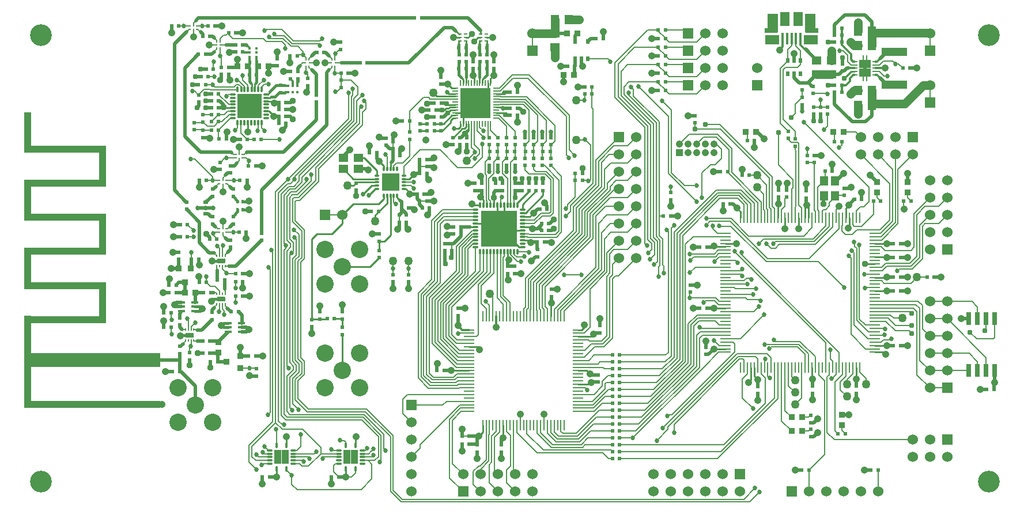
<source format=gtl>
G04 (created by PCBNEW-RS274X (2012-01-19 BZR 3256)-stable) date 10/11/2012 09:17:13*
G01*
G70*
G90*
%MOIN*%
G04 Gerber Fmt 3.4, Leading zero omitted, Abs format*
%FSLAX34Y34*%
G04 APERTURE LIST*
%ADD10C,0.006000*%
%ADD11C,0.050000*%
%ADD12R,0.036000X0.036000*%
%ADD13R,0.020000X0.030000*%
%ADD14R,0.047200X0.055100*%
%ADD15R,0.055100X0.047200*%
%ADD16R,0.011600X0.059100*%
%ADD17R,0.059100X0.011600*%
%ADD18R,0.015700X0.068900*%
%ADD19R,0.056100X0.081400*%
%ADD20R,0.084300X0.057100*%
%ADD21R,0.071900X0.025000*%
%ADD22R,0.063000X0.111600*%
%ADD23C,0.063000*%
%ADD24C,0.057100*%
%ADD25R,0.025000X0.075000*%
%ADD26R,0.007900X0.017700*%
%ADD27R,0.051200X0.007900*%
%ADD28O,0.047200X0.007900*%
%ADD29R,0.047200X0.019700*%
%ADD30O,0.043300X0.007900*%
%ADD31R,0.005900X0.007900*%
%ADD32O,0.033500X0.011000*%
%ADD33O,0.011000X0.033500*%
%ADD34C,0.023600*%
%ADD35R,0.040400X0.040400*%
%ADD36O,0.009700X0.034300*%
%ADD37O,0.034300X0.009700*%
%ADD38R,0.178300X0.178300*%
%ADD39C,0.025000*%
%ADD40O,0.035400X0.011000*%
%ADD41R,0.139100X0.139100*%
%ADD42O,0.011000X0.035400*%
%ADD43O,0.031500X0.011000*%
%ADD44O,0.011000X0.031500*%
%ADD45R,0.104300X0.104300*%
%ADD46R,0.145700X0.047200*%
%ADD47R,0.015700X0.019700*%
%ADD48R,0.027600X0.019700*%
%ADD49R,0.019700X0.023600*%
%ADD50R,0.060000X0.060000*%
%ADD51C,0.060000*%
%ADD52R,0.787400X0.078700*%
%ADD53R,0.787400X0.039400*%
%ADD54R,0.039400X0.511800*%
%ADD55R,0.472400X0.039400*%
%ADD56R,0.039400X0.236200*%
%ADD57R,0.021700X0.009800*%
%ADD58R,0.034000X0.034000*%
%ADD59R,0.022000X0.020000*%
%ADD60R,0.020000X0.022000*%
%ADD61C,0.100000*%
%ADD62R,0.030000X0.020000*%
%ADD63R,0.030000X0.010000*%
%ADD64R,0.010000X0.030000*%
%ADD65R,0.010000X0.060000*%
%ADD66R,0.060000X0.010000*%
%ADD67R,0.006000X0.016900*%
%ADD68R,0.024000X0.007900*%
%ADD69R,0.016900X0.006000*%
%ADD70R,0.007900X0.024000*%
%ADD71C,0.126000*%
%ADD72R,0.013000X0.016100*%
%ADD73R,0.016100X0.013000*%
%ADD74R,0.208700X0.208700*%
%ADD75R,0.042000X0.042000*%
%ADD76C,0.042000*%
%ADD77R,0.045300X0.056700*%
%ADD78R,0.056700X0.045300*%
%ADD79R,0.021700X0.031500*%
%ADD80R,0.039000X0.018000*%
%ADD81R,0.033500X0.011000*%
%ADD82R,0.032400X0.047200*%
%ADD83R,0.011000X0.027600*%
%ADD84C,0.023000*%
%ADD85C,0.031000*%
%ADD86C,0.027000*%
%ADD87C,0.037000*%
%ADD88C,0.020000*%
%ADD89C,0.010000*%
%ADD90C,0.012000*%
%ADD91C,0.009500*%
%ADD92C,0.008000*%
%ADD93C,0.050000*%
%ADD94C,0.011000*%
%ADD95C,0.018000*%
G04 APERTURE END LIST*
G54D10*
G54D11*
X69700Y-43750D03*
X69700Y-44450D03*
X45400Y-33850D03*
G54D12*
X37600Y-41650D03*
X37600Y-42350D03*
X36800Y-42000D03*
X34050Y-36600D03*
X34750Y-36600D03*
X34400Y-37400D03*
G54D13*
X56975Y-24450D03*
X57725Y-24450D03*
X56975Y-23450D03*
X57350Y-24450D03*
X57725Y-23450D03*
G54D14*
X72015Y-32383D03*
X71385Y-31517D03*
X72015Y-31517D03*
X71385Y-32383D03*
G54D15*
X43567Y-30815D03*
X44433Y-30185D03*
X44433Y-30815D03*
X43567Y-30185D03*
G54D16*
X56362Y-39350D03*
X56165Y-39350D03*
X55969Y-39350D03*
X55772Y-39350D03*
X55575Y-39350D03*
X55378Y-39350D03*
X55181Y-39350D03*
X54984Y-39350D03*
X54787Y-39350D03*
X54591Y-39350D03*
X54394Y-39350D03*
X54197Y-39350D03*
X54000Y-39350D03*
X53803Y-39350D03*
X53606Y-39350D03*
X53409Y-39350D03*
X53213Y-39350D03*
X53016Y-39350D03*
X52819Y-39350D03*
X52622Y-39350D03*
X52425Y-39350D03*
X52228Y-39350D03*
X52031Y-39350D03*
X51835Y-39350D03*
X51638Y-39350D03*
G54D17*
X50850Y-40138D03*
X50850Y-40335D03*
X50850Y-40531D03*
X50850Y-40728D03*
X50850Y-40925D03*
X50850Y-41122D03*
X50850Y-41319D03*
X50850Y-41516D03*
X50850Y-41713D03*
X50850Y-41909D03*
X50850Y-42106D03*
X50850Y-42303D03*
X50850Y-42500D03*
X50850Y-42697D03*
X50850Y-42894D03*
X50850Y-43091D03*
X50850Y-43287D03*
X50850Y-43484D03*
X50850Y-43681D03*
X50850Y-43878D03*
X50850Y-44075D03*
X50850Y-44272D03*
X50850Y-44469D03*
X50850Y-44665D03*
X50850Y-44862D03*
G54D16*
X51638Y-45650D03*
X51835Y-45650D03*
X52031Y-45650D03*
X52228Y-45650D03*
X52425Y-45650D03*
X52622Y-45650D03*
X52819Y-45650D03*
X53016Y-45650D03*
X53213Y-45650D03*
X53409Y-45650D03*
X53606Y-45650D03*
X53803Y-45650D03*
X54000Y-45650D03*
X54197Y-45650D03*
X54394Y-45650D03*
X54591Y-45650D03*
X54787Y-45650D03*
X54984Y-45650D03*
X55181Y-45650D03*
X55378Y-45650D03*
X55575Y-45650D03*
X55772Y-45650D03*
X55969Y-45650D03*
X56165Y-45650D03*
X56362Y-45650D03*
G54D17*
X57150Y-44862D03*
X57150Y-44665D03*
X57150Y-44469D03*
X57150Y-44272D03*
X57150Y-44075D03*
X57150Y-43878D03*
X57150Y-43681D03*
X57150Y-43484D03*
X57150Y-43287D03*
X57150Y-43091D03*
X57150Y-42894D03*
X57150Y-42697D03*
X57150Y-42500D03*
X57150Y-42303D03*
X57150Y-42106D03*
X57150Y-41909D03*
X57150Y-41713D03*
X57150Y-41516D03*
X57150Y-41319D03*
X57150Y-41122D03*
X57150Y-40925D03*
X57150Y-40728D03*
X57150Y-40531D03*
X57150Y-40335D03*
X57150Y-40138D03*
G54D18*
X70012Y-23281D03*
X69756Y-23281D03*
X69500Y-23281D03*
X69244Y-23281D03*
X68988Y-23281D03*
G54D19*
X69879Y-22156D03*
X69121Y-22156D03*
G54D20*
X70614Y-23340D03*
X68386Y-23340D03*
G54D21*
X70676Y-22827D03*
X68324Y-22827D03*
G54D22*
X70583Y-22394D03*
X68417Y-22394D03*
G54D23*
X70583Y-22169D03*
X68417Y-22169D03*
G54D24*
X70479Y-23339D03*
X68521Y-23339D03*
G54D25*
X81250Y-39500D03*
X80750Y-39500D03*
X80250Y-39500D03*
X79750Y-39500D03*
X79750Y-42500D03*
X80250Y-42500D03*
X80750Y-42500D03*
X81250Y-42500D03*
G54D26*
X36264Y-36455D03*
X36421Y-36455D03*
X36579Y-36455D03*
X36736Y-36455D03*
X36736Y-35845D03*
X36579Y-35845D03*
X36421Y-35845D03*
X36264Y-35845D03*
G54D27*
X36500Y-36150D03*
G54D28*
X36500Y-36052D03*
G54D29*
X36500Y-36150D03*
G54D30*
X36520Y-36248D03*
G54D10*
G36*
X36303Y-36288D02*
X36263Y-36248D01*
X36283Y-36228D01*
X36323Y-36268D01*
X36303Y-36288D01*
X36303Y-36288D01*
G37*
G54D31*
X36333Y-36248D03*
G54D26*
X34454Y-40745D03*
X34611Y-40745D03*
X34769Y-40745D03*
X34926Y-40745D03*
X34926Y-40135D03*
X34769Y-40135D03*
X34611Y-40135D03*
X34454Y-40135D03*
G54D27*
X34690Y-40440D03*
G54D28*
X34690Y-40342D03*
G54D29*
X34690Y-40440D03*
G54D30*
X34710Y-40538D03*
G54D10*
G36*
X34493Y-40578D02*
X34453Y-40538D01*
X34473Y-40518D01*
X34513Y-40558D01*
X34493Y-40578D01*
X34493Y-40578D01*
G37*
G54D31*
X34523Y-40538D03*
G54D26*
X36736Y-38045D03*
X36579Y-38045D03*
X36421Y-38045D03*
X36264Y-38045D03*
X36264Y-38655D03*
X36421Y-38655D03*
X36579Y-38655D03*
X36736Y-38655D03*
G54D27*
X36500Y-38350D03*
G54D28*
X36500Y-38448D03*
G54D29*
X36500Y-38350D03*
G54D30*
X36480Y-38252D03*
G54D10*
G36*
X36697Y-38212D02*
X36737Y-38252D01*
X36717Y-38272D01*
X36677Y-38232D01*
X36697Y-38212D01*
X36697Y-38212D01*
G37*
G54D31*
X36667Y-38252D03*
G54D32*
X44679Y-47894D03*
X44679Y-47697D03*
X44679Y-47500D03*
X44679Y-47303D03*
X44679Y-47106D03*
G54D33*
X43705Y-46821D03*
G54D32*
X43321Y-47106D03*
X43321Y-47303D03*
X43321Y-47500D03*
X43321Y-47697D03*
X43321Y-47894D03*
G54D34*
X44202Y-47702D03*
X43798Y-47702D03*
X43798Y-47298D03*
X44202Y-47298D03*
G54D35*
X44202Y-47702D03*
X43798Y-47702D03*
X44202Y-47298D03*
X43798Y-47298D03*
G54D33*
X44295Y-46821D03*
X43705Y-48179D03*
X44295Y-48179D03*
G54D32*
X40679Y-47894D03*
X40679Y-47697D03*
X40679Y-47500D03*
X40679Y-47303D03*
X40679Y-47106D03*
G54D33*
X39705Y-46821D03*
G54D32*
X39321Y-47106D03*
X39321Y-47303D03*
X39321Y-47500D03*
X39321Y-47697D03*
X39321Y-47894D03*
G54D34*
X40202Y-47702D03*
X39798Y-47702D03*
X39798Y-47298D03*
X40202Y-47298D03*
G54D35*
X40202Y-47702D03*
X39798Y-47702D03*
X40202Y-47298D03*
X39798Y-47298D03*
G54D33*
X40295Y-46821D03*
X39705Y-48179D03*
X40295Y-48179D03*
G54D36*
X52091Y-25844D03*
X51934Y-25844D03*
X51776Y-25844D03*
X51619Y-25844D03*
X51461Y-25844D03*
X51304Y-25844D03*
X51146Y-25844D03*
X50989Y-25844D03*
X50831Y-25844D03*
X50674Y-25844D03*
X50516Y-25844D03*
X50359Y-25844D03*
G54D37*
X50044Y-26159D03*
X50044Y-26316D03*
X50044Y-26474D03*
X50044Y-26631D03*
X50044Y-26789D03*
X50044Y-26946D03*
X50044Y-27104D03*
X50044Y-27261D03*
X50044Y-27419D03*
X50044Y-27576D03*
X50044Y-27734D03*
X50044Y-27891D03*
G54D36*
X50359Y-28206D03*
X50516Y-28206D03*
X50674Y-28206D03*
X50831Y-28206D03*
X50989Y-28206D03*
X51146Y-28206D03*
X51304Y-28206D03*
X51461Y-28206D03*
X51619Y-28206D03*
X51776Y-28206D03*
X51934Y-28206D03*
X52091Y-28206D03*
G54D37*
X52406Y-27891D03*
X52406Y-27734D03*
X52406Y-27576D03*
X52406Y-27419D03*
X52406Y-27261D03*
X52406Y-27104D03*
X52406Y-26946D03*
X52406Y-26789D03*
X52406Y-26631D03*
X52406Y-26474D03*
X52406Y-26316D03*
X52406Y-26159D03*
G54D38*
X51225Y-27025D03*
G54D39*
X51225Y-27025D03*
X51225Y-26431D03*
X51819Y-26431D03*
X51819Y-27025D03*
X51819Y-27619D03*
X51225Y-27619D03*
X50631Y-27619D03*
X50631Y-27025D03*
X50631Y-26431D03*
G54D40*
X37185Y-26511D03*
X37185Y-26708D03*
X37185Y-26905D03*
X37185Y-27102D03*
X37185Y-27298D03*
X37185Y-27495D03*
X37185Y-27692D03*
X37185Y-27889D03*
G54D41*
X38150Y-27200D03*
G54D34*
X38150Y-27200D03*
X37717Y-27200D03*
X37717Y-26767D03*
X38150Y-26767D03*
X38583Y-26767D03*
X38583Y-27200D03*
X38583Y-27633D03*
X38150Y-27633D03*
X37717Y-27633D03*
G54D42*
X37461Y-28165D03*
X37658Y-28165D03*
X37855Y-28165D03*
X38052Y-28165D03*
X38248Y-28165D03*
X38445Y-28165D03*
X38642Y-28165D03*
X38839Y-28165D03*
G54D40*
X39115Y-27889D03*
X39115Y-27692D03*
X39115Y-27495D03*
X39115Y-27298D03*
X39115Y-27102D03*
X39115Y-26905D03*
X39115Y-26708D03*
X39115Y-26511D03*
G54D42*
X38839Y-26235D03*
X38642Y-26235D03*
X38445Y-26235D03*
X38268Y-26235D03*
X38052Y-26235D03*
X37855Y-26235D03*
X37678Y-26235D03*
X37461Y-26235D03*
G54D43*
X45513Y-31206D03*
X45513Y-31403D03*
X45513Y-31600D03*
X45513Y-31797D03*
X45513Y-31994D03*
G54D44*
X45906Y-32387D03*
X46103Y-32387D03*
X46300Y-32387D03*
X46497Y-32387D03*
X46694Y-32387D03*
G54D43*
X47087Y-31994D03*
X47087Y-31797D03*
X47087Y-31600D03*
X47087Y-31403D03*
X47087Y-31206D03*
G54D44*
X46694Y-30813D03*
X46497Y-30813D03*
X46300Y-30813D03*
X46103Y-30813D03*
X45906Y-30813D03*
G54D45*
X46300Y-31600D03*
G54D34*
X46300Y-31600D03*
X46039Y-31339D03*
X46561Y-31339D03*
X46561Y-31861D03*
X46039Y-31861D03*
G54D46*
X75450Y-27051D03*
X75450Y-25949D03*
X75450Y-24051D03*
X75450Y-22949D03*
G54D16*
X73445Y-33659D03*
X73248Y-33659D03*
X73051Y-33659D03*
X72854Y-33659D03*
X72657Y-33659D03*
X72461Y-33659D03*
X72264Y-33659D03*
X72067Y-33659D03*
X71870Y-33659D03*
X71673Y-33659D03*
X71476Y-33659D03*
X71280Y-33659D03*
X71083Y-33659D03*
X70886Y-33659D03*
X70689Y-33659D03*
X70492Y-33659D03*
X70295Y-33659D03*
X70098Y-33659D03*
X69902Y-33659D03*
X69705Y-33659D03*
X69508Y-33659D03*
X69311Y-33659D03*
X69114Y-33659D03*
X68917Y-33659D03*
X68720Y-33659D03*
X68524Y-33659D03*
X68327Y-33659D03*
X68130Y-33659D03*
X67933Y-33659D03*
X67736Y-33659D03*
X67539Y-33659D03*
X67343Y-33659D03*
X67146Y-33659D03*
X66949Y-33659D03*
X66752Y-33659D03*
X66555Y-33659D03*
G54D17*
X65669Y-34545D03*
X65669Y-34742D03*
X65669Y-34939D03*
X65669Y-35136D03*
X65669Y-35333D03*
X65669Y-35529D03*
X65669Y-35726D03*
X65669Y-35923D03*
X65669Y-36120D03*
X65669Y-36317D03*
X65669Y-36514D03*
X65669Y-36710D03*
X65669Y-36907D03*
X65669Y-37104D03*
X65669Y-37301D03*
X65669Y-37498D03*
X65669Y-37695D03*
X65669Y-37892D03*
X65669Y-38088D03*
X65669Y-38285D03*
X65669Y-38482D03*
X65669Y-38679D03*
X65669Y-38876D03*
X65669Y-39073D03*
X65669Y-39270D03*
X65669Y-39466D03*
X65669Y-39663D03*
X65669Y-39860D03*
X65669Y-40057D03*
X65669Y-40254D03*
X65669Y-40451D03*
X65669Y-40647D03*
X65669Y-40844D03*
X65669Y-41041D03*
X65669Y-41238D03*
X65669Y-41435D03*
G54D16*
X66555Y-42321D03*
X66752Y-42321D03*
X66949Y-42321D03*
X67146Y-42321D03*
X67343Y-42321D03*
X67539Y-42321D03*
X67736Y-42321D03*
X67933Y-42321D03*
X68130Y-42321D03*
X68327Y-42321D03*
X68524Y-42321D03*
X68720Y-42321D03*
X68917Y-42321D03*
X69114Y-42321D03*
X69311Y-42321D03*
X69508Y-42321D03*
X69705Y-42321D03*
X69902Y-42321D03*
X70098Y-42321D03*
X70295Y-42321D03*
X70492Y-42321D03*
X70689Y-42321D03*
X70886Y-42321D03*
X71083Y-42321D03*
X71280Y-42321D03*
X71476Y-42321D03*
X71673Y-42321D03*
X71870Y-42321D03*
X72067Y-42321D03*
X72264Y-42321D03*
X72461Y-42321D03*
X72657Y-42321D03*
X72854Y-42321D03*
X73051Y-42321D03*
X73248Y-42321D03*
X73445Y-42321D03*
G54D17*
X74331Y-41435D03*
X74331Y-41238D03*
X74331Y-41041D03*
X74331Y-40844D03*
X74331Y-40647D03*
X74331Y-40451D03*
X74331Y-40254D03*
X74331Y-40057D03*
X74331Y-39860D03*
X74331Y-39663D03*
X74331Y-39466D03*
X74331Y-39270D03*
X74331Y-39073D03*
X74331Y-38876D03*
X74331Y-38679D03*
X74331Y-38482D03*
X74331Y-38285D03*
X74331Y-38088D03*
X74331Y-37892D03*
X74331Y-37695D03*
X74331Y-37498D03*
X74331Y-37301D03*
X74331Y-37104D03*
X74331Y-36907D03*
X74331Y-36710D03*
X74331Y-36514D03*
X74331Y-36317D03*
X74331Y-36120D03*
X74331Y-35923D03*
X74331Y-35726D03*
X74331Y-35529D03*
X74331Y-35333D03*
X74331Y-35136D03*
X74331Y-34939D03*
X74331Y-34742D03*
X74331Y-34545D03*
G54D47*
X37738Y-33196D03*
X37738Y-32704D03*
X37462Y-32704D03*
X37462Y-33196D03*
G54D48*
X35600Y-32765D03*
X35600Y-33435D03*
G54D49*
X35777Y-33100D03*
X35423Y-33100D03*
G54D50*
X59500Y-29000D03*
G54D51*
X60500Y-29000D03*
X59500Y-30000D03*
X60500Y-30000D03*
X59500Y-31000D03*
X60500Y-31000D03*
X59500Y-32000D03*
X60500Y-32000D03*
X59500Y-33000D03*
X60500Y-33000D03*
X59500Y-34000D03*
X60500Y-34000D03*
X59500Y-35000D03*
X60500Y-35000D03*
X59500Y-36000D03*
X60500Y-36000D03*
G54D50*
X66500Y-48500D03*
G54D51*
X66500Y-49500D03*
X65500Y-48500D03*
X65500Y-49500D03*
X64500Y-48500D03*
X64500Y-49500D03*
X63500Y-48500D03*
X63500Y-49500D03*
X62500Y-48500D03*
X62500Y-49500D03*
X61500Y-48500D03*
X61500Y-49500D03*
G54D50*
X78500Y-43500D03*
G54D51*
X77500Y-43500D03*
X78500Y-42500D03*
X77500Y-42500D03*
X78500Y-41500D03*
X77500Y-41500D03*
X78500Y-40500D03*
X77500Y-40500D03*
X78500Y-39500D03*
X77500Y-39500D03*
X78500Y-38500D03*
X77500Y-38500D03*
G54D50*
X78500Y-35500D03*
G54D51*
X77500Y-35500D03*
X78500Y-34500D03*
X77500Y-34500D03*
X78500Y-33500D03*
X77500Y-33500D03*
X78500Y-32500D03*
X77500Y-32500D03*
X78500Y-31500D03*
X77500Y-31500D03*
G54D50*
X50500Y-49500D03*
G54D51*
X50500Y-48500D03*
X51500Y-49500D03*
X51500Y-48500D03*
X52500Y-49500D03*
X52500Y-48500D03*
X53500Y-49500D03*
X53500Y-48500D03*
X54500Y-49500D03*
X54500Y-48500D03*
G54D50*
X76500Y-29000D03*
G54D51*
X76500Y-30000D03*
X75500Y-29000D03*
X75500Y-30000D03*
X74500Y-29000D03*
X74500Y-30000D03*
X73500Y-29000D03*
X73500Y-30000D03*
G54D50*
X78510Y-46500D03*
G54D51*
X78510Y-47500D03*
X77510Y-46500D03*
X77510Y-47500D03*
X76510Y-46500D03*
X76510Y-47500D03*
G54D50*
X69500Y-49500D03*
G54D51*
X70500Y-49500D03*
X71500Y-49500D03*
X72500Y-49500D03*
X73500Y-49500D03*
X74500Y-49500D03*
G54D50*
X47500Y-44500D03*
G54D51*
X47500Y-45500D03*
X47500Y-46500D03*
X47500Y-47500D03*
X47500Y-48500D03*
X47500Y-49500D03*
G54D50*
X63500Y-24000D03*
G54D51*
X64500Y-24000D03*
X65500Y-24000D03*
G54D50*
X63500Y-23000D03*
G54D51*
X64500Y-23000D03*
X65500Y-23000D03*
G54D50*
X63500Y-25000D03*
G54D51*
X64500Y-25000D03*
X65500Y-25000D03*
G54D50*
X63500Y-26000D03*
G54D51*
X64500Y-26000D03*
X65500Y-26000D03*
G54D50*
X67500Y-26000D03*
G54D51*
X67500Y-25000D03*
G54D52*
X29063Y-41900D03*
G54D53*
X29063Y-44459D03*
G54D54*
X25323Y-41900D03*
G54D55*
X27488Y-39538D03*
G54D56*
X29654Y-38554D03*
X25323Y-36585D03*
X29654Y-34617D03*
X25323Y-32648D03*
X29654Y-30680D03*
X25323Y-28711D03*
G54D55*
X27488Y-37569D03*
X27488Y-35601D03*
X27488Y-33632D03*
X27488Y-31664D03*
X27488Y-29695D03*
G54D57*
X51508Y-23028D03*
X51508Y-23225D03*
X51508Y-23422D03*
X51842Y-23422D03*
X51842Y-23225D03*
X51842Y-23028D03*
X50308Y-23028D03*
X50308Y-23225D03*
X50308Y-23422D03*
X50642Y-23422D03*
X50642Y-23225D03*
X50642Y-23028D03*
G54D58*
X72500Y-28700D03*
X71900Y-28700D03*
X67450Y-28700D03*
X66850Y-28700D03*
X72400Y-45050D03*
X72400Y-45650D03*
X70100Y-46000D03*
X69500Y-46000D03*
X70100Y-45200D03*
X69500Y-45200D03*
X74450Y-31600D03*
X74450Y-32200D03*
X76200Y-31600D03*
X76200Y-32200D03*
X37450Y-24900D03*
X38050Y-24900D03*
X35000Y-38000D03*
X34400Y-38000D03*
X57100Y-23000D03*
X56500Y-23000D03*
X39250Y-24900D03*
X38650Y-24900D03*
X56900Y-25400D03*
X56300Y-25400D03*
X36350Y-40850D03*
X36350Y-41450D03*
G54D59*
X62500Y-32190D03*
X62500Y-32610D03*
G54D60*
X72410Y-23500D03*
X71990Y-23500D03*
X72410Y-23100D03*
X71990Y-23100D03*
X77340Y-37100D03*
X77760Y-37100D03*
X74510Y-48250D03*
X74090Y-48250D03*
G54D59*
X71190Y-27240D03*
X71190Y-27660D03*
X71590Y-27660D03*
X71590Y-27240D03*
X70750Y-26460D03*
X70750Y-26040D03*
X70790Y-27660D03*
X70790Y-27240D03*
G54D60*
X75940Y-25000D03*
X76360Y-25000D03*
X35340Y-25500D03*
X35760Y-25500D03*
X72410Y-26000D03*
X71990Y-26000D03*
G54D59*
X54075Y-30215D03*
X54075Y-30635D03*
G54D60*
X37760Y-23650D03*
X37340Y-23650D03*
X35640Y-25050D03*
X36060Y-25050D03*
X40490Y-24300D03*
X40910Y-24300D03*
G54D59*
X38850Y-34960D03*
X38850Y-34540D03*
G54D60*
X36360Y-28600D03*
X35940Y-28600D03*
G54D59*
X34950Y-28560D03*
X34950Y-28140D03*
G54D60*
X35940Y-27700D03*
X36360Y-27700D03*
X36360Y-26500D03*
X35940Y-26500D03*
X62090Y-33550D03*
X62510Y-33550D03*
G54D59*
X63650Y-37960D03*
X63650Y-37540D03*
X55575Y-30215D03*
X55575Y-30635D03*
X55075Y-30215D03*
X55075Y-30635D03*
X54575Y-30215D03*
X54575Y-30635D03*
G54D60*
X57410Y-31500D03*
X56990Y-31500D03*
X57540Y-26500D03*
X57960Y-26500D03*
X34790Y-36050D03*
X35210Y-36050D03*
G54D59*
X54075Y-29015D03*
X54075Y-29435D03*
X54575Y-29015D03*
X54575Y-29435D03*
X55075Y-29015D03*
X55075Y-29435D03*
X55575Y-29015D03*
X55575Y-29435D03*
G54D60*
X57410Y-31100D03*
X56990Y-31100D03*
X57540Y-26100D03*
X57960Y-26100D03*
G54D59*
X53525Y-29015D03*
X53525Y-29435D03*
X53025Y-29015D03*
X53025Y-29435D03*
X52525Y-29015D03*
X52525Y-29435D03*
X52025Y-29015D03*
X52025Y-29435D03*
X38550Y-42810D03*
X38550Y-42390D03*
G54D60*
X48415Y-28225D03*
X48835Y-28225D03*
X48415Y-28625D03*
X48835Y-28625D03*
G54D59*
X47350Y-36940D03*
X47350Y-37360D03*
X46450Y-36940D03*
X46450Y-37360D03*
X36000Y-31990D03*
X36000Y-32410D03*
G54D60*
X37540Y-34500D03*
X37960Y-34500D03*
G54D59*
X37050Y-30640D03*
X37050Y-31060D03*
G54D60*
X42040Y-24100D03*
X42460Y-24100D03*
G54D59*
X41500Y-25590D03*
X41500Y-26010D03*
G54D60*
X35190Y-24200D03*
X35610Y-24200D03*
G54D59*
X36450Y-30440D03*
X36450Y-30860D03*
X40500Y-25190D03*
X40500Y-25610D03*
X36000Y-34010D03*
X36000Y-33590D03*
X37200Y-33590D03*
X37200Y-34010D03*
X40950Y-25190D03*
X40950Y-25610D03*
G54D60*
X35840Y-34900D03*
X36260Y-34900D03*
X35240Y-31500D03*
X35660Y-31500D03*
G54D59*
X37050Y-34940D03*
X37050Y-35360D03*
G54D60*
X45610Y-33300D03*
X45190Y-33300D03*
G54D59*
X44300Y-31640D03*
X44300Y-32060D03*
G54D60*
X59140Y-47600D03*
X59560Y-47600D03*
X59140Y-47200D03*
X59560Y-47200D03*
X38090Y-30650D03*
X38510Y-30650D03*
X40260Y-28200D03*
X39840Y-28200D03*
X40260Y-27000D03*
X39840Y-27000D03*
X40260Y-27400D03*
X39840Y-27400D03*
X35940Y-27300D03*
X36360Y-27300D03*
X35940Y-26900D03*
X36360Y-26900D03*
X43440Y-25300D03*
X43860Y-25300D03*
X44540Y-24700D03*
X44960Y-24700D03*
G54D59*
X42000Y-26960D03*
X42000Y-26540D03*
G54D60*
X59140Y-46800D03*
X59560Y-46800D03*
X37590Y-31500D03*
X38010Y-31500D03*
X36810Y-29100D03*
X36390Y-29100D03*
G54D59*
X35450Y-29010D03*
X35450Y-28590D03*
G54D60*
X35940Y-28100D03*
X36360Y-28100D03*
G54D59*
X35450Y-27690D03*
X35450Y-28110D03*
X43400Y-23490D03*
X43400Y-23910D03*
X37200Y-31990D03*
X37200Y-32410D03*
G54D60*
X62210Y-22800D03*
X61790Y-22800D03*
X67360Y-29200D03*
X66940Y-29200D03*
X72190Y-46150D03*
X72610Y-46150D03*
X75990Y-32700D03*
X76410Y-32700D03*
X74240Y-32700D03*
X74660Y-32700D03*
G54D59*
X70600Y-45090D03*
X70600Y-45510D03*
X70600Y-45890D03*
X70600Y-46310D03*
X69200Y-32040D03*
X69200Y-32460D03*
G54D60*
X61790Y-24300D03*
X62210Y-24300D03*
X72410Y-29250D03*
X71990Y-29250D03*
G54D59*
X63900Y-28160D03*
X63900Y-27740D03*
X70100Y-27110D03*
X70100Y-26690D03*
G54D60*
X66640Y-31200D03*
X67060Y-31200D03*
X65390Y-31000D03*
X65810Y-31000D03*
G54D59*
X70100Y-26260D03*
X70100Y-25840D03*
G54D60*
X70510Y-48250D03*
X70090Y-48250D03*
G54D59*
X69700Y-29090D03*
X69700Y-29510D03*
X69300Y-28640D03*
X69300Y-29060D03*
G54D60*
X59140Y-43600D03*
X59560Y-43600D03*
X59140Y-46400D03*
X59560Y-46400D03*
X59140Y-46000D03*
X59560Y-46000D03*
X61790Y-26300D03*
X62210Y-26300D03*
X59140Y-45600D03*
X59560Y-45600D03*
X59140Y-45200D03*
X59560Y-45200D03*
X59140Y-44800D03*
X59560Y-44800D03*
X59140Y-44400D03*
X59560Y-44400D03*
X59140Y-44000D03*
X59560Y-44000D03*
X72410Y-26400D03*
X71990Y-26400D03*
X61790Y-24800D03*
X62210Y-24800D03*
X59140Y-43200D03*
X59560Y-43200D03*
X59140Y-42800D03*
X59560Y-42800D03*
X59140Y-42400D03*
X59560Y-42400D03*
X59140Y-42000D03*
X59560Y-42000D03*
X59140Y-41600D03*
X59560Y-41600D03*
X46860Y-30050D03*
X46440Y-30050D03*
X52065Y-29825D03*
X52485Y-29825D03*
G54D59*
X50675Y-24215D03*
X50675Y-24635D03*
X49925Y-29435D03*
X49925Y-29015D03*
X52025Y-30635D03*
X52025Y-30215D03*
X52525Y-30635D03*
X52525Y-30215D03*
X53025Y-30635D03*
X53025Y-30215D03*
X53525Y-30635D03*
X53525Y-30215D03*
X50275Y-24215D03*
X50275Y-24635D03*
X49225Y-28215D03*
X49225Y-28635D03*
G54D60*
X45090Y-29900D03*
X45510Y-29900D03*
G54D59*
X48025Y-28215D03*
X48025Y-28635D03*
X47400Y-28690D03*
X47400Y-29110D03*
G54D60*
X46990Y-28050D03*
X47410Y-28050D03*
X48260Y-32300D03*
X47840Y-32300D03*
X47360Y-33100D03*
X46940Y-33100D03*
G54D59*
X51475Y-24215D03*
X51475Y-24635D03*
G54D60*
X48410Y-31100D03*
X47990Y-31100D03*
X49965Y-34200D03*
X50385Y-34200D03*
X49965Y-34600D03*
X50385Y-34600D03*
X72410Y-22700D03*
X71990Y-22700D03*
X65540Y-32850D03*
X65960Y-32850D03*
X64190Y-35350D03*
X64610Y-35350D03*
X64190Y-38900D03*
X64610Y-38900D03*
G54D59*
X64550Y-41140D03*
X64550Y-41560D03*
X67540Y-43830D03*
X67540Y-43410D03*
X70700Y-43810D03*
X70700Y-43390D03*
X73250Y-43810D03*
X73250Y-43390D03*
G54D60*
X75810Y-41050D03*
X75390Y-41050D03*
X75810Y-37900D03*
X75390Y-37900D03*
X75810Y-37100D03*
X75390Y-37100D03*
X75810Y-35950D03*
X75390Y-35950D03*
G54D59*
X49225Y-25515D03*
X49225Y-25935D03*
X53525Y-31665D03*
X53525Y-32085D03*
X53925Y-31665D03*
X53925Y-32085D03*
X52375Y-31665D03*
X52375Y-32085D03*
X52775Y-31665D03*
X52775Y-32085D03*
X51575Y-31665D03*
X51575Y-32085D03*
X51175Y-31665D03*
X51175Y-32085D03*
X53075Y-36885D03*
X53075Y-36465D03*
X53475Y-36885D03*
X53475Y-36465D03*
G54D60*
X55210Y-35050D03*
X54790Y-35050D03*
G54D59*
X54800Y-35910D03*
X54800Y-35490D03*
G54D60*
X55460Y-34000D03*
X55040Y-34000D03*
X55460Y-34400D03*
X55040Y-34400D03*
X55360Y-33150D03*
X54940Y-33150D03*
G54D59*
X52275Y-24615D03*
X52275Y-25035D03*
X51075Y-24615D03*
X51075Y-25035D03*
G54D60*
X75810Y-35150D03*
X75390Y-35150D03*
X48815Y-27025D03*
X49235Y-27025D03*
X48515Y-27425D03*
X48935Y-27425D03*
X48815Y-27825D03*
X49235Y-27825D03*
G54D59*
X50725Y-29435D03*
X50725Y-29015D03*
X50325Y-29435D03*
X50325Y-29015D03*
G54D60*
X53635Y-27725D03*
X53215Y-27725D03*
X53635Y-27325D03*
X53215Y-27325D03*
X53635Y-26375D03*
X53215Y-26375D03*
X55115Y-29825D03*
X55535Y-29825D03*
X54115Y-29825D03*
X54535Y-29825D03*
G54D59*
X55125Y-31665D03*
X55125Y-32085D03*
X54725Y-31665D03*
X54725Y-32085D03*
X51875Y-24215D03*
X51875Y-24635D03*
X54325Y-31665D03*
X54325Y-32085D03*
G54D60*
X53065Y-29825D03*
X53485Y-29825D03*
X33490Y-38000D03*
X33910Y-38000D03*
X38400Y-29130D03*
X38820Y-29130D03*
X33610Y-39150D03*
X33190Y-39150D03*
X33610Y-40000D03*
X33190Y-40000D03*
G54D59*
X34100Y-41510D03*
X34100Y-41090D03*
X34680Y-41880D03*
X34680Y-41460D03*
G54D60*
X35860Y-40800D03*
X35440Y-40800D03*
G54D59*
X35970Y-39130D03*
X35970Y-39550D03*
G54D60*
X35660Y-37400D03*
X35240Y-37400D03*
X37510Y-39100D03*
X37090Y-39100D03*
G54D59*
X34100Y-39440D03*
X34100Y-39860D03*
G54D60*
X37760Y-37350D03*
X37340Y-37350D03*
X33640Y-22550D03*
X34060Y-22550D03*
X37760Y-38200D03*
X37340Y-38200D03*
X37360Y-22950D03*
X36940Y-22950D03*
G54D59*
X34050Y-35640D03*
X34050Y-36060D03*
G54D60*
X38890Y-48650D03*
X39310Y-48650D03*
X35860Y-23150D03*
X35440Y-23150D03*
X35910Y-38000D03*
X35490Y-38000D03*
X37760Y-24050D03*
X37340Y-24050D03*
X48110Y-22100D03*
X47690Y-22100D03*
X35740Y-22550D03*
X36160Y-22550D03*
X37600Y-29130D03*
X38020Y-29130D03*
G54D59*
X36500Y-24940D03*
X36500Y-25360D03*
G54D60*
X36290Y-37250D03*
X36710Y-37250D03*
G54D59*
X34500Y-32740D03*
X34500Y-33160D03*
X36950Y-25360D03*
X36950Y-24940D03*
X39750Y-24440D03*
X39750Y-24860D03*
G54D60*
X34560Y-34750D03*
X34140Y-34750D03*
X37340Y-36900D03*
X37760Y-36900D03*
X34560Y-34050D03*
X34140Y-34050D03*
G54D59*
X35200Y-26960D03*
X35200Y-26540D03*
G54D60*
X71860Y-30950D03*
X71440Y-30950D03*
X73560Y-32600D03*
X73140Y-32600D03*
G54D59*
X68750Y-32040D03*
X68750Y-32460D03*
X70350Y-32090D03*
X70350Y-32510D03*
G54D60*
X80790Y-43600D03*
X81210Y-43600D03*
G54D59*
X72450Y-24740D03*
X72450Y-25160D03*
X58300Y-43160D03*
X58300Y-42740D03*
X58400Y-39890D03*
X58400Y-40310D03*
X55600Y-37790D03*
X55600Y-38210D03*
X50200Y-38890D03*
X50200Y-39310D03*
X52700Y-47210D03*
X52700Y-46790D03*
G54D60*
X48990Y-42500D03*
X49410Y-42500D03*
G54D59*
X51300Y-47210D03*
X51300Y-46790D03*
X70400Y-30460D03*
X70400Y-30040D03*
X70800Y-30040D03*
X70800Y-30460D03*
X72550Y-31940D03*
X72550Y-32360D03*
G54D60*
X35190Y-25950D03*
X35610Y-25950D03*
X56960Y-24900D03*
X56540Y-24900D03*
X35440Y-41500D03*
X35860Y-41500D03*
X38510Y-41650D03*
X38090Y-41650D03*
X36310Y-42000D03*
X35890Y-42000D03*
X33910Y-37550D03*
X33490Y-37550D03*
X34110Y-42550D03*
X33690Y-42550D03*
X42890Y-48650D03*
X43310Y-48650D03*
X40260Y-27800D03*
X39840Y-27800D03*
G54D59*
X39950Y-25990D03*
X39950Y-26410D03*
G54D60*
X38560Y-25400D03*
X38140Y-25400D03*
X51465Y-23825D03*
X51885Y-23825D03*
X51465Y-25025D03*
X51885Y-25025D03*
X50265Y-23825D03*
X50685Y-23825D03*
X50265Y-25025D03*
X50685Y-25025D03*
G54D61*
X43500Y-36500D03*
X42500Y-37500D03*
X44500Y-37500D03*
X44500Y-35500D03*
X42500Y-35500D03*
X35000Y-44500D03*
X36000Y-43500D03*
X34000Y-43500D03*
X34000Y-45500D03*
X36000Y-45500D03*
X43500Y-42500D03*
X42500Y-43500D03*
X44500Y-43500D03*
X44500Y-41500D03*
X42500Y-41500D03*
G54D60*
X34110Y-41900D03*
X33690Y-41900D03*
G54D62*
X33900Y-41900D03*
G54D60*
X48140Y-33100D03*
X48560Y-33100D03*
X47990Y-32700D03*
X48410Y-32700D03*
G54D63*
X48200Y-32700D03*
G54D59*
X47200Y-33490D03*
X47200Y-33910D03*
X46800Y-33490D03*
X46800Y-33910D03*
G54D64*
X46800Y-33700D03*
G54D59*
X46050Y-29460D03*
X46050Y-29040D03*
X46450Y-29660D03*
X46450Y-29240D03*
G54D64*
X46450Y-29450D03*
G54D60*
X47990Y-30300D03*
X48410Y-30300D03*
X47990Y-30700D03*
X48410Y-30700D03*
G54D63*
X48200Y-30700D03*
G54D59*
X49450Y-35140D03*
X49450Y-35560D03*
X49850Y-35140D03*
X49850Y-35560D03*
G54D64*
X49850Y-35350D03*
G54D60*
X50860Y-46300D03*
X50440Y-46300D03*
G54D63*
X50650Y-46300D03*
G54D60*
X50440Y-46750D03*
X50860Y-46750D03*
G54D59*
X43450Y-25690D03*
X43450Y-26110D03*
G54D64*
X43450Y-25900D03*
G54D60*
X58610Y-23300D03*
X58190Y-23300D03*
X61790Y-25300D03*
X62210Y-25300D03*
X61790Y-23300D03*
X62210Y-23300D03*
X61790Y-23800D03*
X62210Y-23800D03*
X61790Y-25800D03*
X62210Y-25800D03*
G54D59*
X43500Y-39990D03*
X43500Y-40410D03*
G54D60*
X42640Y-39500D03*
X43060Y-39500D03*
G54D59*
X45650Y-35960D03*
X45650Y-35540D03*
X42200Y-39510D03*
X42200Y-39090D03*
X43500Y-39090D03*
X43500Y-39510D03*
X41750Y-39960D03*
X41750Y-39540D03*
X45650Y-34590D03*
X45650Y-35010D03*
G54D50*
X54500Y-24000D03*
G54D51*
X54500Y-23000D03*
G54D65*
X54500Y-23500D03*
G54D50*
X77500Y-24000D03*
G54D51*
X77500Y-23000D03*
G54D65*
X77500Y-23500D03*
G54D50*
X77500Y-27000D03*
G54D51*
X77500Y-26000D03*
G54D65*
X77500Y-26500D03*
G54D50*
X42500Y-33500D03*
G54D51*
X43500Y-33500D03*
G54D66*
X43000Y-33500D03*
G54D67*
X43098Y-24489D03*
G54D68*
X42823Y-24700D03*
G54D67*
X42902Y-24911D03*
X43098Y-24911D03*
G54D68*
X43177Y-24700D03*
G54D67*
X42902Y-24489D03*
X41402Y-24911D03*
G54D68*
X41677Y-24700D03*
G54D67*
X41598Y-24489D03*
X41402Y-24489D03*
G54D68*
X41323Y-24700D03*
G54D67*
X41598Y-24911D03*
X36448Y-23439D03*
G54D68*
X36173Y-23650D03*
G54D67*
X36252Y-23861D03*
X36448Y-23861D03*
G54D68*
X36527Y-23650D03*
G54D67*
X36252Y-23439D03*
G54D69*
X34689Y-22552D03*
G54D70*
X34900Y-22827D03*
G54D69*
X35111Y-22748D03*
X35111Y-22552D03*
G54D70*
X34900Y-22473D03*
G54D69*
X34689Y-22748D03*
X37761Y-30198D03*
G54D70*
X37550Y-29923D03*
G54D69*
X37339Y-30002D03*
X37339Y-30198D03*
G54D70*
X37550Y-30277D03*
G54D69*
X37761Y-30002D03*
X36389Y-31502D03*
G54D70*
X36600Y-31777D03*
G54D69*
X36811Y-31698D03*
X36811Y-31502D03*
G54D70*
X36600Y-31423D03*
G54D69*
X36389Y-31698D03*
X36811Y-34498D03*
G54D70*
X36600Y-34223D03*
G54D69*
X36389Y-34302D03*
X36389Y-34498D03*
G54D70*
X36600Y-34577D03*
G54D69*
X36811Y-34302D03*
G54D71*
X26075Y-23075D03*
X80925Y-23075D03*
X80925Y-48925D03*
X26075Y-48925D03*
G54D72*
X38155Y-23840D03*
X38155Y-24100D03*
X38155Y-24360D03*
X38545Y-24360D03*
X38545Y-24100D03*
X38545Y-23840D03*
G54D73*
X40910Y-26005D03*
X40650Y-26005D03*
X40390Y-26005D03*
X40390Y-26395D03*
X40650Y-26395D03*
X40910Y-26395D03*
G54D11*
X50700Y-30350D03*
X48775Y-26425D03*
X43800Y-31800D03*
X46450Y-36150D03*
X47350Y-36150D03*
X69700Y-43050D03*
X72700Y-44000D03*
X72700Y-43300D03*
X73800Y-43300D03*
X75900Y-39450D03*
X76750Y-37100D03*
G54D42*
X53658Y-32917D03*
X53461Y-32917D03*
X53264Y-32917D03*
X53067Y-32917D03*
X52870Y-32917D03*
X52673Y-32917D03*
X52477Y-32917D03*
X52280Y-32917D03*
X52083Y-32917D03*
X51886Y-32917D03*
X51689Y-32917D03*
X51492Y-32917D03*
G54D40*
X51217Y-33192D03*
X51217Y-33389D03*
X51217Y-33586D03*
X51217Y-33783D03*
X51217Y-33980D03*
X51217Y-34177D03*
X51217Y-34373D03*
X51217Y-34570D03*
X51217Y-34767D03*
X51217Y-34964D03*
X51217Y-35161D03*
X51217Y-35358D03*
G54D42*
X51492Y-35633D03*
X51689Y-35633D03*
X51886Y-35633D03*
X52083Y-35633D03*
X52280Y-35633D03*
X52477Y-35633D03*
X52673Y-35633D03*
X52870Y-35633D03*
X53067Y-35633D03*
X53264Y-35633D03*
X53461Y-35633D03*
X53658Y-35633D03*
G54D40*
X53933Y-35358D03*
X53933Y-35161D03*
X53933Y-34964D03*
X53933Y-34767D03*
X53933Y-34570D03*
X53933Y-34373D03*
X53933Y-34177D03*
X53933Y-33980D03*
X53933Y-33783D03*
X53933Y-33586D03*
X53933Y-33389D03*
X53933Y-33192D03*
G54D74*
X52575Y-34275D03*
G54D39*
X52575Y-34275D03*
X52575Y-33625D03*
X53225Y-33625D03*
X53225Y-34275D03*
X53225Y-34925D03*
X52575Y-34925D03*
X51925Y-34925D03*
X51925Y-34275D03*
X51925Y-33625D03*
G54D75*
X63000Y-29900D03*
G54D76*
X63000Y-29400D03*
X63500Y-29900D03*
X63500Y-29400D03*
X64000Y-29900D03*
X64000Y-29400D03*
X64500Y-29900D03*
X64500Y-29400D03*
X65000Y-29900D03*
X65000Y-29400D03*
G54D77*
X74150Y-26300D03*
X73350Y-26300D03*
X74150Y-27150D03*
X73350Y-27150D03*
X73350Y-22850D03*
X74150Y-22850D03*
X73350Y-23700D03*
X74150Y-23700D03*
X55800Y-22200D03*
X56600Y-22200D03*
G54D78*
X55800Y-23800D03*
X55800Y-23000D03*
G54D11*
X57050Y-26850D03*
X57050Y-29150D03*
X67500Y-31200D03*
X67500Y-31900D03*
X52050Y-38050D03*
G54D78*
X71800Y-24550D03*
X71800Y-25350D03*
X70950Y-25350D03*
X70950Y-24550D03*
G54D79*
X70024Y-24566D03*
X69650Y-24566D03*
X69276Y-24566D03*
X69276Y-25334D03*
X69650Y-25334D03*
X70024Y-25334D03*
G54D80*
X37695Y-40260D03*
X37695Y-40000D03*
X37695Y-39740D03*
X36905Y-39740D03*
X36905Y-40000D03*
X36905Y-40260D03*
X34205Y-38540D03*
X34205Y-38800D03*
X34205Y-39060D03*
X34995Y-39060D03*
X34995Y-38800D03*
X34995Y-38540D03*
G54D81*
X73159Y-24606D03*
X73159Y-24803D03*
X73159Y-25000D03*
X73159Y-25197D03*
X73159Y-25394D03*
X74341Y-25394D03*
X74341Y-25197D03*
X74341Y-25000D03*
X74341Y-24803D03*
X74341Y-24606D03*
G54D82*
X73912Y-25236D03*
X73912Y-24764D03*
X73588Y-24764D03*
X73588Y-25236D03*
G54D83*
X73848Y-24390D03*
X73652Y-24390D03*
X73652Y-25610D03*
X73848Y-25610D03*
G54D84*
X73750Y-25000D03*
X73947Y-24705D03*
X73553Y-24705D03*
X73553Y-25295D03*
X73947Y-25295D03*
G54D85*
X49470Y-36330D03*
G54D76*
X50450Y-47150D03*
X48450Y-33500D03*
X50200Y-39880D03*
X47300Y-34310D03*
X45650Y-29000D03*
X52800Y-46400D03*
X48800Y-30200D03*
G54D86*
X56460Y-33110D03*
X53850Y-36180D03*
X54060Y-35880D03*
X56460Y-33550D03*
G54D76*
X47400Y-32300D03*
X47650Y-31150D03*
G54D86*
X44950Y-47000D03*
X38930Y-47230D03*
X38850Y-47960D03*
X40250Y-35260D03*
X34900Y-34400D03*
X45310Y-47400D03*
X43100Y-24150D03*
X42340Y-23280D03*
X45670Y-47790D03*
X44680Y-26560D03*
X39020Y-22820D03*
X35420Y-22550D03*
X36620Y-35260D03*
X37330Y-28590D03*
X34780Y-35640D03*
X41450Y-31410D03*
X38600Y-28630D03*
X38150Y-42350D03*
X40410Y-42350D03*
X37340Y-37710D03*
X40570Y-35690D03*
X45330Y-47030D03*
X39010Y-28610D03*
X35010Y-39720D03*
X41710Y-31150D03*
X46030Y-47120D03*
X36370Y-39100D03*
X33650Y-40400D03*
X38970Y-25670D03*
X43130Y-26360D03*
X40600Y-44770D03*
X36810Y-26610D03*
X36050Y-34550D03*
X42870Y-47040D03*
X34750Y-30250D03*
X36000Y-31500D03*
X40740Y-34770D03*
X40730Y-34350D03*
X37200Y-34500D03*
X37250Y-31500D03*
X40970Y-44750D03*
X43390Y-46520D03*
X39590Y-23020D03*
X41600Y-47570D03*
X42200Y-23670D03*
X34350Y-22550D03*
X43098Y-25298D03*
X40580Y-48550D03*
X40230Y-23850D03*
X41410Y-25250D03*
X38100Y-30350D03*
X40390Y-31410D03*
X43870Y-26410D03*
X38550Y-47360D03*
X33650Y-39550D03*
X34550Y-39500D03*
X35660Y-37040D03*
X38560Y-48220D03*
X36280Y-35280D03*
X39400Y-35520D03*
X34900Y-34750D03*
X41280Y-47760D03*
X42370Y-47570D03*
X36810Y-30200D03*
X40750Y-31420D03*
X36450Y-24300D03*
X42000Y-47190D03*
X39260Y-25930D03*
X44130Y-26170D03*
X39270Y-23190D03*
X39000Y-46870D03*
X40160Y-45620D03*
X41260Y-24230D03*
X39670Y-45890D03*
X37340Y-38560D03*
X36690Y-39250D03*
X34740Y-41100D03*
X39220Y-45050D03*
X41100Y-46180D03*
X36800Y-36850D03*
X39240Y-36530D03*
X62700Y-46100D03*
X62060Y-45810D03*
X62330Y-45130D03*
X57690Y-43610D03*
X61710Y-46540D03*
X71740Y-41300D03*
X75500Y-24750D03*
X72250Y-29600D03*
X73110Y-35040D03*
X73430Y-35210D03*
X75610Y-36730D03*
X73720Y-36910D03*
X72830Y-35860D03*
X72990Y-35540D03*
X75270Y-40640D03*
X74930Y-40070D03*
X74880Y-40430D03*
G54D76*
X76000Y-33150D03*
X72250Y-33000D03*
G54D86*
X63630Y-35750D03*
X61140Y-35260D03*
X61210Y-35700D03*
X63660Y-36110D03*
X66210Y-35570D03*
X61310Y-36060D03*
X66610Y-35640D03*
X61560Y-36350D03*
X72560Y-37690D03*
X65330Y-34130D03*
X73740Y-37710D03*
X64320Y-32500D03*
X67610Y-38790D03*
X66370Y-36240D03*
X66660Y-37010D03*
X66960Y-37490D03*
X67440Y-37760D03*
X67290Y-38100D03*
X67710Y-38440D03*
X66650Y-36620D03*
X67190Y-37210D03*
X64580Y-33700D03*
X62720Y-34080D03*
X64580Y-34080D03*
X62280Y-34350D03*
G54D85*
X79830Y-40270D03*
X80690Y-40200D03*
X76450Y-40350D03*
X76450Y-39200D03*
X76450Y-39900D03*
X63910Y-28530D03*
X64500Y-28250D03*
G54D86*
X68240Y-42920D03*
X67280Y-44690D03*
G54D76*
X49800Y-42500D03*
X51400Y-46300D03*
G54D86*
X71380Y-28550D03*
X71830Y-42950D03*
X56340Y-36940D03*
X57340Y-36940D03*
X64180Y-39980D03*
X54320Y-35640D03*
X51180Y-30230D03*
X65020Y-40750D03*
X51800Y-38500D03*
X52750Y-32450D03*
X47650Y-31600D03*
X50200Y-40360D03*
X47650Y-31950D03*
G54D76*
X69100Y-34300D03*
X61400Y-25300D03*
G54D85*
X35630Y-26900D03*
G54D76*
X57150Y-26100D03*
X33290Y-42550D03*
X50225Y-29835D03*
X67000Y-43190D03*
X67900Y-29100D03*
X58600Y-22900D03*
X72900Y-26500D03*
X76200Y-31100D03*
X80400Y-43600D03*
X44300Y-46320D03*
G54D85*
X52325Y-31415D03*
G54D86*
X70100Y-27500D03*
G54D85*
X54725Y-31375D03*
G54D76*
X45000Y-30900D03*
G54D87*
X34680Y-42180D03*
G54D76*
X37200Y-29130D03*
X63800Y-38900D03*
G54D85*
X71600Y-23500D03*
G54D87*
X55750Y-34300D03*
G54D86*
X55575Y-28675D03*
G54D76*
X53635Y-28125D03*
G54D87*
X48425Y-27825D03*
G54D76*
X55200Y-32800D03*
X33750Y-34750D03*
X49935Y-23225D03*
G54D87*
X73750Y-36320D03*
G54D76*
X71200Y-30040D03*
X43940Y-29720D03*
X45250Y-34600D03*
G54D85*
X70790Y-28050D03*
G54D87*
X35650Y-34600D03*
G54D76*
X34160Y-40500D03*
G54D86*
X55075Y-28675D03*
G54D87*
X35140Y-41500D03*
G54D76*
X73250Y-44200D03*
X35850Y-29050D03*
X76200Y-35950D03*
X72770Y-34260D03*
X35230Y-37040D03*
X61400Y-26300D03*
X38150Y-38200D03*
X43000Y-23500D03*
G54D85*
X53525Y-31375D03*
G54D76*
X40100Y-25190D03*
X38100Y-32700D03*
X37760Y-37710D03*
X38150Y-36900D03*
X33750Y-34050D03*
G54D87*
X35890Y-42320D03*
G54D76*
X33190Y-38790D03*
G54D86*
X54575Y-28675D03*
G54D76*
X33800Y-38670D03*
X33150Y-38000D03*
X51505Y-31265D03*
G54D86*
X52525Y-30975D03*
G54D76*
X35400Y-38930D03*
X50600Y-38900D03*
X57900Y-43200D03*
X53810Y-45010D03*
G54D85*
X71600Y-26000D03*
G54D76*
X37550Y-29550D03*
X36600Y-32150D03*
X71800Y-24000D03*
X57400Y-24900D03*
X61400Y-24300D03*
X62500Y-33000D03*
G54D87*
X50725Y-29835D03*
G54D76*
X36510Y-39870D03*
X72900Y-23500D03*
X37000Y-25700D03*
X52215Y-23225D03*
X49580Y-34640D03*
X39750Y-24050D03*
X36070Y-30860D03*
G54D87*
X51145Y-23445D03*
G54D76*
X33190Y-39620D03*
G54D85*
X54325Y-31375D03*
G54D76*
X76200Y-37100D03*
G54D85*
X53925Y-31375D03*
G54D86*
X36050Y-33100D03*
G54D76*
X40650Y-27400D03*
X71850Y-30550D03*
X35970Y-36150D03*
X70700Y-44200D03*
X38050Y-28700D03*
X48500Y-31450D03*
X71000Y-45300D03*
G54D85*
X72450Y-24400D03*
G54D76*
X55800Y-24400D03*
X43500Y-38700D03*
G54D85*
X55125Y-31375D03*
G54D76*
X46600Y-28050D03*
X79330Y-39490D03*
X58400Y-39500D03*
X52275Y-24225D03*
G54D86*
X53525Y-30975D03*
G54D76*
X38890Y-30650D03*
G54D85*
X34850Y-25950D03*
G54D87*
X48415Y-27045D03*
G54D85*
X35000Y-25500D03*
G54D76*
X49000Y-42100D03*
G54D87*
X51005Y-23005D03*
G54D76*
X45090Y-29500D03*
X70350Y-31690D03*
X38900Y-41650D03*
X42890Y-49050D03*
X47690Y-33200D03*
X41750Y-40350D03*
X46950Y-29650D03*
X69250Y-31650D03*
X35800Y-23650D03*
X73350Y-27650D03*
X74960Y-41560D03*
X66310Y-35140D03*
G54D86*
X54075Y-28675D03*
G54D76*
X48650Y-32200D03*
X56150Y-24900D03*
G54D85*
X35300Y-25050D03*
G54D76*
X40490Y-24680D03*
X35250Y-31900D03*
G54D85*
X35630Y-26500D03*
G54D76*
X36600Y-33850D03*
X73550Y-32200D03*
X51300Y-47600D03*
X63800Y-35350D03*
X52430Y-39990D03*
G54D87*
X71350Y-32850D03*
G54D85*
X52685Y-31375D03*
G54D76*
X71000Y-46100D03*
X76200Y-41050D03*
X37950Y-34850D03*
G54D87*
X40650Y-26900D03*
G54D85*
X35100Y-27300D03*
G54D86*
X53025Y-30975D03*
G54D76*
X52700Y-47600D03*
X42000Y-24700D03*
X68750Y-31650D03*
X51020Y-32840D03*
X61400Y-23300D03*
X35940Y-38470D03*
X38010Y-31900D03*
G54D86*
X35600Y-33100D03*
G54D76*
X76750Y-25000D03*
G54D87*
X53985Y-27515D03*
X40650Y-27950D03*
G54D76*
X50795Y-31665D03*
X41450Y-26400D03*
X38100Y-40130D03*
G54D85*
X35630Y-27300D03*
G54D76*
X40050Y-28600D03*
X33700Y-35650D03*
X72800Y-45050D03*
X33500Y-37200D03*
X74040Y-31190D03*
X72500Y-31100D03*
G54D87*
X55750Y-33750D03*
G54D76*
X48125Y-27425D03*
G54D87*
X57400Y-30800D03*
G54D76*
X51075Y-24225D03*
X49225Y-25125D03*
X34900Y-23200D03*
X72950Y-31900D03*
X76200Y-35150D03*
X67540Y-44230D03*
X51460Y-41280D03*
X73350Y-22350D03*
X68800Y-23950D03*
X54450Y-36150D03*
X53130Y-37260D03*
X64550Y-40800D03*
X55600Y-35100D03*
X33070Y-44460D03*
X37750Y-22950D03*
X55950Y-37790D03*
X40280Y-46320D03*
X74900Y-25000D03*
X38890Y-49050D03*
X36850Y-28700D03*
G54D86*
X35150Y-33100D03*
G54D76*
X55180Y-45010D03*
X44260Y-25300D03*
X49525Y-29435D03*
X57500Y-39850D03*
X76200Y-37900D03*
X38100Y-33200D03*
X69650Y-24150D03*
X36980Y-24100D03*
X69900Y-34300D03*
X65550Y-33250D03*
X53635Y-25975D03*
G54D86*
X52025Y-30975D03*
G54D76*
X49580Y-34160D03*
G54D87*
X36450Y-25700D03*
G54D76*
X53860Y-36890D03*
X42500Y-24700D03*
X36560Y-22550D03*
X33640Y-22950D03*
G54D86*
X70400Y-29650D03*
X51620Y-29390D03*
X60080Y-26420D03*
X37430Y-25680D03*
X36100Y-25500D03*
X61800Y-37050D03*
X63630Y-38280D03*
X36090Y-24630D03*
X37750Y-25420D03*
X62120Y-36860D03*
X64420Y-38540D03*
X60220Y-26080D03*
X67390Y-49290D03*
X36000Y-25950D03*
X44780Y-26900D03*
X68480Y-40710D03*
X34850Y-26330D03*
X67660Y-49530D03*
X67970Y-41810D03*
X44620Y-27220D03*
X39880Y-29130D03*
X46000Y-30000D03*
X75050Y-25450D03*
X71590Y-26500D03*
X72270Y-24000D03*
X71190Y-26830D03*
G54D85*
X69490Y-27840D03*
X68750Y-28710D03*
G54D86*
X64940Y-34130D03*
X60650Y-26060D03*
X59030Y-24610D03*
X64010Y-32720D03*
X51670Y-28620D03*
X70210Y-28110D03*
X68460Y-35140D03*
X56960Y-30050D03*
X44700Y-32300D03*
X46450Y-36600D03*
X68220Y-41230D03*
X47350Y-36600D03*
X45050Y-32350D03*
X67940Y-40990D03*
X46600Y-32850D03*
X60320Y-46400D03*
X65060Y-36190D03*
X51180Y-29850D03*
X51670Y-29010D03*
X57760Y-31520D03*
X63630Y-36820D03*
X57550Y-29130D03*
X62020Y-26880D03*
X57520Y-26850D03*
X64030Y-31800D03*
X67930Y-39250D03*
X49575Y-26375D03*
X56630Y-30180D03*
X68040Y-35150D03*
G54D76*
X54570Y-33380D03*
G54D87*
X36640Y-27250D03*
G54D76*
X49625Y-25925D03*
G54D85*
X53525Y-32475D03*
G54D87*
X50615Y-28785D03*
G54D85*
X49565Y-27045D03*
X52945Y-27695D03*
G54D76*
X54400Y-35100D03*
G54D85*
X49625Y-27585D03*
G54D76*
X33610Y-36600D03*
X37600Y-41150D03*
X38150Y-42800D03*
X39250Y-25300D03*
X39570Y-27010D03*
X54500Y-34300D03*
X51525Y-32465D03*
X37450Y-24500D03*
G54D86*
X52895Y-26425D03*
G54D76*
X35250Y-36400D03*
X53140Y-36100D03*
X52275Y-25415D03*
G54D86*
X52825Y-27335D03*
G54D87*
X52275Y-32475D03*
G54D76*
X51075Y-25405D03*
G54D85*
X72560Y-25570D03*
G54D76*
X43710Y-48650D03*
X75000Y-35950D03*
X70378Y-32904D03*
X78150Y-37100D03*
G54D85*
X71190Y-28050D03*
G54D87*
X44300Y-32400D03*
G54D76*
X46450Y-37750D03*
X48800Y-32700D03*
X73700Y-48250D03*
X70700Y-43000D03*
X75000Y-41050D03*
X75000Y-37900D03*
X39710Y-48650D03*
X63500Y-27740D03*
X42200Y-38750D03*
X48340Y-29160D03*
G54D87*
X44850Y-33300D03*
G54D76*
X68750Y-32850D03*
X72810Y-32920D03*
X75000Y-37100D03*
X66640Y-30840D03*
X62900Y-33550D03*
X65000Y-41250D03*
X75000Y-35150D03*
X81250Y-43200D03*
X48800Y-30750D03*
X46730Y-34310D03*
X67350Y-29600D03*
X58050Y-40400D03*
X55600Y-38600D03*
X39550Y-27800D03*
X73250Y-43000D03*
X56300Y-25800D03*
X57850Y-42700D03*
X64050Y-37540D03*
X57200Y-22200D03*
X45660Y-30400D03*
X65030Y-35270D03*
X47350Y-37750D03*
G54D85*
X49275Y-27415D03*
X49820Y-35960D03*
G54D76*
X67540Y-43020D03*
X46500Y-28850D03*
X66350Y-33100D03*
X64990Y-31000D03*
X50450Y-45900D03*
X69700Y-48250D03*
X65000Y-38900D03*
G54D86*
X62500Y-31850D03*
X49975Y-28485D03*
X67610Y-35160D03*
G54D88*
X47200Y-34240D02*
X47300Y-34310D01*
X50440Y-47140D02*
X50450Y-47150D01*
X50200Y-39310D02*
X50200Y-39880D01*
X52700Y-46500D02*
X52800Y-46400D01*
X49450Y-36310D02*
X49470Y-36330D01*
X50440Y-47140D02*
X50440Y-46750D01*
X46050Y-29040D02*
X45690Y-29040D01*
X49450Y-35560D02*
X49450Y-36310D01*
X48560Y-33390D02*
X48560Y-33100D01*
G54D89*
X52819Y-46381D02*
X52800Y-46400D01*
G54D88*
X52700Y-46790D02*
X52700Y-46500D01*
X48700Y-30300D02*
X48410Y-30300D01*
G54D90*
X50438Y-40138D02*
X50200Y-39880D01*
G54D88*
X48560Y-33390D02*
X48450Y-33500D01*
G54D89*
X52819Y-46381D02*
X52819Y-45650D01*
G54D88*
X48700Y-30300D02*
X48800Y-30200D01*
X47200Y-34240D02*
X47200Y-33910D01*
X45690Y-29040D02*
X45650Y-29000D01*
G54D90*
X50438Y-40138D02*
X50850Y-40138D01*
G54D89*
X45940Y-35010D02*
X45650Y-35010D01*
X46300Y-34650D02*
X45940Y-35010D01*
X45650Y-35010D02*
X45650Y-35540D01*
X46300Y-32387D02*
X46300Y-34650D01*
G54D10*
X46497Y-30653D02*
X46497Y-30813D01*
X46650Y-30500D02*
X47000Y-30500D01*
X47400Y-29110D02*
X47400Y-30100D01*
X46497Y-30653D02*
X46650Y-30500D01*
X47400Y-30100D02*
X47000Y-30500D01*
G54D89*
X42200Y-39510D02*
X41780Y-39510D01*
X41780Y-39510D02*
X41750Y-39540D01*
X42200Y-39510D02*
X42630Y-39510D01*
X42630Y-39510D02*
X42640Y-39500D01*
X43500Y-33500D02*
X43500Y-34000D01*
X41750Y-34900D02*
X41750Y-39540D01*
X42050Y-34600D02*
X41750Y-34900D01*
X45906Y-32387D02*
X45906Y-32544D01*
X44750Y-32850D02*
X44150Y-32850D01*
X42900Y-34600D02*
X42050Y-34600D01*
X43500Y-34000D02*
X42900Y-34600D01*
X45906Y-32544D02*
X45600Y-32850D01*
X44150Y-32850D02*
X43500Y-33500D01*
X45600Y-32850D02*
X44750Y-32850D01*
X53933Y-33389D02*
X54101Y-33389D01*
X55125Y-32365D02*
X55125Y-32085D01*
X54101Y-33389D02*
X55125Y-32365D01*
G54D91*
X49856Y-27734D02*
X49375Y-28215D01*
G54D89*
X48845Y-28215D02*
X48835Y-28225D01*
G54D91*
X50044Y-27734D02*
X49856Y-27734D01*
X49375Y-28215D02*
X49225Y-28215D01*
G54D89*
X49225Y-28215D02*
X48845Y-28215D01*
X49215Y-28625D02*
X49225Y-28635D01*
G54D91*
X50044Y-27891D02*
X49919Y-27891D01*
G54D89*
X48835Y-28625D02*
X49215Y-28625D01*
G54D91*
X49295Y-28635D02*
X49225Y-28635D01*
X49775Y-28035D02*
X49775Y-28155D01*
X49919Y-27891D02*
X49775Y-28035D01*
X49775Y-28155D02*
X49295Y-28635D01*
G54D92*
X53660Y-36180D02*
X53850Y-36180D01*
X56460Y-33110D02*
X56560Y-33010D01*
X53264Y-35784D02*
X53264Y-35633D01*
X56990Y-32460D02*
X56560Y-32890D01*
X53264Y-35784D02*
X53660Y-36180D01*
X56560Y-33010D02*
X56560Y-32890D01*
X56990Y-31500D02*
X56990Y-31100D01*
X56990Y-31500D02*
X56990Y-32460D01*
X53525Y-29435D02*
X53525Y-29785D01*
X53525Y-29865D02*
X53485Y-29825D01*
X53264Y-32917D02*
X53264Y-30436D01*
X53485Y-30215D02*
X53525Y-30215D01*
X53525Y-30215D02*
X53525Y-29865D01*
X53264Y-30436D02*
X53275Y-30425D01*
X53485Y-30215D02*
X53275Y-30425D01*
X53525Y-29785D02*
X53485Y-29825D01*
X53025Y-29785D02*
X53065Y-29825D01*
X53025Y-30215D02*
X53025Y-29865D01*
X52985Y-30215D02*
X52775Y-30425D01*
X52985Y-30215D02*
X53025Y-30215D01*
X53025Y-29435D02*
X53025Y-29785D01*
X53067Y-31377D02*
X52775Y-31085D01*
X52775Y-31085D02*
X52775Y-30425D01*
X53025Y-29865D02*
X53065Y-29825D01*
X53067Y-32917D02*
X53067Y-31377D01*
X54075Y-30875D02*
X54315Y-31115D01*
X55570Y-31440D02*
X55245Y-31115D01*
X54315Y-31115D02*
X55245Y-31115D01*
X55010Y-33400D02*
X54627Y-33783D01*
X53933Y-33783D02*
X54627Y-33783D01*
X55490Y-33400D02*
X55010Y-33400D01*
X54075Y-30875D02*
X54075Y-30635D01*
X55570Y-33320D02*
X55490Y-33400D01*
X55570Y-33320D02*
X55570Y-31440D01*
X54575Y-30843D02*
X54705Y-30973D01*
X55712Y-31382D02*
X55303Y-30973D01*
X54575Y-30635D02*
X54575Y-30843D01*
X54705Y-30973D02*
X55303Y-30973D01*
X54630Y-33980D02*
X53933Y-33980D01*
X54630Y-33980D02*
X55068Y-33542D01*
X55712Y-33378D02*
X55712Y-31382D01*
X55548Y-33542D02*
X55712Y-33378D01*
X55068Y-33542D02*
X55548Y-33542D01*
G54D89*
X44340Y-31600D02*
X44300Y-31640D01*
X43800Y-31800D02*
X44140Y-31800D01*
X44140Y-31800D02*
X44300Y-31640D01*
X45513Y-31600D02*
X44340Y-31600D01*
X46103Y-32387D02*
X46103Y-32807D01*
X45400Y-33510D02*
X45610Y-33300D01*
X45400Y-33850D02*
X45400Y-33510D01*
X46103Y-32807D02*
X45610Y-33300D01*
G54D88*
X50385Y-34715D02*
X49960Y-35140D01*
X50385Y-34600D02*
X50385Y-34200D01*
X50385Y-34600D02*
X50385Y-34715D01*
X49850Y-35140D02*
X49450Y-35140D01*
G54D89*
X50923Y-34177D02*
X50900Y-34200D01*
G54D88*
X49960Y-35140D02*
X49850Y-35140D01*
X50900Y-34200D02*
X50385Y-34200D01*
G54D89*
X51217Y-34177D02*
X50923Y-34177D01*
G54D92*
X51775Y-31105D02*
X51775Y-30425D01*
X51843Y-31173D02*
X51775Y-31105D01*
X52025Y-30215D02*
X52025Y-29865D01*
X52025Y-29435D02*
X52025Y-29785D01*
X52025Y-29785D02*
X52065Y-29825D01*
X52025Y-29865D02*
X52065Y-29825D01*
X51985Y-30215D02*
X51775Y-30425D01*
X51985Y-30215D02*
X52025Y-30215D01*
X51886Y-32696D02*
X51843Y-32653D01*
X51886Y-32917D02*
X51886Y-32696D01*
X51843Y-32653D02*
X51843Y-31173D01*
X52083Y-32693D02*
X52083Y-32917D01*
X52525Y-30215D02*
X52485Y-30215D01*
X51985Y-31375D02*
X51985Y-32595D01*
X52275Y-31085D02*
X51985Y-31375D01*
X52485Y-30215D02*
X52275Y-30425D01*
X52275Y-30425D02*
X52275Y-31085D01*
X52525Y-30215D02*
X52525Y-29865D01*
X52525Y-29435D02*
X52525Y-29785D01*
X52525Y-29785D02*
X52485Y-29825D01*
X52525Y-29865D02*
X52485Y-29825D01*
X51985Y-32595D02*
X52083Y-32693D01*
X54227Y-34767D02*
X54232Y-34772D01*
X54232Y-34772D02*
X55908Y-34772D01*
X56192Y-34488D02*
X56192Y-31252D01*
X53933Y-34767D02*
X54227Y-34767D01*
X56192Y-31252D02*
X55575Y-30635D01*
X55908Y-34772D02*
X56192Y-34488D01*
X55850Y-34630D02*
X56050Y-34430D01*
X54340Y-34630D02*
X55850Y-34630D01*
X54280Y-34570D02*
X54340Y-34630D01*
X56050Y-31480D02*
X56050Y-32370D01*
X55205Y-30635D02*
X56050Y-31480D01*
X55075Y-30635D02*
X55205Y-30635D01*
X56050Y-34430D02*
X56050Y-32370D01*
X54280Y-34570D02*
X53933Y-34570D01*
G54D89*
X53933Y-32877D02*
X54725Y-32085D01*
X53933Y-33192D02*
X53933Y-32877D01*
X53658Y-32782D02*
X54325Y-32115D01*
X54325Y-32115D02*
X54325Y-32085D01*
X53658Y-32917D02*
X53658Y-32782D01*
G54D92*
X53525Y-28667D02*
X53525Y-29015D01*
X52406Y-27734D02*
X52592Y-27734D01*
X52592Y-27734D02*
X53525Y-28667D01*
X52549Y-27891D02*
X53025Y-28367D01*
X52406Y-27891D02*
X52549Y-27891D01*
X53025Y-28367D02*
X53025Y-29015D01*
X52091Y-28581D02*
X52525Y-29015D01*
X52091Y-28206D02*
X52091Y-28581D01*
X51934Y-28924D02*
X52025Y-29015D01*
X51934Y-28206D02*
X51934Y-28924D01*
X58028Y-31652D02*
X58028Y-27352D01*
X56724Y-33286D02*
X56460Y-33550D01*
X56724Y-32956D02*
X58028Y-31652D01*
X56724Y-32956D02*
X56724Y-33286D01*
X57960Y-27284D02*
X57960Y-26500D01*
X53600Y-35920D02*
X54020Y-35920D01*
X57960Y-27284D02*
X58028Y-27352D01*
X54020Y-35920D02*
X54060Y-35880D01*
X57960Y-26500D02*
X57960Y-26100D01*
X53461Y-35633D02*
X53461Y-35781D01*
X53461Y-35781D02*
X53600Y-35920D01*
X52406Y-26946D02*
X54056Y-26946D01*
X54575Y-29650D02*
X54575Y-29785D01*
X54575Y-29435D02*
X54575Y-29650D01*
X54825Y-27715D02*
X54056Y-26946D01*
X54575Y-29785D02*
X54535Y-29825D01*
X54615Y-29435D02*
X54575Y-29435D01*
X54615Y-29435D02*
X54825Y-29225D01*
X54575Y-29865D02*
X54535Y-29825D01*
X54575Y-30215D02*
X54575Y-29865D01*
X54825Y-29225D02*
X54825Y-27715D01*
X54115Y-29435D02*
X54325Y-29225D01*
X54325Y-29225D02*
X54325Y-27415D01*
X52589Y-27104D02*
X52605Y-27088D01*
X54075Y-29785D02*
X54115Y-29825D01*
X52605Y-27088D02*
X53998Y-27088D01*
X54075Y-29865D02*
X54115Y-29825D01*
X54075Y-29435D02*
X54115Y-29435D01*
X52589Y-27104D02*
X52406Y-27104D01*
X54075Y-29435D02*
X54075Y-29785D01*
X54325Y-27415D02*
X54285Y-27375D01*
X53998Y-27088D02*
X54285Y-27375D01*
X54075Y-30215D02*
X54075Y-29865D01*
X52600Y-26789D02*
X52406Y-26789D01*
X54114Y-26804D02*
X54075Y-26804D01*
X55075Y-30215D02*
X55075Y-29865D01*
X55075Y-29865D02*
X55115Y-29825D01*
X52615Y-26804D02*
X54075Y-26804D01*
X55325Y-28015D02*
X54114Y-26804D01*
X55075Y-29435D02*
X55075Y-29785D01*
X55325Y-29225D02*
X55325Y-28015D01*
X52600Y-26789D02*
X52615Y-26804D01*
X55075Y-29435D02*
X55115Y-29435D01*
X55115Y-29435D02*
X55325Y-29225D01*
X55075Y-29785D02*
X55115Y-29825D01*
X55575Y-29785D02*
X55535Y-29825D01*
X55575Y-29435D02*
X55575Y-29785D01*
X55575Y-29865D02*
X55535Y-29825D01*
X55575Y-29435D02*
X55615Y-29435D01*
X55615Y-29435D02*
X55825Y-29225D01*
X54172Y-26662D02*
X54005Y-26662D01*
X52654Y-26631D02*
X52406Y-26631D01*
X52654Y-26631D02*
X52685Y-26662D01*
X52685Y-26662D02*
X54005Y-26662D01*
X55825Y-28315D02*
X54172Y-26662D01*
X55575Y-30215D02*
X55575Y-29865D01*
X55825Y-29225D02*
X55825Y-28315D01*
G54D89*
X47194Y-31994D02*
X47087Y-31994D01*
X47194Y-31994D02*
X47400Y-32200D01*
G54D88*
X47990Y-32700D02*
X47990Y-32890D01*
X47840Y-32300D02*
X47840Y-32550D01*
G54D89*
X47400Y-32200D02*
X47400Y-32300D01*
G54D88*
X47990Y-32890D02*
X48140Y-33040D01*
X47840Y-32300D02*
X47400Y-32300D01*
X48140Y-33040D02*
X48140Y-33100D01*
X47840Y-32550D02*
X47990Y-32700D01*
X47200Y-33420D02*
X46940Y-33160D01*
X46940Y-33160D02*
X46940Y-33100D01*
G54D89*
X46694Y-32387D02*
X46694Y-32484D01*
G54D88*
X46940Y-33350D02*
X46800Y-33490D01*
X46940Y-33100D02*
X46940Y-33350D01*
X46940Y-32730D02*
X46860Y-32650D01*
G54D89*
X46694Y-32484D02*
X46860Y-32650D01*
G54D88*
X47200Y-33490D02*
X47200Y-33420D01*
X46940Y-32730D02*
X46940Y-33100D01*
X46440Y-30360D02*
X46350Y-30450D01*
X46440Y-30050D02*
X46440Y-29670D01*
G54D89*
X46300Y-30813D02*
X46300Y-30500D01*
G54D88*
X46440Y-30360D02*
X46440Y-30050D01*
X46250Y-29660D02*
X46050Y-29460D01*
G54D89*
X46300Y-30500D02*
X46350Y-30450D01*
G54D88*
X46440Y-29670D02*
X46450Y-29660D01*
X46450Y-29660D02*
X46250Y-29660D01*
G54D89*
X47087Y-31403D02*
X47397Y-31403D01*
G54D88*
X47700Y-31100D02*
X47650Y-31150D01*
X47700Y-31100D02*
X47990Y-31100D01*
X47990Y-30700D02*
X47990Y-30300D01*
G54D89*
X47397Y-31403D02*
X47650Y-31150D01*
G54D88*
X47990Y-31100D02*
X47990Y-30700D01*
G54D89*
X45513Y-30913D02*
X44785Y-30185D01*
X44785Y-30185D02*
X44433Y-30185D01*
X45513Y-31206D02*
X45513Y-30913D01*
X45513Y-31403D02*
X44155Y-31403D01*
X44155Y-31403D02*
X43567Y-30815D01*
G54D91*
X48981Y-26631D02*
X48775Y-26425D01*
X50044Y-26631D02*
X48981Y-26631D01*
G54D10*
X47400Y-28060D02*
X47410Y-28050D01*
X48589Y-26789D02*
X48500Y-26700D01*
X47410Y-28050D02*
X47410Y-27490D01*
X47400Y-28690D02*
X47400Y-28060D01*
X48589Y-26789D02*
X50044Y-26789D01*
X47410Y-27490D02*
X48200Y-26700D01*
X48500Y-26700D02*
X48200Y-26700D01*
G54D92*
X39321Y-47303D02*
X39003Y-47303D01*
X38850Y-47960D02*
X38916Y-47894D01*
X44844Y-47106D02*
X44950Y-47000D01*
X38916Y-47894D02*
X39321Y-47894D01*
X44679Y-47106D02*
X44844Y-47106D01*
X39003Y-47303D02*
X38930Y-47230D01*
X40146Y-35510D02*
X40146Y-44920D01*
X45310Y-47400D02*
X45210Y-47500D01*
X40146Y-45022D02*
X40322Y-45198D01*
X34560Y-34050D02*
X34560Y-34060D01*
G54D10*
X43098Y-24152D02*
X43098Y-24489D01*
G54D92*
X40250Y-35260D02*
X40146Y-35156D01*
X45210Y-47500D02*
X44679Y-47500D01*
X43400Y-23910D02*
X43340Y-23910D01*
X40322Y-45198D02*
X44718Y-45198D01*
X35740Y-22550D02*
X35420Y-22550D01*
X40250Y-35260D02*
X40250Y-35406D01*
X44680Y-26560D02*
X44356Y-26884D01*
X40781Y-31999D02*
X41187Y-31593D01*
X43340Y-23910D02*
X43100Y-24150D01*
X42212Y-23408D02*
X42340Y-23280D01*
X40491Y-31999D02*
X40781Y-31999D01*
X41187Y-31303D02*
X44356Y-28134D01*
X41187Y-31593D02*
X41187Y-31303D01*
X40146Y-44920D02*
X40146Y-45022D01*
X44356Y-26884D02*
X44356Y-28134D01*
G54D10*
X43098Y-24152D02*
X43100Y-24150D01*
G54D92*
X40250Y-35406D02*
X40146Y-35510D01*
X40146Y-35156D02*
X40146Y-32344D01*
X45762Y-46242D02*
X45762Y-47698D01*
X40146Y-32344D02*
X40491Y-31999D01*
X40000Y-22740D02*
X40668Y-23408D01*
X39100Y-22740D02*
X40000Y-22740D01*
X36579Y-35301D02*
X36579Y-35845D01*
X44718Y-45198D02*
X45762Y-46242D01*
G54D10*
X35418Y-22552D02*
X35420Y-22550D01*
G54D92*
X40668Y-23408D02*
X42212Y-23408D01*
X39020Y-22820D02*
X39100Y-22740D01*
X45762Y-47698D02*
X45670Y-47790D01*
X34560Y-34060D02*
X34900Y-34400D01*
G54D10*
X35418Y-22552D02*
X35111Y-22552D01*
G54D92*
X36579Y-35301D02*
X36620Y-35260D01*
X34780Y-35640D02*
X34790Y-35650D01*
X34790Y-35650D02*
X34790Y-36050D01*
X37461Y-28459D02*
X37330Y-28590D01*
G54D88*
X34790Y-36050D02*
X34790Y-36560D01*
X34790Y-36560D02*
X34750Y-36600D01*
G54D92*
X37461Y-28165D02*
X37461Y-28459D01*
X38642Y-28165D02*
X38642Y-28588D01*
X38150Y-42350D02*
X38510Y-42350D01*
X38642Y-28588D02*
X38600Y-28630D01*
X38510Y-42350D02*
X38550Y-42390D01*
X41450Y-31560D02*
X40849Y-32161D01*
X40520Y-35366D02*
X40308Y-35578D01*
X40559Y-32161D02*
X40308Y-32412D01*
X40308Y-34938D02*
X40520Y-35150D01*
X40849Y-32161D02*
X40559Y-32161D01*
X41450Y-31410D02*
X41450Y-31560D01*
X37600Y-42350D02*
X38150Y-42350D01*
X40308Y-42248D02*
X40410Y-42350D01*
X40308Y-35578D02*
X40308Y-42248D01*
X40520Y-35150D02*
X40520Y-35366D01*
X40308Y-32412D02*
X40308Y-34938D01*
X44786Y-45036D02*
X45924Y-46174D01*
X40570Y-35700D02*
X40470Y-35800D01*
X45037Y-47303D02*
X44679Y-47303D01*
X34769Y-40135D02*
X34769Y-39961D01*
X40308Y-44854D02*
X40490Y-45036D01*
X40627Y-32323D02*
X40470Y-32480D01*
X38839Y-28439D02*
X38839Y-28165D01*
X40308Y-42830D02*
X40308Y-44650D01*
X38839Y-28439D02*
X39010Y-28610D01*
X34769Y-39961D02*
X35010Y-39720D01*
X45330Y-47030D02*
X45210Y-47150D01*
X40682Y-35082D02*
X40682Y-35578D01*
X40570Y-35690D02*
X40570Y-35700D01*
X45190Y-47150D02*
X45037Y-47303D01*
X45924Y-47014D02*
X46030Y-47120D01*
X40490Y-45036D02*
X44786Y-45036D01*
X36421Y-39049D02*
X36370Y-39100D01*
X40680Y-42240D02*
X40680Y-42458D01*
X40470Y-42030D02*
X40680Y-42240D01*
X40308Y-44650D02*
X40308Y-44854D01*
X41720Y-31520D02*
X40917Y-32323D01*
X36421Y-38655D02*
X36421Y-39049D01*
X40917Y-32323D02*
X40627Y-32323D01*
X41720Y-31160D02*
X41720Y-31520D01*
X40680Y-42458D02*
X40308Y-42830D01*
X40470Y-35800D02*
X40470Y-42030D01*
X41710Y-31150D02*
X41720Y-31160D01*
X40470Y-32480D02*
X40470Y-34870D01*
X45210Y-47150D02*
X45190Y-47150D01*
X40682Y-35578D02*
X40570Y-35690D01*
X33610Y-40000D02*
X33610Y-40360D01*
X37340Y-37710D02*
X37340Y-37350D01*
X33610Y-40360D02*
X33650Y-40400D01*
X45924Y-46174D02*
X45924Y-47014D01*
X40470Y-34870D02*
X40682Y-35082D01*
X38642Y-26235D02*
X38642Y-25998D01*
X43130Y-26360D02*
X43200Y-26360D01*
X43200Y-26360D02*
X43450Y-26110D01*
X38642Y-25998D02*
X38970Y-25670D01*
X36260Y-34860D02*
X36050Y-34650D01*
X36050Y-34650D02*
X36050Y-34550D01*
X40844Y-34874D02*
X40844Y-35796D01*
X35660Y-31500D02*
X36000Y-31500D01*
X40842Y-42526D02*
X40470Y-42898D01*
X40632Y-41962D02*
X40842Y-42172D01*
X40470Y-42898D02*
X40470Y-44480D01*
X36000Y-31280D02*
X34970Y-30250D01*
G54D10*
X36002Y-31502D02*
X36389Y-31502D01*
G54D92*
X36260Y-34900D02*
X36260Y-34860D01*
G54D10*
X36002Y-31502D02*
X36000Y-31500D01*
G54D92*
X40842Y-42172D02*
X40842Y-42526D01*
X36000Y-31500D02*
X36000Y-31280D01*
X40844Y-35808D02*
X40632Y-36020D01*
G54D10*
X36102Y-34498D02*
X36389Y-34498D01*
G54D92*
X40632Y-36020D02*
X40632Y-41962D01*
X36909Y-26511D02*
X37185Y-26511D01*
X34970Y-30250D02*
X34750Y-30250D01*
X40740Y-34770D02*
X40844Y-34874D01*
G54D10*
X36102Y-34498D02*
X36050Y-34550D01*
G54D92*
X40844Y-35796D02*
X40844Y-35808D01*
X40470Y-44640D02*
X40600Y-44770D01*
X40470Y-44480D02*
X40470Y-44640D01*
X36909Y-26511D02*
X36810Y-26610D01*
X42936Y-47106D02*
X43321Y-47106D01*
X42870Y-47040D02*
X42936Y-47106D01*
X43630Y-46550D02*
X43705Y-46625D01*
G54D10*
X37248Y-31502D02*
X36811Y-31502D01*
X37198Y-34498D02*
X37200Y-34500D01*
G54D92*
X41006Y-35860D02*
X41006Y-35876D01*
X37590Y-31500D02*
X37250Y-31500D01*
X40730Y-34350D02*
X41006Y-34626D01*
X40632Y-44360D02*
X40632Y-44370D01*
X37540Y-34500D02*
X37200Y-34500D01*
X40794Y-41894D02*
X41004Y-42104D01*
X40632Y-42966D02*
X40632Y-44360D01*
X43705Y-46625D02*
X43705Y-46821D01*
X41006Y-35876D02*
X40794Y-36088D01*
X40794Y-36088D02*
X40794Y-41894D01*
X43390Y-46520D02*
X43420Y-46550D01*
G54D10*
X37198Y-34498D02*
X36811Y-34498D01*
G54D92*
X41004Y-42594D02*
X40632Y-42966D01*
X40632Y-44412D02*
X40970Y-44750D01*
G54D10*
X37248Y-31502D02*
X37250Y-31500D01*
G54D92*
X41004Y-42104D02*
X41004Y-42594D01*
X43420Y-46550D02*
X43630Y-46550D01*
X41006Y-34626D02*
X41006Y-35860D01*
X41006Y-35860D02*
X41006Y-35864D01*
X40632Y-44360D02*
X40632Y-44412D01*
X40580Y-48550D02*
X40295Y-48265D01*
X44030Y-25700D02*
X44400Y-26070D01*
X41025Y-31525D02*
X40713Y-31837D01*
X45230Y-48760D02*
X45230Y-47910D01*
X41530Y-47500D02*
X41600Y-47570D01*
X39590Y-23020D02*
X39698Y-23128D01*
X40254Y-45360D02*
X39984Y-45090D01*
G54D10*
X34352Y-22552D02*
X34350Y-22550D01*
G54D92*
X43440Y-25680D02*
X43450Y-25690D01*
X40713Y-31837D02*
X40423Y-31837D01*
X44194Y-28066D02*
X41025Y-31235D01*
X44400Y-26070D02*
X44400Y-26534D01*
X40158Y-23128D02*
X40600Y-23570D01*
X43098Y-25298D02*
X43438Y-25298D01*
X40580Y-48550D02*
X40580Y-49070D01*
X40295Y-48265D02*
X40295Y-48179D01*
X40600Y-23570D02*
X42100Y-23570D01*
X40900Y-49390D02*
X44600Y-49390D01*
X40580Y-49070D02*
X40900Y-49390D01*
G54D10*
X34352Y-22552D02*
X34689Y-22552D01*
G54D92*
X43438Y-25298D02*
X43440Y-25300D01*
X45010Y-47697D02*
X45383Y-47697D01*
X45010Y-47697D02*
X44679Y-47697D01*
X45017Y-47697D02*
X45010Y-47697D01*
X45383Y-47697D02*
X45600Y-47480D01*
X39984Y-32276D02*
X39984Y-45090D01*
X39698Y-23128D02*
X40158Y-23128D01*
X44030Y-25690D02*
X44030Y-25700D01*
X45600Y-46310D02*
X44650Y-45360D01*
X45230Y-47910D02*
X45017Y-47697D01*
X40423Y-31837D02*
X39984Y-32276D01*
X34060Y-22550D02*
X34350Y-22550D01*
G54D10*
X43098Y-25298D02*
X43100Y-25300D01*
G54D92*
X41025Y-31235D02*
X41025Y-31525D01*
X43440Y-25300D02*
X43440Y-25680D01*
X44194Y-26740D02*
X44194Y-28066D01*
X45600Y-47480D02*
X45600Y-46310D01*
G54D10*
X43098Y-25298D02*
X43098Y-24911D01*
G54D92*
X44400Y-26534D02*
X44194Y-26740D01*
X40679Y-47500D02*
X41530Y-47500D01*
X44650Y-45360D02*
X40254Y-45360D01*
X42100Y-23570D02*
X42200Y-23670D01*
X44030Y-25690D02*
X43450Y-25690D01*
X44600Y-49390D02*
X45230Y-48760D01*
G54D10*
X38020Y-29130D02*
X38400Y-29130D01*
X37658Y-28165D02*
X37658Y-28768D01*
X37658Y-28768D02*
X38020Y-29130D01*
X41402Y-25242D02*
X41402Y-24911D01*
G54D92*
X43321Y-47303D02*
X42270Y-47303D01*
X42270Y-46950D02*
X41210Y-45890D01*
X36940Y-23040D02*
X36940Y-22950D01*
X38517Y-47697D02*
X39321Y-47697D01*
X41044Y-47894D02*
X40679Y-47894D01*
X43870Y-27930D02*
X40390Y-31410D01*
G54D10*
X36448Y-23302D02*
X36650Y-23100D01*
G54D92*
X43870Y-26410D02*
X43870Y-27930D01*
X38090Y-30650D02*
X38090Y-30360D01*
X39660Y-32140D02*
X39660Y-45510D01*
X36790Y-23100D02*
X36940Y-22950D01*
X39112Y-23452D02*
X40022Y-23452D01*
X42267Y-47303D02*
X41550Y-48020D01*
X39660Y-45520D02*
X38290Y-46890D01*
G54D10*
X36448Y-23439D02*
X36448Y-23302D01*
G54D92*
X36650Y-23100D02*
X36790Y-23100D01*
X39660Y-32140D02*
X40390Y-31410D01*
X38290Y-46890D02*
X38290Y-47470D01*
X42270Y-47303D02*
X42267Y-47303D01*
X41170Y-48020D02*
X41044Y-47894D01*
X39660Y-45510D02*
X39660Y-45520D01*
G54D10*
X41402Y-25242D02*
X41410Y-25250D01*
G54D92*
X36940Y-23040D02*
X37190Y-23290D01*
X38290Y-47470D02*
X38517Y-47697D01*
X42270Y-47303D02*
X42270Y-46950D01*
X41210Y-45890D02*
X40040Y-45890D01*
X37190Y-23290D02*
X38950Y-23290D01*
G54D10*
X37948Y-30198D02*
X37761Y-30198D01*
G54D92*
X38950Y-23290D02*
X39112Y-23452D01*
X38090Y-30360D02*
X38100Y-30350D01*
X40040Y-45890D02*
X39660Y-45510D01*
X41500Y-25340D02*
X41410Y-25250D01*
X41500Y-25590D02*
X41500Y-25340D01*
X40230Y-23660D02*
X40230Y-23850D01*
G54D10*
X37948Y-30198D02*
X38100Y-30350D01*
G54D92*
X41550Y-48020D02*
X41170Y-48020D01*
X40022Y-23452D02*
X40230Y-23660D01*
X36150Y-37630D02*
X35890Y-37630D01*
X36421Y-37901D02*
X36150Y-37630D01*
X35660Y-37400D02*
X35660Y-37040D01*
X36421Y-38045D02*
X36421Y-37901D01*
X35890Y-37630D02*
X35660Y-37400D01*
X38690Y-47500D02*
X38550Y-47360D01*
X34611Y-40135D02*
X34611Y-39561D01*
X33610Y-39510D02*
X33610Y-39150D01*
X33650Y-39550D02*
X33610Y-39510D01*
X39321Y-47500D02*
X38690Y-47500D01*
X34611Y-39561D02*
X34550Y-39500D01*
G54D88*
X34100Y-39980D02*
X34250Y-40130D01*
X34100Y-39980D02*
X34100Y-39860D01*
G54D92*
X34454Y-40135D02*
X34255Y-40135D01*
X34255Y-40135D02*
X34250Y-40130D01*
X36219Y-38000D02*
X36264Y-38045D01*
G54D88*
X35910Y-38000D02*
X36070Y-38000D01*
G54D92*
X36070Y-38000D02*
X36219Y-38000D01*
X40679Y-47697D02*
X41217Y-47697D01*
X39400Y-35520D02*
X39498Y-35618D01*
X41217Y-47697D02*
X41280Y-47760D01*
X39498Y-35618D02*
X39498Y-45450D01*
X38118Y-46832D02*
X38118Y-47778D01*
X34900Y-34750D02*
X34560Y-34750D01*
X38118Y-47778D02*
X38560Y-48220D01*
X36421Y-35845D02*
X36421Y-35421D01*
X36421Y-35421D02*
X36280Y-35280D01*
X39498Y-45450D02*
X39498Y-45452D01*
X39498Y-45452D02*
X38118Y-46832D01*
X40790Y-31240D02*
X40790Y-31380D01*
G54D10*
X36812Y-30198D02*
X36810Y-30200D01*
G54D92*
X36500Y-24940D02*
X36500Y-24350D01*
X39010Y-25930D02*
X39260Y-25930D01*
X42010Y-30020D02*
X40790Y-31240D01*
X39270Y-23190D02*
X39370Y-23290D01*
X39236Y-47106D02*
X39321Y-47106D01*
X40355Y-31675D02*
X39822Y-32208D01*
X39370Y-23290D02*
X40090Y-23290D01*
X38839Y-26101D02*
X39010Y-25930D01*
G54D10*
X36812Y-30198D02*
X37339Y-30198D01*
X36448Y-24298D02*
X36450Y-24300D01*
G54D92*
X44032Y-27998D02*
X42010Y-30020D01*
G54D10*
X36448Y-24298D02*
X36448Y-23861D01*
G54D92*
X41260Y-24230D02*
X40980Y-24230D01*
X39000Y-46870D02*
X39236Y-47106D01*
X40750Y-31430D02*
X40505Y-31675D01*
X39822Y-32208D02*
X39822Y-45410D01*
X43321Y-47500D02*
X42440Y-47500D01*
X40160Y-45620D02*
X40032Y-45620D01*
X42000Y-47190D02*
X41887Y-47303D01*
G54D10*
X41402Y-24489D02*
X41402Y-24372D01*
X41402Y-24372D02*
X41260Y-24230D01*
G54D92*
X44130Y-26170D02*
X44130Y-26550D01*
X44130Y-26550D02*
X44032Y-26648D01*
X38839Y-26235D02*
X38839Y-26101D01*
X40032Y-45620D02*
X39822Y-45410D01*
X40090Y-23290D02*
X40532Y-23732D01*
X36490Y-30440D02*
X36730Y-30200D01*
X41260Y-24060D02*
X41260Y-24230D01*
X36730Y-30200D02*
X36810Y-30200D01*
X40532Y-23732D02*
X40932Y-23732D01*
X36450Y-30440D02*
X36490Y-30440D01*
X40980Y-24230D02*
X40910Y-24300D01*
X42440Y-47500D02*
X42370Y-47570D01*
X40505Y-31675D02*
X40355Y-31675D01*
X40932Y-23732D02*
X41260Y-24060D01*
X40790Y-31380D02*
X40750Y-31420D01*
X40750Y-31420D02*
X40750Y-31430D01*
X36500Y-24350D02*
X36450Y-24300D01*
X41887Y-47303D02*
X40679Y-47303D01*
X44032Y-26648D02*
X44032Y-27998D01*
X39705Y-46821D02*
X39705Y-45925D01*
X36690Y-39040D02*
X36690Y-39250D01*
X34769Y-41071D02*
X34769Y-40745D01*
X36579Y-38929D02*
X36690Y-39040D01*
X36579Y-38929D02*
X36579Y-38655D01*
X34769Y-41071D02*
X34740Y-41100D01*
X34680Y-41460D02*
X34680Y-41160D01*
X34680Y-41160D02*
X34740Y-41100D01*
X37340Y-38200D02*
X37340Y-38560D01*
X39705Y-45925D02*
X39670Y-45890D01*
X36736Y-38655D02*
X36736Y-38746D01*
X36736Y-38746D02*
X36860Y-38870D01*
G54D88*
X36860Y-38870D02*
X37090Y-39100D01*
G54D92*
X34981Y-40800D02*
X34926Y-40745D01*
X35130Y-40800D02*
X34981Y-40800D01*
G54D88*
X35440Y-40800D02*
X35130Y-40800D01*
G54D92*
X36579Y-36629D02*
X36579Y-36455D01*
X36850Y-36900D02*
X36800Y-36850D01*
X37340Y-36900D02*
X36850Y-36900D01*
X41100Y-46880D02*
X41100Y-46180D01*
X40874Y-47106D02*
X40679Y-47106D01*
X40874Y-47106D02*
X41100Y-46880D01*
X39240Y-36530D02*
X39336Y-36626D01*
X36579Y-36629D02*
X36800Y-36850D01*
X39336Y-44934D02*
X39220Y-45050D01*
X39336Y-36626D02*
X39336Y-44934D01*
X74605Y-34355D02*
X75176Y-33784D01*
X72610Y-34620D02*
X73030Y-34620D01*
X72461Y-34069D02*
X72420Y-34110D01*
X73030Y-34620D02*
X73295Y-34355D01*
X75176Y-33784D02*
X75176Y-31676D01*
X73295Y-34355D02*
X74605Y-34355D01*
X72420Y-34430D02*
X72610Y-34620D01*
X72420Y-34110D02*
X72420Y-34430D01*
X72461Y-33659D02*
X72461Y-34069D01*
X75176Y-31676D02*
X73500Y-30000D01*
X74331Y-34742D02*
X74678Y-34742D01*
X74678Y-34742D02*
X75500Y-33920D01*
X75500Y-33920D02*
X75500Y-30000D01*
X75338Y-30838D02*
X74500Y-30000D01*
X74331Y-34545D02*
X74645Y-34545D01*
X75338Y-33852D02*
X75338Y-30838D01*
X74645Y-34545D02*
X75338Y-33852D01*
X75662Y-30838D02*
X76500Y-30000D01*
X74331Y-34939D02*
X74711Y-34939D01*
X74711Y-34939D02*
X75662Y-33988D01*
X75662Y-33988D02*
X75662Y-30838D01*
X50850Y-44862D02*
X50398Y-44862D01*
X50398Y-44862D02*
X49880Y-45380D01*
X49880Y-47880D02*
X50500Y-48500D01*
X49880Y-45380D02*
X49880Y-47880D01*
X51480Y-48010D02*
X51835Y-47655D01*
X51480Y-48010D02*
X51400Y-48010D01*
X51835Y-45650D02*
X51835Y-47655D01*
X51090Y-49090D02*
X51500Y-49500D01*
X51400Y-48010D02*
X51090Y-48320D01*
X51090Y-48320D02*
X51090Y-49090D01*
X51997Y-46210D02*
X51997Y-47723D01*
X51500Y-48220D02*
X51500Y-48500D01*
X52031Y-45650D02*
X52031Y-46176D01*
X51997Y-47723D02*
X51500Y-48220D01*
X52031Y-46176D02*
X51997Y-46210D01*
X52000Y-49000D02*
X52500Y-49500D01*
X52425Y-46024D02*
X52159Y-46290D01*
X52000Y-49000D02*
X52000Y-48250D01*
X52000Y-47950D02*
X52000Y-48250D01*
X52159Y-47791D02*
X52000Y-47950D01*
X52159Y-46290D02*
X52159Y-47791D01*
X52425Y-45650D02*
X52425Y-46024D01*
X52622Y-46058D02*
X52321Y-46359D01*
X52321Y-46359D02*
X52321Y-48321D01*
X52321Y-48321D02*
X52500Y-48500D01*
X52622Y-45650D02*
X52622Y-46058D01*
X53247Y-46247D02*
X53247Y-48003D01*
X53016Y-46016D02*
X53247Y-46247D01*
X53247Y-48003D02*
X53000Y-48250D01*
X53000Y-49000D02*
X53000Y-48250D01*
X53000Y-49000D02*
X53500Y-49500D01*
X53016Y-45650D02*
X53016Y-46016D01*
X53409Y-45650D02*
X53409Y-48409D01*
X53409Y-48409D02*
X53500Y-48500D01*
X50850Y-44665D02*
X50365Y-44665D01*
X49718Y-45312D02*
X49718Y-48718D01*
X49718Y-48718D02*
X50500Y-49500D01*
X50365Y-44665D02*
X49718Y-45312D01*
X54000Y-39350D02*
X54000Y-38915D01*
X56886Y-34384D02*
X56886Y-33024D01*
X54105Y-38810D02*
X54105Y-37165D01*
X56886Y-33024D02*
X58190Y-31720D01*
X58190Y-30310D02*
X59500Y-29000D01*
X54000Y-38915D02*
X54105Y-38810D01*
X54105Y-37165D02*
X56886Y-34384D01*
X58190Y-31720D02*
X58190Y-30310D01*
X58344Y-33976D02*
X58820Y-33500D01*
X55969Y-39350D02*
X55969Y-38971D01*
X58820Y-33500D02*
X60000Y-33500D01*
X60000Y-33500D02*
X60500Y-33000D01*
X55969Y-38971D02*
X58344Y-36596D01*
X58344Y-36596D02*
X58344Y-33976D01*
X56165Y-39005D02*
X58506Y-36664D01*
X59020Y-34000D02*
X59500Y-34000D01*
X58506Y-34514D02*
X59020Y-34000D01*
X58506Y-36664D02*
X58506Y-34514D01*
X56165Y-39350D02*
X56165Y-39005D01*
X58668Y-34892D02*
X59060Y-34500D01*
X56362Y-39350D02*
X56362Y-39038D01*
X59060Y-34500D02*
X60000Y-34500D01*
X58668Y-36732D02*
X58668Y-34892D01*
X56362Y-39038D02*
X58668Y-36732D01*
X60000Y-34500D02*
X60500Y-34000D01*
X58830Y-35670D02*
X59500Y-35000D01*
X57515Y-40335D02*
X57860Y-39990D01*
X57860Y-37770D02*
X58830Y-36800D01*
X58830Y-36800D02*
X58830Y-35670D01*
X57860Y-39990D02*
X57860Y-37770D01*
X57150Y-40335D02*
X57515Y-40335D01*
X58500Y-40800D02*
X58820Y-40480D01*
X57748Y-40728D02*
X57820Y-40800D01*
X58992Y-36868D02*
X58992Y-35738D01*
X58820Y-37040D02*
X58992Y-36868D01*
X59230Y-35500D02*
X60000Y-35500D01*
X58992Y-35738D02*
X59230Y-35500D01*
X57150Y-40728D02*
X57748Y-40728D01*
X57820Y-40800D02*
X58500Y-40800D01*
X60000Y-35500D02*
X60500Y-35000D01*
X58820Y-40480D02*
X58820Y-37040D01*
X59154Y-36936D02*
X59154Y-36346D01*
X57563Y-41319D02*
X57920Y-40962D01*
X57920Y-40962D02*
X58568Y-40962D01*
X59154Y-36346D02*
X59500Y-36000D01*
X57150Y-41319D02*
X57563Y-41319D01*
X58982Y-37108D02*
X59154Y-36936D01*
X58982Y-40548D02*
X58982Y-37108D01*
X58568Y-40962D02*
X58982Y-40548D01*
X58636Y-41124D02*
X59144Y-40616D01*
X57527Y-41713D02*
X58116Y-41124D01*
X59496Y-37004D02*
X60500Y-36000D01*
X59144Y-37176D02*
X59316Y-37004D01*
X59316Y-37004D02*
X59496Y-37004D01*
X59144Y-40616D02*
X59144Y-37176D01*
X58116Y-41124D02*
X58636Y-41124D01*
X57150Y-41713D02*
X57527Y-41713D01*
X60000Y-29500D02*
X60500Y-29000D01*
X58352Y-31788D02*
X58352Y-30378D01*
X54267Y-37233D02*
X57048Y-34452D01*
X54267Y-38880D02*
X54267Y-37233D01*
X58352Y-30378D02*
X59230Y-29500D01*
X54197Y-39350D02*
X54197Y-38950D01*
X57048Y-34452D02*
X57048Y-33092D01*
X54197Y-38950D02*
X54267Y-38880D01*
X57048Y-33092D02*
X58352Y-31788D01*
X59230Y-29500D02*
X60000Y-29500D01*
X54429Y-38950D02*
X54429Y-37301D01*
X54394Y-38985D02*
X54429Y-38950D01*
X58960Y-30000D02*
X59500Y-30000D01*
X57210Y-34520D02*
X57210Y-33160D01*
X58514Y-31856D02*
X58514Y-30446D01*
X57210Y-33160D02*
X58514Y-31856D01*
X58514Y-30446D02*
X58960Y-30000D01*
X54429Y-37301D02*
X57210Y-34520D01*
X54394Y-39350D02*
X54394Y-38985D01*
X58676Y-30860D02*
X59036Y-30500D01*
X60000Y-30500D02*
X60500Y-30000D01*
X54591Y-39350D02*
X54591Y-37369D01*
X57372Y-33228D02*
X58676Y-31924D01*
X59036Y-30500D02*
X60000Y-30500D01*
X57372Y-34588D02*
X57372Y-33228D01*
X58676Y-31924D02*
X58676Y-30860D01*
X54591Y-37369D02*
X57372Y-34588D01*
X54753Y-37437D02*
X57534Y-34656D01*
X54787Y-39014D02*
X54753Y-38980D01*
X57534Y-33296D02*
X58838Y-31992D01*
X54787Y-39350D02*
X54787Y-39014D01*
X57534Y-34656D02*
X57534Y-33296D01*
X58838Y-31662D02*
X59500Y-31000D01*
X58838Y-31992D02*
X58838Y-31662D01*
X54753Y-38980D02*
X54753Y-37437D01*
X54916Y-38906D02*
X54916Y-37504D01*
X59340Y-31500D02*
X60000Y-31500D01*
X59000Y-31840D02*
X59340Y-31500D01*
X59000Y-32060D02*
X59000Y-31840D01*
X57696Y-34724D02*
X57696Y-33364D01*
X54984Y-39350D02*
X54984Y-38974D01*
X57696Y-33364D02*
X59000Y-32060D01*
X54984Y-38974D02*
X54916Y-38906D01*
X54916Y-37504D02*
X57696Y-34724D01*
X60000Y-31500D02*
X60500Y-31000D01*
X55181Y-39350D02*
X55181Y-38941D01*
X55078Y-37572D02*
X57858Y-34792D01*
X57858Y-33432D02*
X59290Y-32000D01*
X55078Y-38838D02*
X55078Y-37572D01*
X59290Y-32000D02*
X59500Y-32000D01*
X57858Y-34792D02*
X57858Y-33432D01*
X55181Y-38941D02*
X55078Y-38838D01*
X55240Y-38770D02*
X55240Y-37640D01*
X58020Y-34860D02*
X58020Y-33500D01*
X55378Y-39350D02*
X55378Y-38908D01*
X59020Y-32500D02*
X60000Y-32500D01*
X58020Y-33500D02*
X59020Y-32500D01*
X60000Y-32500D02*
X60500Y-32000D01*
X55240Y-37640D02*
X58020Y-34860D01*
X55378Y-38908D02*
X55240Y-38770D01*
X55772Y-39350D02*
X55772Y-38938D01*
X58182Y-33568D02*
X58750Y-33000D01*
X55772Y-38938D02*
X58182Y-36528D01*
X58750Y-33000D02*
X59500Y-33000D01*
X58182Y-36528D02*
X58182Y-33568D01*
X57150Y-41909D02*
X57771Y-41909D01*
X57771Y-41909D02*
X58080Y-41600D01*
X58080Y-41600D02*
X59140Y-41600D01*
X58220Y-45200D02*
X59140Y-45200D01*
X55772Y-46062D02*
X56002Y-46292D01*
X56002Y-46292D02*
X57128Y-46292D01*
X55772Y-45650D02*
X55772Y-46062D01*
X57128Y-46292D02*
X58220Y-45200D01*
X57196Y-46454D02*
X58050Y-45600D01*
X55575Y-46095D02*
X55934Y-46454D01*
X55575Y-45650D02*
X55575Y-46095D01*
X58050Y-45600D02*
X59140Y-45600D01*
X55934Y-46454D02*
X57196Y-46454D01*
X55866Y-46616D02*
X57264Y-46616D01*
X57264Y-46616D02*
X57880Y-46000D01*
X55378Y-46128D02*
X55866Y-46616D01*
X57880Y-46000D02*
X59140Y-46000D01*
X55378Y-45650D02*
X55378Y-46128D01*
X57710Y-46400D02*
X59140Y-46400D01*
X55668Y-46778D02*
X57332Y-46778D01*
X54984Y-46094D02*
X55668Y-46778D01*
X54984Y-45650D02*
X54984Y-46094D01*
X57332Y-46778D02*
X57710Y-46400D01*
X54787Y-46127D02*
X55600Y-46940D01*
X57540Y-46800D02*
X59140Y-46800D01*
X54787Y-45650D02*
X54787Y-46127D01*
X57400Y-46940D02*
X57540Y-46800D01*
X55600Y-46940D02*
X57400Y-46940D01*
X54197Y-45650D02*
X54197Y-46137D01*
X59042Y-47102D02*
X59140Y-47200D01*
X55162Y-47102D02*
X59042Y-47102D01*
X54197Y-46137D02*
X55162Y-47102D01*
X58584Y-47264D02*
X58920Y-47600D01*
X58920Y-47600D02*
X59140Y-47600D01*
X53606Y-46076D02*
X54794Y-47264D01*
X53606Y-45650D02*
X53606Y-46076D01*
X54794Y-47264D02*
X58584Y-47264D01*
X58420Y-42000D02*
X59140Y-42000D01*
X58314Y-42106D02*
X58420Y-42000D01*
X57150Y-42106D02*
X58314Y-42106D01*
X57150Y-42303D02*
X58573Y-42303D01*
X58670Y-42400D02*
X59140Y-42400D01*
X58573Y-42303D02*
X58670Y-42400D01*
X58550Y-43130D02*
X58880Y-42800D01*
X58072Y-43878D02*
X58550Y-43400D01*
X57150Y-43878D02*
X58072Y-43878D01*
X58880Y-42800D02*
X59140Y-42800D01*
X58550Y-43400D02*
X58550Y-43130D01*
X58780Y-43200D02*
X59140Y-43200D01*
X57150Y-44272D02*
X57998Y-44272D01*
X58712Y-43268D02*
X58780Y-43200D01*
X58712Y-43558D02*
X58712Y-43268D01*
X57998Y-44272D02*
X58712Y-43558D01*
X57150Y-44469D02*
X58031Y-44469D01*
X58900Y-43600D02*
X59140Y-43600D01*
X58031Y-44469D02*
X58900Y-43600D01*
X58730Y-44000D02*
X59140Y-44000D01*
X58065Y-44665D02*
X58730Y-44000D01*
X57150Y-44665D02*
X58065Y-44665D01*
X58098Y-44862D02*
X58560Y-44400D01*
X57150Y-44862D02*
X58098Y-44862D01*
X58560Y-44400D02*
X59140Y-44400D01*
X56165Y-46025D02*
X56270Y-46130D01*
X57060Y-46130D02*
X58390Y-44800D01*
X56270Y-46130D02*
X57060Y-46130D01*
X56165Y-45650D02*
X56165Y-46025D01*
X58390Y-44800D02*
X59140Y-44800D01*
X50331Y-44469D02*
X48000Y-46800D01*
X62700Y-45630D02*
X62700Y-46100D01*
X50850Y-44469D02*
X50331Y-44469D01*
X66496Y-41834D02*
X62700Y-45630D01*
X66752Y-41896D02*
X66752Y-42321D01*
X48000Y-47000D02*
X47500Y-47500D01*
X66752Y-41896D02*
X66690Y-41834D01*
X66690Y-41834D02*
X66496Y-41834D01*
X48000Y-46800D02*
X48000Y-47000D01*
X66360Y-41510D02*
X68090Y-41510D01*
X47000Y-45000D02*
X47500Y-45500D01*
X47272Y-43878D02*
X47000Y-44150D01*
X68327Y-41747D02*
X68327Y-42321D01*
X68090Y-41510D02*
X68327Y-41747D01*
X50850Y-43878D02*
X47272Y-43878D01*
X47000Y-44150D02*
X47000Y-45000D01*
X62060Y-45810D02*
X66360Y-41510D01*
X66210Y-40950D02*
X66210Y-41430D01*
X62410Y-45050D02*
X62330Y-45130D01*
X66210Y-41430D02*
X62590Y-45050D01*
X65669Y-40844D02*
X66104Y-40844D01*
X66104Y-40844D02*
X66210Y-40950D01*
X62590Y-45050D02*
X62410Y-45050D01*
X57564Y-43484D02*
X57690Y-43610D01*
X57150Y-43484D02*
X57564Y-43484D01*
X62360Y-45890D02*
X62360Y-45740D01*
X47500Y-44500D02*
X49330Y-44500D01*
X49330Y-44500D02*
X49558Y-44272D01*
X67539Y-42321D02*
X67539Y-41811D01*
X67400Y-41672D02*
X66428Y-41672D01*
X67539Y-41811D02*
X67400Y-41672D01*
X49558Y-44272D02*
X50850Y-44272D01*
X62360Y-45740D02*
X66428Y-41672D01*
X61710Y-46540D02*
X62360Y-45890D01*
X68060Y-33130D02*
X68060Y-31760D01*
X68130Y-33200D02*
X68060Y-33130D01*
X67060Y-31200D02*
X67500Y-31200D01*
X68130Y-33659D02*
X68130Y-33200D01*
X68060Y-31760D02*
X67500Y-31200D01*
X69758Y-32998D02*
X69705Y-33051D01*
X69758Y-29780D02*
X69758Y-32998D01*
X69700Y-29510D02*
X69700Y-29722D01*
X69700Y-29722D02*
X69758Y-29780D01*
X69705Y-33051D02*
X69705Y-33659D01*
X69480Y-29300D02*
X69860Y-29300D01*
X69300Y-29120D02*
X69300Y-29060D01*
X70098Y-33659D02*
X70098Y-33098D01*
X69860Y-29300D02*
X69920Y-29360D01*
X69920Y-32920D02*
X69920Y-29360D01*
X69300Y-29120D02*
X69480Y-29300D01*
X69920Y-32920D02*
X70098Y-33098D01*
X71870Y-42321D02*
X71870Y-41960D01*
X71740Y-41830D02*
X71740Y-41300D01*
X71870Y-41960D02*
X71740Y-41830D01*
X74800Y-24600D02*
X75350Y-24600D01*
X74341Y-24803D02*
X74597Y-24803D01*
X74597Y-24803D02*
X74800Y-24600D01*
X72410Y-29250D02*
X72410Y-29440D01*
X72410Y-29440D02*
X72250Y-29600D01*
X75350Y-24600D02*
X75500Y-24750D01*
X75690Y-24750D02*
X75940Y-25000D01*
X75500Y-24750D02*
X75690Y-24750D01*
X73944Y-40254D02*
X73268Y-39578D01*
X73268Y-35428D02*
X73160Y-35320D01*
X74331Y-40254D02*
X73944Y-40254D01*
X73160Y-35320D02*
X73160Y-35090D01*
X73160Y-35090D02*
X73110Y-35040D01*
X73268Y-39578D02*
X73268Y-35428D01*
X73780Y-39860D02*
X73430Y-39510D01*
X74331Y-39860D02*
X73780Y-39860D01*
X73430Y-39510D02*
X73430Y-35210D01*
X77076Y-34154D02*
X77230Y-34000D01*
X73723Y-36907D02*
X73720Y-36910D01*
X78000Y-34000D02*
X78500Y-33500D01*
X74331Y-36907D02*
X73723Y-36907D01*
X76476Y-36624D02*
X77076Y-36024D01*
X77076Y-36024D02*
X77076Y-34154D01*
X75716Y-36624D02*
X76476Y-36624D01*
X75610Y-36730D02*
X75716Y-36624D01*
X77230Y-34000D02*
X78000Y-34000D01*
X76914Y-35956D02*
X76914Y-34086D01*
X74760Y-36710D02*
X75008Y-36462D01*
X76408Y-36462D02*
X76914Y-35956D01*
X74331Y-36710D02*
X74760Y-36710D01*
X76914Y-34086D02*
X77500Y-33500D01*
X75008Y-36462D02*
X76408Y-36462D01*
X74726Y-36514D02*
X74940Y-36300D01*
X74940Y-36300D02*
X76340Y-36300D01*
X78000Y-33000D02*
X78500Y-32500D01*
X74331Y-36514D02*
X74726Y-36514D01*
X76752Y-35888D02*
X76752Y-33478D01*
X77230Y-33000D02*
X78000Y-33000D01*
X76752Y-33478D02*
X77230Y-33000D01*
X76340Y-36300D02*
X76752Y-35888D01*
X76590Y-33410D02*
X77500Y-32500D01*
X76400Y-35550D02*
X76590Y-35360D01*
X76590Y-35360D02*
X76590Y-33410D01*
X74331Y-35333D02*
X74683Y-35333D01*
X74683Y-35333D02*
X74900Y-35550D01*
X74900Y-35550D02*
X76400Y-35550D01*
X73798Y-41238D02*
X72944Y-40384D01*
X74331Y-41238D02*
X73798Y-41238D01*
X72944Y-35974D02*
X72830Y-35860D01*
X72944Y-40384D02*
X72944Y-35974D01*
X73917Y-40647D02*
X73106Y-39836D01*
X73106Y-35656D02*
X72990Y-35540D01*
X73106Y-39836D02*
X73106Y-35656D01*
X74331Y-40647D02*
X73917Y-40647D01*
G54D10*
X70886Y-33302D02*
X70818Y-33234D01*
X70800Y-30460D02*
X70400Y-30460D01*
X70886Y-33659D02*
X70886Y-33302D01*
X70818Y-30478D02*
X70800Y-30460D01*
X70818Y-33234D02*
X70818Y-30478D01*
G54D92*
X71562Y-42848D02*
X71562Y-46072D01*
X71673Y-42737D02*
X71562Y-42848D01*
X71990Y-46500D02*
X76510Y-46500D01*
X71562Y-46072D02*
X71990Y-46500D01*
X71673Y-42321D02*
X71673Y-42737D01*
X74676Y-40844D02*
X74810Y-40710D01*
X74331Y-40844D02*
X74676Y-40844D01*
X75200Y-40710D02*
X75270Y-40640D01*
X74810Y-40710D02*
X75200Y-40710D01*
X74917Y-40057D02*
X74930Y-40070D01*
X74917Y-40057D02*
X74331Y-40057D01*
X74859Y-40451D02*
X74880Y-40430D01*
X74331Y-40451D02*
X74859Y-40451D01*
X71083Y-42321D02*
X71083Y-42753D01*
X70500Y-48260D02*
X70510Y-48250D01*
X71083Y-42753D02*
X71400Y-43070D01*
X70500Y-49500D02*
X70500Y-48260D01*
X71400Y-47360D02*
X70510Y-48250D01*
X71400Y-43070D02*
X71400Y-47360D01*
X74240Y-33450D02*
X74240Y-32700D01*
X73051Y-34061D02*
X73130Y-34140D01*
X73550Y-34140D02*
X74240Y-33450D01*
X73130Y-34140D02*
X73550Y-34140D01*
X73051Y-33659D02*
X73051Y-34061D01*
X76000Y-33150D02*
X75990Y-33140D01*
X72067Y-33183D02*
X72250Y-33000D01*
X72067Y-33659D02*
X72067Y-33183D01*
X75990Y-33140D02*
X75990Y-32700D01*
X72461Y-42321D02*
X72461Y-42719D01*
X72020Y-43160D02*
X72020Y-45980D01*
X72461Y-42719D02*
X72020Y-43160D01*
X72020Y-45980D02*
X72190Y-46150D01*
X61790Y-22840D02*
X62210Y-23260D01*
X61030Y-35150D02*
X61030Y-28430D01*
X62410Y-23500D02*
X62210Y-23300D01*
X64500Y-23000D02*
X64000Y-23500D01*
X63638Y-35758D02*
X63630Y-35750D01*
X65669Y-35529D02*
X65261Y-35529D01*
X61140Y-35260D02*
X61030Y-35150D01*
X62210Y-23260D02*
X62210Y-23300D01*
X64000Y-23500D02*
X62410Y-23500D01*
X61790Y-22800D02*
X61790Y-22840D01*
X65261Y-35529D02*
X65032Y-35758D01*
X59290Y-26690D02*
X59290Y-24700D01*
X65032Y-35758D02*
X63638Y-35758D01*
X59290Y-24700D02*
X61190Y-22800D01*
X61190Y-22800D02*
X61790Y-22800D01*
X61030Y-28430D02*
X59290Y-26690D01*
X61192Y-28362D02*
X59472Y-26642D01*
X59472Y-24748D02*
X60420Y-23800D01*
X61410Y-35500D02*
X61410Y-35150D01*
X64500Y-24000D02*
X64000Y-24500D01*
X62410Y-24500D02*
X62210Y-24300D01*
X64000Y-24500D02*
X62410Y-24500D01*
X60420Y-23800D02*
X61790Y-23800D01*
X65100Y-35920D02*
X63850Y-35920D01*
X59472Y-26642D02*
X59472Y-24748D01*
X61790Y-23840D02*
X62210Y-24260D01*
X63850Y-35920D02*
X63660Y-36110D01*
X61790Y-23800D02*
X61790Y-23840D01*
X61192Y-34932D02*
X61192Y-28362D01*
X61210Y-35700D02*
X61410Y-35500D01*
X62210Y-24260D02*
X62210Y-24300D01*
X65669Y-35726D02*
X65294Y-35726D01*
X61410Y-35150D02*
X61192Y-34932D01*
X65294Y-35726D02*
X65100Y-35920D01*
X71476Y-40886D02*
X66210Y-35620D01*
X61572Y-35798D02*
X61572Y-35082D01*
X61572Y-35082D02*
X61354Y-34864D01*
X59644Y-25186D02*
X60030Y-24800D01*
X59644Y-26584D02*
X59644Y-25186D01*
X61790Y-24800D02*
X61790Y-24840D01*
X61790Y-24800D02*
X60030Y-24800D01*
X62410Y-25500D02*
X62210Y-25300D01*
X64000Y-25500D02*
X62410Y-25500D01*
X64500Y-25000D02*
X64000Y-25500D01*
X61790Y-24840D02*
X62210Y-25260D01*
X62210Y-25260D02*
X62210Y-25300D01*
X71476Y-40886D02*
X71476Y-42321D01*
X66210Y-35620D02*
X66210Y-35570D01*
X61310Y-36060D02*
X61572Y-35798D01*
X61354Y-28294D02*
X59644Y-26584D01*
X61354Y-34864D02*
X61354Y-28294D01*
X61790Y-25840D02*
X62210Y-26260D01*
X72264Y-41444D02*
X66610Y-35790D01*
X61516Y-28226D02*
X59816Y-26526D01*
X61790Y-25800D02*
X61790Y-25840D01*
X60090Y-25800D02*
X61790Y-25800D01*
X66610Y-35790D02*
X66610Y-35640D01*
X61560Y-36350D02*
X61734Y-36176D01*
X61516Y-34796D02*
X61516Y-28226D01*
X59816Y-26526D02*
X59816Y-26074D01*
X62210Y-26260D02*
X62210Y-26300D01*
X61734Y-35014D02*
X61516Y-34796D01*
X64000Y-26500D02*
X62410Y-26500D01*
X72264Y-42321D02*
X72264Y-41444D01*
X62410Y-26500D02*
X62210Y-26300D01*
X64500Y-26000D02*
X64000Y-26500D01*
X59816Y-26074D02*
X60090Y-25800D01*
X61734Y-36176D02*
X61734Y-35014D01*
G54D88*
X74150Y-27740D02*
X74150Y-27150D01*
X73790Y-28100D02*
X74150Y-27740D01*
G54D93*
X74249Y-27051D02*
X74150Y-27150D01*
X77110Y-26000D02*
X77500Y-26000D01*
G54D88*
X71990Y-27070D02*
X73020Y-28100D01*
X71990Y-26400D02*
X71990Y-27070D01*
G54D93*
X75450Y-27051D02*
X74249Y-27051D01*
X74150Y-27150D02*
X74150Y-26300D01*
X75450Y-27051D02*
X76059Y-27051D01*
X76059Y-27051D02*
X77110Y-26000D01*
G54D88*
X73020Y-28100D02*
X73790Y-28100D01*
X71990Y-22490D02*
X72570Y-21910D01*
X71990Y-22700D02*
X71990Y-22490D01*
X74150Y-22310D02*
X74150Y-22850D01*
G54D93*
X74249Y-22949D02*
X74150Y-22850D01*
G54D88*
X71990Y-23100D02*
X71990Y-22700D01*
G54D93*
X77449Y-22949D02*
X77500Y-23000D01*
X74150Y-22850D02*
X74150Y-23700D01*
X75450Y-22949D02*
X74249Y-22949D01*
X75450Y-22949D02*
X77449Y-22949D01*
G54D88*
X73750Y-21910D02*
X74150Y-22310D01*
X72570Y-21910D02*
X73750Y-21910D01*
G54D92*
X68034Y-36194D02*
X71064Y-36194D01*
X65000Y-29400D02*
X65140Y-29400D01*
X65440Y-30220D02*
X65090Y-30570D01*
X65340Y-34140D02*
X65980Y-34140D01*
X65440Y-29700D02*
X65440Y-30220D01*
X65330Y-34130D02*
X65340Y-34140D01*
X74500Y-48260D02*
X74510Y-48250D01*
X73755Y-37695D02*
X74331Y-37695D01*
X65980Y-34140D02*
X68034Y-36194D01*
X64320Y-31060D02*
X64320Y-32500D01*
X71064Y-36194D02*
X72560Y-37690D01*
X73740Y-37710D02*
X73755Y-37695D01*
X65090Y-30570D02*
X64810Y-30570D01*
X64810Y-30570D02*
X64320Y-31060D01*
X74500Y-49500D02*
X74500Y-48260D01*
X65140Y-29400D02*
X65440Y-29700D01*
X69112Y-32988D02*
X69112Y-32548D01*
X69112Y-32548D02*
X69200Y-32460D01*
X68917Y-33183D02*
X69112Y-32988D01*
X68917Y-33659D02*
X68917Y-33183D01*
X67610Y-38790D02*
X67327Y-39073D01*
X67327Y-39073D02*
X65669Y-39073D01*
X66370Y-36240D02*
X66250Y-36120D01*
X66250Y-36120D02*
X65669Y-36120D01*
X66557Y-36907D02*
X65669Y-36907D01*
X66660Y-37010D02*
X66557Y-36907D01*
X66952Y-37498D02*
X65669Y-37498D01*
X66960Y-37490D02*
X66952Y-37498D01*
X66240Y-37760D02*
X66175Y-37695D01*
X67440Y-37760D02*
X66240Y-37760D01*
X66175Y-37695D02*
X65669Y-37695D01*
X67278Y-38088D02*
X65669Y-38088D01*
X67290Y-38100D02*
X67278Y-38088D01*
X67650Y-38380D02*
X66950Y-38380D01*
X66855Y-38285D02*
X65669Y-38285D01*
X67710Y-38440D02*
X67650Y-38380D01*
X66950Y-38380D02*
X66855Y-38285D01*
X65669Y-36710D02*
X66560Y-36710D01*
X66650Y-36620D02*
X66560Y-36710D01*
X66759Y-37301D02*
X65669Y-37301D01*
X66910Y-37150D02*
X66759Y-37301D01*
X67190Y-37210D02*
X67130Y-37150D01*
X67130Y-37150D02*
X66910Y-37150D01*
X62714Y-34486D02*
X62714Y-41706D01*
X66584Y-32044D02*
X65156Y-32044D01*
X62020Y-42400D02*
X59560Y-42400D01*
X67343Y-32803D02*
X66584Y-32044D01*
X62714Y-41706D02*
X62020Y-42400D01*
X65156Y-32044D02*
X62714Y-34486D01*
X67343Y-33659D02*
X67343Y-32803D01*
X63038Y-34622D02*
X65292Y-32368D01*
X61680Y-43200D02*
X63038Y-41842D01*
X59560Y-43200D02*
X61680Y-43200D01*
X63038Y-41842D02*
X63038Y-34622D01*
X66949Y-32869D02*
X66949Y-33659D01*
X66448Y-32368D02*
X66949Y-32869D01*
X65292Y-32368D02*
X66448Y-32368D01*
X63524Y-39786D02*
X64040Y-39270D01*
X59560Y-44400D02*
X61170Y-44400D01*
X61170Y-44400D02*
X63524Y-42046D01*
X64040Y-39270D02*
X65669Y-39270D01*
X63524Y-42046D02*
X63524Y-39786D01*
X64206Y-40254D02*
X64010Y-40450D01*
X60660Y-45600D02*
X59560Y-45600D01*
X65669Y-40254D02*
X64206Y-40254D01*
X64010Y-42250D02*
X60660Y-45600D01*
X64010Y-40450D02*
X64010Y-42250D01*
X65669Y-40451D02*
X64341Y-40451D01*
X60490Y-46000D02*
X59560Y-46000D01*
X64341Y-40451D02*
X64172Y-40620D01*
X64172Y-42318D02*
X60490Y-46000D01*
X64172Y-40620D02*
X64172Y-42318D01*
X62190Y-42000D02*
X59560Y-42000D01*
X62552Y-34248D02*
X62552Y-41638D01*
X62720Y-34080D02*
X62552Y-34248D01*
X62552Y-41638D02*
X62190Y-42000D01*
X70210Y-34710D02*
X67010Y-34710D01*
X70689Y-34231D02*
X70210Y-34710D01*
X70689Y-33659D02*
X70689Y-34231D01*
X66000Y-33700D02*
X64580Y-33700D01*
X67010Y-34710D02*
X66000Y-33700D01*
X67146Y-32836D02*
X66516Y-32206D01*
X66516Y-32206D02*
X65224Y-32206D01*
X62876Y-41774D02*
X61850Y-42800D01*
X67146Y-33659D02*
X67146Y-32836D01*
X61850Y-42800D02*
X59560Y-42800D01*
X65224Y-32206D02*
X62876Y-34554D01*
X62876Y-34554D02*
X62876Y-41774D01*
X61510Y-43600D02*
X59560Y-43600D01*
X63200Y-41910D02*
X61510Y-43600D01*
X63200Y-34690D02*
X63200Y-41910D01*
X66380Y-32530D02*
X65360Y-32530D01*
X66752Y-33659D02*
X66752Y-32902D01*
X66752Y-32902D02*
X66380Y-32530D01*
X65360Y-32530D02*
X63200Y-34690D01*
X59560Y-44800D02*
X61000Y-44800D01*
X61000Y-44800D02*
X63686Y-42114D01*
X63686Y-39854D02*
X64074Y-39466D01*
X64074Y-39466D02*
X65669Y-39466D01*
X63686Y-42114D02*
X63686Y-39854D01*
X63848Y-40080D02*
X63848Y-42182D01*
X63848Y-39922D02*
X64142Y-39628D01*
X63848Y-42182D02*
X60830Y-45200D01*
X65078Y-39628D02*
X65310Y-39860D01*
X60830Y-45200D02*
X59560Y-45200D01*
X63848Y-40080D02*
X63848Y-39922D01*
X64142Y-39628D02*
X65078Y-39628D01*
X65310Y-39860D02*
X65669Y-39860D01*
X65570Y-46800D02*
X59560Y-46800D01*
X67970Y-44400D02*
X65570Y-46800D01*
X67736Y-42696D02*
X67970Y-42930D01*
X67736Y-42321D02*
X67736Y-42696D01*
X67970Y-42930D02*
X67970Y-44400D01*
X65400Y-47200D02*
X68524Y-44076D01*
X68524Y-44076D02*
X68524Y-42321D01*
X59560Y-47200D02*
X65400Y-47200D01*
X68720Y-44110D02*
X68720Y-42321D01*
X59560Y-47600D02*
X65230Y-47600D01*
X65230Y-47600D02*
X68720Y-44110D01*
X61340Y-44000D02*
X63362Y-41978D01*
X63808Y-34742D02*
X65669Y-34742D01*
X63362Y-41978D02*
X63362Y-35188D01*
X63362Y-35188D02*
X63808Y-34742D01*
X59560Y-44000D02*
X61340Y-44000D01*
X72258Y-34302D02*
X70528Y-36032D01*
X65932Y-33862D02*
X64798Y-33862D01*
X64798Y-33862D02*
X64580Y-34080D01*
X72264Y-33659D02*
X72264Y-34046D01*
X68102Y-36032D02*
X65932Y-33862D01*
X62390Y-41440D02*
X62230Y-41600D01*
X72264Y-34046D02*
X72258Y-34052D01*
X62230Y-41600D02*
X59560Y-41600D01*
X70528Y-36032D02*
X68102Y-36032D01*
X62390Y-34460D02*
X62390Y-41440D01*
X62280Y-34350D02*
X62390Y-34460D01*
X72258Y-34052D02*
X72258Y-34302D01*
X76822Y-38482D02*
X77070Y-38730D01*
X77070Y-38730D02*
X77070Y-40070D01*
X81250Y-39500D02*
X81250Y-40570D01*
X81180Y-40640D02*
X80200Y-40640D01*
X77070Y-40070D02*
X77500Y-40500D01*
X77500Y-40500D02*
X78500Y-40500D01*
X81250Y-40570D02*
X81180Y-40640D01*
X80200Y-40640D02*
X79830Y-40270D01*
X74331Y-38482D02*
X76822Y-38482D01*
X80750Y-39500D02*
X80750Y-40140D01*
X76746Y-39090D02*
X76746Y-42746D01*
X80750Y-40140D02*
X80690Y-40200D01*
X74331Y-38876D02*
X76532Y-38876D01*
X77500Y-43500D02*
X78500Y-43500D01*
X76746Y-42746D02*
X77500Y-43500D01*
X76532Y-38876D02*
X76746Y-39090D01*
X76908Y-38900D02*
X76908Y-41908D01*
X77500Y-42500D02*
X78500Y-42500D01*
X76687Y-38679D02*
X76908Y-38900D01*
X74331Y-38679D02*
X76687Y-38679D01*
X76908Y-41908D02*
X77500Y-42500D01*
X79750Y-42500D02*
X78500Y-42500D01*
X74331Y-39663D02*
X74963Y-39663D01*
X75500Y-40200D02*
X76300Y-40200D01*
X80250Y-41980D02*
X79770Y-41500D01*
X74963Y-39663D02*
X75500Y-40200D01*
X80250Y-42500D02*
X80250Y-41980D01*
X76300Y-40200D02*
X76450Y-40350D01*
X79770Y-41500D02*
X78500Y-41500D01*
X77500Y-41500D02*
X78500Y-41500D01*
X77500Y-38500D02*
X78500Y-38500D01*
X80250Y-38810D02*
X80250Y-39500D01*
X79940Y-38500D02*
X80250Y-38810D01*
X78500Y-38500D02*
X79940Y-38500D01*
X74331Y-39073D02*
X76323Y-39073D01*
X76323Y-39073D02*
X76450Y-39200D01*
X74331Y-39466D02*
X75066Y-39466D01*
X75500Y-39900D02*
X76450Y-39900D01*
X80750Y-41750D02*
X78500Y-39500D01*
X77500Y-39500D02*
X78500Y-39500D01*
X75066Y-39466D02*
X75500Y-39900D01*
X80750Y-42500D02*
X80750Y-41750D01*
X65390Y-28530D02*
X63910Y-28530D01*
X63900Y-28520D02*
X63910Y-28530D01*
X68327Y-33167D02*
X68222Y-33062D01*
X63900Y-28160D02*
X63900Y-28520D01*
X68327Y-33659D02*
X68327Y-33167D01*
X68222Y-33062D02*
X68222Y-31362D01*
X68222Y-31362D02*
X65390Y-28530D01*
X68524Y-33134D02*
X68384Y-32994D01*
X65340Y-28250D02*
X64500Y-28250D01*
X68524Y-33659D02*
X68524Y-33134D01*
X68384Y-31294D02*
X65340Y-28250D01*
X68384Y-32994D02*
X68384Y-31294D01*
X65870Y-31100D02*
X65870Y-29720D01*
X65870Y-29720D02*
X65140Y-28990D01*
X67539Y-33659D02*
X67539Y-32769D01*
X65810Y-31040D02*
X65870Y-31100D01*
X67539Y-32769D02*
X65870Y-31100D01*
X64410Y-28990D02*
X64000Y-29400D01*
X65810Y-31000D02*
X65810Y-31040D01*
X65140Y-28990D02*
X64410Y-28990D01*
X66032Y-29652D02*
X65208Y-28828D01*
X67736Y-32736D02*
X66032Y-31032D01*
X63572Y-28828D02*
X63000Y-29400D01*
X66032Y-31032D02*
X66032Y-29652D01*
X65208Y-28828D02*
X63572Y-28828D01*
X67736Y-33659D02*
X67736Y-32736D01*
X68130Y-42810D02*
X68240Y-42920D01*
X68130Y-42321D02*
X68130Y-42810D01*
X66660Y-42990D02*
X66660Y-44070D01*
X66949Y-42701D02*
X66660Y-42990D01*
X66949Y-42321D02*
X66949Y-42701D01*
X66660Y-44070D02*
X67280Y-44690D01*
X69114Y-42321D02*
X69114Y-44814D01*
X69114Y-44814D02*
X69500Y-45200D01*
X68917Y-42321D02*
X68917Y-45417D01*
X68917Y-45417D02*
X69500Y-46000D01*
G54D88*
X72260Y-25350D02*
X72450Y-25160D01*
X71800Y-25350D02*
X72260Y-25350D01*
X69650Y-25550D02*
X69940Y-25840D01*
X72700Y-25000D02*
X72800Y-25000D01*
X70100Y-25840D02*
X70390Y-25840D01*
X69650Y-25334D02*
X69650Y-25550D01*
X70690Y-26040D02*
X70475Y-25825D01*
X70750Y-26040D02*
X70690Y-26040D01*
X70475Y-25825D02*
X70950Y-25350D01*
X72540Y-25160D02*
X72450Y-25160D01*
X72540Y-25160D02*
X72700Y-25000D01*
G54D90*
X73159Y-25000D02*
X72800Y-25000D01*
G54D88*
X69940Y-25840D02*
X70100Y-25840D01*
X70460Y-25840D02*
X70475Y-25825D01*
X70390Y-25840D02*
X70460Y-25840D01*
G54D93*
X70950Y-25350D02*
X71800Y-25350D01*
G54D88*
X51300Y-46790D02*
X51300Y-46400D01*
G54D89*
X51638Y-46062D02*
X51400Y-46300D01*
G54D88*
X50860Y-46750D02*
X51260Y-46750D01*
X51300Y-46400D02*
X51400Y-46300D01*
X49410Y-42500D02*
X49800Y-42500D01*
X50860Y-46300D02*
X51400Y-46300D01*
G54D89*
X51638Y-46062D02*
X51638Y-45650D01*
G54D88*
X51260Y-46750D02*
X51300Y-46790D01*
G54D94*
X49800Y-42500D02*
X50850Y-42500D01*
G54D92*
X71590Y-28340D02*
X71590Y-27660D01*
X71380Y-28550D02*
X71590Y-28340D01*
X71840Y-42950D02*
X71830Y-42950D01*
X72067Y-42723D02*
X71840Y-42950D01*
X72067Y-42321D02*
X72067Y-42723D01*
X71280Y-33250D02*
X71280Y-33659D01*
X72015Y-32465D02*
X71690Y-32790D01*
X72550Y-32360D02*
X72038Y-32360D01*
X72038Y-32360D02*
X72015Y-32383D01*
X71690Y-32960D02*
X71480Y-33170D01*
X71690Y-32790D02*
X71690Y-32960D01*
X71360Y-33170D02*
X71280Y-33250D01*
X72015Y-32383D02*
X72015Y-32465D01*
X71480Y-33170D02*
X71360Y-33170D01*
X71083Y-33283D02*
X71083Y-33659D01*
X71001Y-31901D02*
X71001Y-33201D01*
X71001Y-33201D02*
X71083Y-33283D01*
X71440Y-30950D02*
X71440Y-31462D01*
X71000Y-31902D02*
X71001Y-31901D01*
X71001Y-31901D02*
X71385Y-31517D01*
X71440Y-31462D02*
X71385Y-31517D01*
X54313Y-35633D02*
X54320Y-35640D01*
X57340Y-36940D02*
X56340Y-36940D01*
X65669Y-40057D02*
X64257Y-40057D01*
X53658Y-35633D02*
X54313Y-35633D01*
X64257Y-40057D02*
X64180Y-39980D01*
X51450Y-29960D02*
X51450Y-29710D01*
X51146Y-29406D02*
X51360Y-29620D01*
X65311Y-41041D02*
X65020Y-40750D01*
X65669Y-41041D02*
X65311Y-41041D01*
X51146Y-28206D02*
X51146Y-29406D01*
X51180Y-30230D02*
X51450Y-29960D01*
X51450Y-29710D02*
X51360Y-29620D01*
X48498Y-43518D02*
X50232Y-43518D01*
X51217Y-33192D02*
X49328Y-33192D01*
X48694Y-37216D02*
X47906Y-38004D01*
X50232Y-43518D02*
X50266Y-43484D01*
X48694Y-33826D02*
X48694Y-37216D01*
X49328Y-33192D02*
X48694Y-33826D01*
X47906Y-38004D02*
X47906Y-42926D01*
X50266Y-43484D02*
X50850Y-43484D01*
X47906Y-42926D02*
X48498Y-43518D01*
X48856Y-33894D02*
X48856Y-37284D01*
X48856Y-37284D02*
X48068Y-38072D01*
X50164Y-43356D02*
X50233Y-43287D01*
X48068Y-42858D02*
X48566Y-43356D01*
X51217Y-33389D02*
X49361Y-33389D01*
X48566Y-43356D02*
X50164Y-43356D01*
X49361Y-33389D02*
X48856Y-33894D01*
X48068Y-38072D02*
X48068Y-42858D01*
X50233Y-43287D02*
X50850Y-43287D01*
X50096Y-43194D02*
X50199Y-43091D01*
X49018Y-33962D02*
X49018Y-37352D01*
X48230Y-38140D02*
X48230Y-42790D01*
X49018Y-37352D02*
X48230Y-38140D01*
X49394Y-33586D02*
X49018Y-33962D01*
X51217Y-33586D02*
X49394Y-33586D01*
X48634Y-43194D02*
X50096Y-43194D01*
X48230Y-42790D02*
X48634Y-43194D01*
X50199Y-43091D02*
X50850Y-43091D01*
X49180Y-34030D02*
X49180Y-37420D01*
X48702Y-43032D02*
X50028Y-43032D01*
X48392Y-38208D02*
X48392Y-42722D01*
X48392Y-42722D02*
X48702Y-43032D01*
X50166Y-42894D02*
X50850Y-42894D01*
X51217Y-33783D02*
X49427Y-33783D01*
X49180Y-37420D02*
X48392Y-38208D01*
X50028Y-43032D02*
X50166Y-42894D01*
X49427Y-33783D02*
X49180Y-34030D01*
X50100Y-35440D02*
X50100Y-36730D01*
X51057Y-34373D02*
X50100Y-35330D01*
X48770Y-42870D02*
X48554Y-42654D01*
X49960Y-42870D02*
X48770Y-42870D01*
X50100Y-35330D02*
X50100Y-35440D01*
X48554Y-38276D02*
X48554Y-42654D01*
X50100Y-36730D02*
X48554Y-38276D01*
X50133Y-42697D02*
X49960Y-42870D01*
X51057Y-34373D02*
X51217Y-34373D01*
X50850Y-42697D02*
X50133Y-42697D01*
X50270Y-35360D02*
X50270Y-35480D01*
X48716Y-40906D02*
X50113Y-42303D01*
X50270Y-36790D02*
X48716Y-38344D01*
X51060Y-34570D02*
X50270Y-35360D01*
X50270Y-35480D02*
X50270Y-36790D01*
X50113Y-42303D02*
X50850Y-42303D01*
X51217Y-34570D02*
X51060Y-34570D01*
X48716Y-38344D02*
X48716Y-40906D01*
X50440Y-35530D02*
X50440Y-36850D01*
X50146Y-42106D02*
X50850Y-42106D01*
X51217Y-34767D02*
X51063Y-34767D01*
X48878Y-38412D02*
X48878Y-40838D01*
X50440Y-35390D02*
X50440Y-35530D01*
X51063Y-34767D02*
X50440Y-35390D01*
X50440Y-36850D02*
X48878Y-38412D01*
X48878Y-40838D02*
X50146Y-42106D01*
X51217Y-34964D02*
X51066Y-34964D01*
X49040Y-38480D02*
X49040Y-40770D01*
X50610Y-35980D02*
X50610Y-35420D01*
X50179Y-41909D02*
X50850Y-41909D01*
X51066Y-34964D02*
X50610Y-35420D01*
X49040Y-40770D02*
X50179Y-41909D01*
X50610Y-35980D02*
X50610Y-36910D01*
X50610Y-36910D02*
X49040Y-38480D01*
X50780Y-36970D02*
X49202Y-38548D01*
X51069Y-35161D02*
X50780Y-35450D01*
X51217Y-35161D02*
X51069Y-35161D01*
X50780Y-35910D02*
X50780Y-35450D01*
X50780Y-35910D02*
X50780Y-36970D01*
X49202Y-40702D02*
X50213Y-41713D01*
X49202Y-38548D02*
X49202Y-40702D01*
X50213Y-41713D02*
X50850Y-41713D01*
X50246Y-41516D02*
X50850Y-41516D01*
X49364Y-40634D02*
X50246Y-41516D01*
X51217Y-35358D02*
X51217Y-36763D01*
X49364Y-38616D02*
X49364Y-40634D01*
X51217Y-36763D02*
X49364Y-38616D01*
X49526Y-38684D02*
X49526Y-40566D01*
X49526Y-40566D02*
X50279Y-41319D01*
X50279Y-41319D02*
X50850Y-41319D01*
X51492Y-36718D02*
X49526Y-38684D01*
X51492Y-35633D02*
X51492Y-36718D01*
X50115Y-40925D02*
X50850Y-40925D01*
X49688Y-38752D02*
X49688Y-40498D01*
X51689Y-36751D02*
X49688Y-38752D01*
X49688Y-40498D02*
X50115Y-40925D01*
X51689Y-35633D02*
X51689Y-36751D01*
X51886Y-36784D02*
X49850Y-38820D01*
X49850Y-38820D02*
X49850Y-40430D01*
X50148Y-40728D02*
X50850Y-40728D01*
X49850Y-40430D02*
X50148Y-40728D01*
X51886Y-35633D02*
X51886Y-36784D01*
X52083Y-35633D02*
X52083Y-36817D01*
X51370Y-37530D02*
X51370Y-40430D01*
X52083Y-36817D02*
X51370Y-37530D01*
X51370Y-40430D02*
X51269Y-40531D01*
X51269Y-40531D02*
X50850Y-40531D01*
X51835Y-38935D02*
X51835Y-39350D01*
X52280Y-36850D02*
X51532Y-37598D01*
X51532Y-38632D02*
X51835Y-38935D01*
X51532Y-37598D02*
X51532Y-38632D01*
X52280Y-35633D02*
X52280Y-36850D01*
X52819Y-38639D02*
X52819Y-39350D01*
X52477Y-38297D02*
X52819Y-38639D01*
X52477Y-35633D02*
X52477Y-38297D01*
X52673Y-38213D02*
X53016Y-38556D01*
X52673Y-35633D02*
X52673Y-38213D01*
X53016Y-38556D02*
X53016Y-39350D01*
X52815Y-35940D02*
X52815Y-38155D01*
X52870Y-35633D02*
X52870Y-35885D01*
X53213Y-38553D02*
X53213Y-39350D01*
X52815Y-38155D02*
X53213Y-38553D01*
X52870Y-35885D02*
X52815Y-35940D01*
G54D10*
X52031Y-38731D02*
X52031Y-39350D01*
X51800Y-38500D02*
X52031Y-38731D01*
X52673Y-32917D02*
X52673Y-32527D01*
X52673Y-32527D02*
X52750Y-32450D01*
X47650Y-31600D02*
X47087Y-31600D01*
X47497Y-31797D02*
X47087Y-31797D01*
X50850Y-40335D02*
X50225Y-40335D01*
X50200Y-40360D02*
X50225Y-40335D01*
X47497Y-31797D02*
X47650Y-31950D01*
G54D88*
X55600Y-37790D02*
X55950Y-37790D01*
X36450Y-30860D02*
X36070Y-30860D01*
X73560Y-32210D02*
X73550Y-32200D01*
X67450Y-28700D02*
X67500Y-28700D01*
G54D93*
X73350Y-22850D02*
X73350Y-22350D01*
G54D88*
X61790Y-25300D02*
X61400Y-25300D01*
X37960Y-34500D02*
X37960Y-34840D01*
X46860Y-29740D02*
X46950Y-29650D01*
X48410Y-31360D02*
X48500Y-31450D01*
X35890Y-42000D02*
X35890Y-42320D01*
X53635Y-27325D02*
X53795Y-27325D01*
X35240Y-37050D02*
X35230Y-37040D01*
X46860Y-30050D02*
X46860Y-29740D01*
X36160Y-22550D02*
X36560Y-22550D01*
X35640Y-25050D02*
X35300Y-25050D01*
X71990Y-26000D02*
X71600Y-26000D01*
X69200Y-32040D02*
X69200Y-31700D01*
X55210Y-35050D02*
X55550Y-35050D01*
G54D89*
X57150Y-43287D02*
X57813Y-43287D01*
G54D91*
X50516Y-28206D02*
X50516Y-27734D01*
G54D88*
X35423Y-33100D02*
X35150Y-33100D01*
G54D93*
X73350Y-23700D02*
X73100Y-23700D01*
G54D88*
X50325Y-29435D02*
X50325Y-29735D01*
G54D92*
X55181Y-45650D02*
X55181Y-45011D01*
G54D88*
X37600Y-29130D02*
X37200Y-29130D01*
G54D89*
X57813Y-43287D02*
X57900Y-43200D01*
G54D88*
X36500Y-25360D02*
X36500Y-25650D01*
X33490Y-37210D02*
X33500Y-37200D01*
X55460Y-34000D02*
X55500Y-34000D01*
X36950Y-25650D02*
X37000Y-25700D01*
G54D95*
X34690Y-40440D02*
X34220Y-40440D01*
G54D89*
X40295Y-46821D02*
X40295Y-46335D01*
G54D88*
X55500Y-34000D02*
X55750Y-33750D01*
G54D89*
X44295Y-46821D02*
X44295Y-46325D01*
G54D88*
X39750Y-24440D02*
X39750Y-24050D01*
X68750Y-32040D02*
X68750Y-31650D01*
X55650Y-34400D02*
X55750Y-34300D01*
X40550Y-27000D02*
X40650Y-26900D01*
X61790Y-24300D02*
X61400Y-24300D01*
X52775Y-31665D02*
X52775Y-31465D01*
X71860Y-30950D02*
X71860Y-30560D01*
X55075Y-29015D02*
X55075Y-28675D01*
G54D92*
X53803Y-45017D02*
X53810Y-45010D01*
G54D88*
X53635Y-27725D02*
X53635Y-28125D01*
X55460Y-34400D02*
X55650Y-34400D01*
X70790Y-46310D02*
X71000Y-46100D01*
X54800Y-35910D02*
X54690Y-35910D01*
G54D95*
X36640Y-39740D02*
X36510Y-39870D01*
G54D88*
X33690Y-42550D02*
X33290Y-42550D01*
X35940Y-27300D02*
X35630Y-27300D01*
G54D89*
X50308Y-23225D02*
X49935Y-23225D01*
X66306Y-35136D02*
X66310Y-35140D01*
G54D93*
X73350Y-26300D02*
X73100Y-26300D01*
G54D92*
X34900Y-22827D02*
X34900Y-23200D01*
G54D88*
X54725Y-31665D02*
X54725Y-31375D01*
X53075Y-37205D02*
X53130Y-37260D01*
X58610Y-22910D02*
X58600Y-22900D01*
X40500Y-27800D02*
X40650Y-27950D01*
X34680Y-41880D02*
X34680Y-42180D01*
G54D91*
X50516Y-27734D02*
X51225Y-27025D01*
G54D88*
X35810Y-29010D02*
X35850Y-29050D01*
X38510Y-30650D02*
X38890Y-30650D01*
G54D89*
X69902Y-34298D02*
X69900Y-34300D01*
G54D88*
X53795Y-27325D02*
X53985Y-27515D01*
X52025Y-30635D02*
X52025Y-30975D01*
G54D90*
X68988Y-23762D02*
X68800Y-23950D01*
G54D88*
X40260Y-27000D02*
X40550Y-27000D01*
G54D89*
X67146Y-43044D02*
X67000Y-43190D01*
G54D93*
X71800Y-24550D02*
X71800Y-24000D01*
G54D91*
X51934Y-25844D02*
X51934Y-26316D01*
G54D88*
X61790Y-26300D02*
X61400Y-26300D01*
X34140Y-34050D02*
X33750Y-34050D01*
X70600Y-46310D02*
X70790Y-46310D01*
X51575Y-31335D02*
X51505Y-31265D01*
X36810Y-28740D02*
X36850Y-28700D01*
X56540Y-24900D02*
X56150Y-24900D01*
X37760Y-38200D02*
X38150Y-38200D01*
X41500Y-26010D02*
X41500Y-26350D01*
X34140Y-34750D02*
X33750Y-34750D01*
G54D89*
X53933Y-35358D02*
X53758Y-35358D01*
G54D92*
X36600Y-34223D02*
X36600Y-33850D01*
G54D88*
X37030Y-24050D02*
X36980Y-24100D01*
G54D89*
X72854Y-34176D02*
X72770Y-34260D01*
G54D88*
X38890Y-48650D02*
X38890Y-49050D01*
G54D92*
X53803Y-45650D02*
X53803Y-45017D01*
G54D95*
X36060Y-38350D02*
X35940Y-38470D01*
G54D88*
X48990Y-42500D02*
X48990Y-42110D01*
X75810Y-37900D02*
X76200Y-37900D01*
X52375Y-31465D02*
X52325Y-31415D01*
G54D95*
X37738Y-32704D02*
X38096Y-32704D01*
G54D91*
X50044Y-27576D02*
X50674Y-27576D01*
G54D95*
X36500Y-36150D02*
X35970Y-36150D01*
G54D88*
X48990Y-42110D02*
X49000Y-42100D01*
G54D89*
X51302Y-41122D02*
X51460Y-41280D01*
G54D88*
X46990Y-28050D02*
X46600Y-28050D01*
G54D92*
X72500Y-28700D02*
X73200Y-28700D01*
G54D95*
X37738Y-33196D02*
X38096Y-33196D01*
G54D89*
X65669Y-35136D02*
X66306Y-35136D01*
X51842Y-23225D02*
X52215Y-23225D01*
G54D88*
X36950Y-25360D02*
X36950Y-25650D01*
X33640Y-22550D02*
X33640Y-22950D01*
X37340Y-24050D02*
X37030Y-24050D01*
X55360Y-32960D02*
X55200Y-32800D01*
X80790Y-43600D02*
X80400Y-43600D01*
X36500Y-25650D02*
X36450Y-25700D01*
G54D92*
X52673Y-34373D02*
X52575Y-34275D01*
G54D88*
X54690Y-35910D02*
X54450Y-36150D01*
X35440Y-41500D02*
X35140Y-41500D01*
X41500Y-26350D02*
X41450Y-26400D01*
X55575Y-29015D02*
X55575Y-28675D01*
X35190Y-25950D02*
X34850Y-25950D01*
X53475Y-36885D02*
X53855Y-36885D01*
X70800Y-30040D02*
X71200Y-30040D01*
G54D92*
X41677Y-24700D02*
X42000Y-24700D01*
G54D88*
X52375Y-31665D02*
X52375Y-31465D01*
X47590Y-33100D02*
X47690Y-33200D01*
X34050Y-35640D02*
X33710Y-35640D01*
X49965Y-34200D02*
X49620Y-34200D01*
X55125Y-31665D02*
X55125Y-31375D01*
X42890Y-48650D02*
X42890Y-49050D01*
X48550Y-32300D02*
X48650Y-32200D01*
X35940Y-26500D02*
X35630Y-26500D01*
X43860Y-25300D02*
X44260Y-25300D01*
G54D92*
X42823Y-24700D02*
X42500Y-24700D01*
G54D88*
X71860Y-30560D02*
X71850Y-30550D01*
G54D89*
X69114Y-34286D02*
X69100Y-34300D01*
G54D88*
X51175Y-31665D02*
X50795Y-31665D01*
X64190Y-38900D02*
X63800Y-38900D01*
X35940Y-26900D02*
X35630Y-26900D01*
X33930Y-38540D02*
X33800Y-38670D01*
G54D92*
X37550Y-29923D02*
X37550Y-29550D01*
G54D88*
X71350Y-32418D02*
X71385Y-32383D01*
G54D91*
X51934Y-26316D02*
X51225Y-27025D01*
G54D88*
X40260Y-27800D02*
X40500Y-27800D01*
G54D95*
X34220Y-40440D02*
X34160Y-40500D01*
G54D88*
X72910Y-31940D02*
X72950Y-31900D01*
G54D89*
X69114Y-33659D02*
X69114Y-34286D01*
G54D95*
X38096Y-33196D02*
X38100Y-33200D01*
G54D90*
X52425Y-39350D02*
X52425Y-39985D01*
G54D88*
X64550Y-41140D02*
X64550Y-40800D01*
G54D89*
X57150Y-40138D02*
X57352Y-40138D01*
X52477Y-32917D02*
X52477Y-34177D01*
G54D88*
X35240Y-37400D02*
X35240Y-37050D01*
X53075Y-36885D02*
X53075Y-37205D01*
X35423Y-33100D02*
X35600Y-33100D01*
X50725Y-29435D02*
X50725Y-29835D01*
X64190Y-35350D02*
X63800Y-35350D01*
X58400Y-39890D02*
X58400Y-39500D01*
X35340Y-25500D02*
X35000Y-25500D01*
X69650Y-24566D02*
X69650Y-24150D01*
G54D89*
X73753Y-36317D02*
X73750Y-36320D01*
G54D88*
X72550Y-31940D02*
X72910Y-31940D01*
G54D89*
X69902Y-33659D02*
X69902Y-34298D01*
G54D90*
X52425Y-39985D02*
X52430Y-39990D01*
G54D89*
X38052Y-28698D02*
X38050Y-28700D01*
G54D88*
X33490Y-37550D02*
X33490Y-37210D01*
G54D89*
X50850Y-41122D02*
X51302Y-41122D01*
X67146Y-42321D02*
X67146Y-43044D01*
X52477Y-34177D02*
X52575Y-34275D01*
G54D88*
X50325Y-29735D02*
X50225Y-29835D01*
X40260Y-28200D02*
X40260Y-28390D01*
X69200Y-31700D02*
X69250Y-31650D01*
X76200Y-31600D02*
X76200Y-31100D01*
X47360Y-33100D02*
X47590Y-33100D01*
X49965Y-34600D02*
X49620Y-34600D01*
X52775Y-31465D02*
X52685Y-31375D01*
X55550Y-35050D02*
X55600Y-35100D01*
G54D91*
X50674Y-27576D02*
X51225Y-27025D01*
G54D88*
X48815Y-27825D02*
X48425Y-27825D01*
X72450Y-24740D02*
X72450Y-24400D01*
X67500Y-28700D02*
X67900Y-29100D01*
X53855Y-36885D02*
X53860Y-36890D01*
X71990Y-23500D02*
X71600Y-23500D01*
G54D89*
X51508Y-23225D02*
X51365Y-23225D01*
G54D88*
X33490Y-38000D02*
X33150Y-38000D01*
G54D95*
X38096Y-32704D02*
X38100Y-32700D01*
G54D88*
X70790Y-45510D02*
X71000Y-45300D01*
X33069Y-44459D02*
X33070Y-44460D01*
X29063Y-44459D02*
X33069Y-44459D01*
X33930Y-38800D02*
X33800Y-38670D01*
G54D89*
X51365Y-23225D02*
X51145Y-23445D01*
G54D88*
X41750Y-39960D02*
X41750Y-40350D01*
G54D89*
X53758Y-35358D02*
X52675Y-34275D01*
G54D88*
X62500Y-32610D02*
X62500Y-33000D01*
X57540Y-26100D02*
X57150Y-26100D01*
X51300Y-47210D02*
X51300Y-47600D01*
X44433Y-30815D02*
X44915Y-30815D01*
X76360Y-25000D02*
X76750Y-25000D01*
G54D95*
X35270Y-39060D02*
X34995Y-39060D01*
G54D88*
X52700Y-47210D02*
X52700Y-47600D01*
G54D95*
X36500Y-38350D02*
X36060Y-38350D01*
G54D89*
X52675Y-34275D02*
X52575Y-34275D01*
G54D88*
X43010Y-23490D02*
X43000Y-23500D01*
G54D89*
X74331Y-36317D02*
X73753Y-36317D01*
X57352Y-40138D02*
X57500Y-39990D01*
G54D92*
X36173Y-23650D02*
X35800Y-23650D01*
G54D88*
X44915Y-30815D02*
X45000Y-30900D01*
X52525Y-30635D02*
X52525Y-30975D01*
G54D93*
X73350Y-27150D02*
X73350Y-27650D01*
G54D88*
X79750Y-39500D02*
X79340Y-39500D01*
X53525Y-31665D02*
X53925Y-31665D01*
X54325Y-31665D02*
X54325Y-31375D01*
X33710Y-35640D02*
X33700Y-35650D01*
G54D89*
X50642Y-23225D02*
X50785Y-23225D01*
G54D93*
X73100Y-23700D02*
X72900Y-23500D01*
G54D89*
X51492Y-32917D02*
X51097Y-32917D01*
X44295Y-46325D02*
X44300Y-46320D01*
G54D88*
X57940Y-43160D02*
X57900Y-43200D01*
G54D89*
X51097Y-32917D02*
X51020Y-32840D01*
X38052Y-28165D02*
X38052Y-28698D01*
G54D88*
X58610Y-23300D02*
X58610Y-22910D01*
X35200Y-27200D02*
X35100Y-27300D01*
X37360Y-22950D02*
X37750Y-22950D01*
G54D89*
X74331Y-41435D02*
X74835Y-41435D01*
G54D88*
X70350Y-32090D02*
X70350Y-31690D01*
X73250Y-43810D02*
X73250Y-44200D01*
X49225Y-25515D02*
X49225Y-25125D01*
X57410Y-31100D02*
X57410Y-30810D01*
X48815Y-27025D02*
X48435Y-27025D01*
G54D95*
X35270Y-39060D02*
X35400Y-38930D01*
G54D90*
X68988Y-23281D02*
X68988Y-23762D01*
G54D88*
X38510Y-41650D02*
X38900Y-41650D01*
X38010Y-31500D02*
X38010Y-31900D01*
G54D90*
X74341Y-25000D02*
X74900Y-25000D01*
G54D88*
X37970Y-40260D02*
X38100Y-40130D01*
X35240Y-31890D02*
X35250Y-31900D01*
G54D95*
X36640Y-40000D02*
X36510Y-39870D01*
G54D88*
X40260Y-27400D02*
X40650Y-27400D01*
X43567Y-30093D02*
X43940Y-29720D01*
X37695Y-40260D02*
X37970Y-40260D01*
X73560Y-32600D02*
X73560Y-32210D01*
X35777Y-33100D02*
X36050Y-33100D01*
X45090Y-29900D02*
X45090Y-29500D01*
X53925Y-31665D02*
X53925Y-31375D01*
X70600Y-45510D02*
X70790Y-45510D01*
X49925Y-29435D02*
X49525Y-29435D01*
X57350Y-24850D02*
X57400Y-24900D01*
G54D89*
X52280Y-33980D02*
X52575Y-34275D01*
X53933Y-34373D02*
X52673Y-34373D01*
G54D88*
X79340Y-39500D02*
X79330Y-39490D01*
X53635Y-26375D02*
X53635Y-25975D01*
X71350Y-32850D02*
X71350Y-32418D01*
X33930Y-38540D02*
X34205Y-38540D01*
X75810Y-37100D02*
X76200Y-37100D01*
X51575Y-31665D02*
X51575Y-31335D01*
X55360Y-33150D02*
X55360Y-32960D01*
X34205Y-38800D02*
X33930Y-38800D01*
G54D95*
X36640Y-39740D02*
X36905Y-39740D01*
G54D93*
X73100Y-26300D02*
X72900Y-26500D01*
G54D88*
X50590Y-38890D02*
X50600Y-38900D01*
X57940Y-43160D02*
X58300Y-43160D01*
X35240Y-31500D02*
X35240Y-31890D01*
X43567Y-30185D02*
X43567Y-30093D01*
G54D89*
X52870Y-33980D02*
X52575Y-34275D01*
G54D88*
X70100Y-27110D02*
X70100Y-27500D01*
G54D89*
X57500Y-39990D02*
X57500Y-39850D01*
G54D88*
X53025Y-30635D02*
X53025Y-30975D01*
X70790Y-27660D02*
X70790Y-28050D01*
X37760Y-37350D02*
X37760Y-37710D01*
X54575Y-29015D02*
X54575Y-28675D01*
X65540Y-33240D02*
X65550Y-33250D01*
X45650Y-34590D02*
X45260Y-34590D01*
X48515Y-27425D02*
X48125Y-27425D01*
X52275Y-24615D02*
X52275Y-24225D01*
X72083Y-31517D02*
X72500Y-31100D01*
X51075Y-24615D02*
X51075Y-24225D01*
G54D92*
X55181Y-45011D02*
X55180Y-45010D01*
G54D88*
X65540Y-32850D02*
X65540Y-33240D01*
X40490Y-24300D02*
X40490Y-24680D01*
X72400Y-45050D02*
X72800Y-45050D01*
X53525Y-30635D02*
X53525Y-30975D01*
X54075Y-29015D02*
X54075Y-28675D01*
G54D95*
X35270Y-38800D02*
X35400Y-38930D01*
G54D88*
X45260Y-34590D02*
X45250Y-34600D01*
G54D89*
X74835Y-41435D02*
X74960Y-41560D01*
G54D88*
X35840Y-34900D02*
X35840Y-34790D01*
X49620Y-34600D02*
X49580Y-34640D01*
X40500Y-25190D02*
X40100Y-25190D01*
X35450Y-29010D02*
X35810Y-29010D01*
X72015Y-31517D02*
X72083Y-31517D01*
X74450Y-31600D02*
X74040Y-31190D01*
G54D93*
X55800Y-23800D02*
X55800Y-24400D01*
G54D88*
X33190Y-40000D02*
X33190Y-39620D01*
X43500Y-39090D02*
X43500Y-38700D01*
X57410Y-30810D02*
X57400Y-30800D01*
X75810Y-41050D02*
X76200Y-41050D01*
X57350Y-24450D02*
X57350Y-24850D01*
X48410Y-31100D02*
X48410Y-31360D01*
X40260Y-28390D02*
X40050Y-28600D01*
G54D89*
X51217Y-33980D02*
X52280Y-33980D01*
G54D88*
X37760Y-36900D02*
X38150Y-36900D01*
X48435Y-27025D02*
X48415Y-27045D01*
X75810Y-35150D02*
X76200Y-35150D01*
G54D92*
X36600Y-31777D02*
X36600Y-32150D01*
G54D88*
X43400Y-23490D02*
X43010Y-23490D01*
X33190Y-39150D02*
X33190Y-38790D01*
G54D95*
X34995Y-38800D02*
X35270Y-38800D01*
G54D88*
X53525Y-31665D02*
X53525Y-31375D01*
X70700Y-43810D02*
X70700Y-44200D01*
X37970Y-40000D02*
X37695Y-40000D01*
X35840Y-34790D02*
X35650Y-34600D01*
G54D95*
X36905Y-40000D02*
X36640Y-40000D01*
G54D88*
X61790Y-23300D02*
X61400Y-23300D01*
X67540Y-43830D02*
X67540Y-44230D01*
X35200Y-26960D02*
X35200Y-27200D01*
X50200Y-38890D02*
X50590Y-38890D01*
G54D89*
X50785Y-23225D02*
X51005Y-23005D01*
G54D88*
X48260Y-32300D02*
X48550Y-32300D01*
G54D89*
X72854Y-33659D02*
X72854Y-34176D01*
G54D88*
X37970Y-40000D02*
X38100Y-40130D01*
G54D89*
X40295Y-46335D02*
X40280Y-46320D01*
G54D92*
X73200Y-28700D02*
X73500Y-29000D01*
G54D88*
X37960Y-34840D02*
X37950Y-34850D01*
X49620Y-34200D02*
X49580Y-34160D01*
X75810Y-35950D02*
X76200Y-35950D01*
G54D89*
X52870Y-32917D02*
X52870Y-33980D01*
G54D88*
X36810Y-29100D02*
X36810Y-28740D01*
G54D10*
X49170Y-29730D02*
X50190Y-30750D01*
X50190Y-30750D02*
X51030Y-30750D01*
X51030Y-30750D02*
X51620Y-30160D01*
X47087Y-30673D02*
X48030Y-29730D01*
X70400Y-30040D02*
X70400Y-29650D01*
X48030Y-29730D02*
X49170Y-29730D01*
X51620Y-30160D02*
X51620Y-29390D01*
X47087Y-30673D02*
X47087Y-31206D01*
G54D92*
X63630Y-37980D02*
X63650Y-37960D01*
X61896Y-36404D02*
X61896Y-34946D01*
X37855Y-26235D02*
X37855Y-26045D01*
X61810Y-36490D02*
X61896Y-36404D01*
X61896Y-34946D02*
X61678Y-34728D01*
X63630Y-38280D02*
X63630Y-37980D01*
X35760Y-25500D02*
X36100Y-25500D01*
X37490Y-25680D02*
X37430Y-25680D01*
X65669Y-38482D02*
X65322Y-38482D01*
X61800Y-37050D02*
X61810Y-37040D01*
X60080Y-26560D02*
X60080Y-26420D01*
X61810Y-37040D02*
X61810Y-36490D01*
X37855Y-26045D02*
X37490Y-25680D01*
X61678Y-28158D02*
X60080Y-26560D01*
X65120Y-38280D02*
X63630Y-38280D01*
X65322Y-38482D02*
X65120Y-38280D01*
X61678Y-34728D02*
X61678Y-28158D01*
X62120Y-36860D02*
X62120Y-36432D01*
X65289Y-38679D02*
X65669Y-38679D01*
X37750Y-25680D02*
X37750Y-25420D01*
X36060Y-24660D02*
X36090Y-24630D01*
X60360Y-26220D02*
X60220Y-26080D01*
X60360Y-26610D02*
X60360Y-26220D01*
X65052Y-38442D02*
X64518Y-38442D01*
X36060Y-25050D02*
X36060Y-24660D01*
X64518Y-38442D02*
X64420Y-38540D01*
X65289Y-38679D02*
X65052Y-38442D01*
X62120Y-36432D02*
X62058Y-36370D01*
X61850Y-33550D02*
X62090Y-33550D01*
X38052Y-25982D02*
X37750Y-25680D01*
X62058Y-36370D02*
X62058Y-34878D01*
X62058Y-34878D02*
X61850Y-34670D01*
X61850Y-34670D02*
X61850Y-33550D01*
X38052Y-26235D02*
X38052Y-25982D01*
X61850Y-28100D02*
X60360Y-26610D01*
X61850Y-33550D02*
X61850Y-28100D01*
X41053Y-32647D02*
X42132Y-31568D01*
X40956Y-44126D02*
X40956Y-43102D01*
X41330Y-36012D02*
X41330Y-34340D01*
X41328Y-41968D02*
X41118Y-41758D01*
X42132Y-31568D02*
X42132Y-30818D01*
X44880Y-27000D02*
X44780Y-26900D01*
X40794Y-32713D02*
X40860Y-32647D01*
X40860Y-32647D02*
X41053Y-32647D01*
X40956Y-43102D02*
X41328Y-42730D01*
X42132Y-30818D02*
X44680Y-28270D01*
X44680Y-28270D02*
X44680Y-27540D01*
X41118Y-41758D02*
X41118Y-36224D01*
X40794Y-33804D02*
X40794Y-32713D01*
X41328Y-42730D02*
X41328Y-41968D01*
X44680Y-27540D02*
X44880Y-27340D01*
X41330Y-34340D02*
X40794Y-33804D01*
X37678Y-26098D02*
X37530Y-25950D01*
X37393Y-25950D02*
X37250Y-26093D01*
X36000Y-25950D02*
X35610Y-25950D01*
X36007Y-25950D02*
X36150Y-26093D01*
X36000Y-25950D02*
X36007Y-25950D01*
X37678Y-26235D02*
X37678Y-26098D01*
X41118Y-36224D02*
X41330Y-36012D01*
X36150Y-26093D02*
X37250Y-26093D01*
X36000Y-25950D02*
X36007Y-25950D01*
X46970Y-49940D02*
X46462Y-49432D01*
X46462Y-49432D02*
X46462Y-46252D01*
X46462Y-46252D02*
X44922Y-44712D01*
X44922Y-44712D02*
X41542Y-44712D01*
X36007Y-25950D02*
X36000Y-25950D01*
X70886Y-42321D02*
X70886Y-41696D01*
X41542Y-44712D02*
X40956Y-44126D01*
X68578Y-40808D02*
X68480Y-40710D01*
X69998Y-40808D02*
X68578Y-40808D01*
X67390Y-49290D02*
X66740Y-49940D01*
X44880Y-27340D02*
X44880Y-27000D01*
X66740Y-49940D02*
X46970Y-49940D01*
X70886Y-41696D02*
X69998Y-40808D01*
X37530Y-25950D02*
X37393Y-25950D01*
X40710Y-32485D02*
X40985Y-32485D01*
X35180Y-26540D02*
X34970Y-26330D01*
X40956Y-36156D02*
X41168Y-35944D01*
X40956Y-41826D02*
X40956Y-36156D01*
X40794Y-44194D02*
X40794Y-43034D01*
X46902Y-50102D02*
X46300Y-49500D01*
X40632Y-33872D02*
X40632Y-32563D01*
X67660Y-49530D02*
X67088Y-50102D01*
X41168Y-35944D02*
X41168Y-34408D01*
X40632Y-32563D02*
X40710Y-32485D01*
X41168Y-34408D02*
X40632Y-33872D01*
X41474Y-44874D02*
X40794Y-44194D01*
X40794Y-43034D02*
X41166Y-42662D01*
X35870Y-26260D02*
X37436Y-26260D01*
X46300Y-46320D02*
X44854Y-44874D01*
X41166Y-42662D02*
X41166Y-42036D01*
X44854Y-44874D02*
X41474Y-44874D01*
X40985Y-32485D02*
X41970Y-31500D01*
X67088Y-50102D02*
X46902Y-50102D01*
X34970Y-26330D02*
X34850Y-26330D01*
X46300Y-49500D02*
X46300Y-46320D01*
X35820Y-26210D02*
X35870Y-26260D01*
X41166Y-42036D02*
X40956Y-41826D01*
X44518Y-27322D02*
X44620Y-27220D01*
X37436Y-26260D02*
X37461Y-26235D01*
X35510Y-26210D02*
X35820Y-26210D01*
X35200Y-26520D02*
X35510Y-26210D01*
X35200Y-26540D02*
X35180Y-26540D01*
X67933Y-41847D02*
X67933Y-42321D01*
X35200Y-26540D02*
X35200Y-26520D01*
X41970Y-31500D02*
X41970Y-30750D01*
X41970Y-30750D02*
X44518Y-28202D01*
X44518Y-28202D02*
X44518Y-27322D01*
X67933Y-41847D02*
X67970Y-41810D01*
G54D10*
X38820Y-29130D02*
X39880Y-29130D01*
X46103Y-30103D02*
X46103Y-30813D01*
X46103Y-30103D02*
X46000Y-30000D01*
G54D92*
X70100Y-45200D02*
X70490Y-45200D01*
X70490Y-45200D02*
X70600Y-45090D01*
X52228Y-38228D02*
X52050Y-38050D01*
X52228Y-39350D02*
X52228Y-38228D01*
X73445Y-42595D02*
X73800Y-42950D01*
X73445Y-42321D02*
X73445Y-42595D01*
X73800Y-42950D02*
X73800Y-43300D01*
X74850Y-37450D02*
X76400Y-37450D01*
X76750Y-37100D02*
X77340Y-37100D01*
X74701Y-37301D02*
X74850Y-37450D01*
X76400Y-37450D02*
X76750Y-37100D01*
X74331Y-37301D02*
X74701Y-37301D01*
G54D90*
X74444Y-25394D02*
X74600Y-25550D01*
G54D88*
X74999Y-25949D02*
X75450Y-25949D01*
X74999Y-25949D02*
X74600Y-25550D01*
G54D90*
X74341Y-25394D02*
X74444Y-25394D01*
G54D92*
X74597Y-25197D02*
X74850Y-25450D01*
X74850Y-25450D02*
X75050Y-25450D01*
X71550Y-26460D02*
X71590Y-26500D01*
X70750Y-26460D02*
X71550Y-26460D01*
X74597Y-25197D02*
X74341Y-25197D01*
X67933Y-33659D02*
X67933Y-33235D01*
X67898Y-32298D02*
X67500Y-31900D01*
X67933Y-33235D02*
X67898Y-33200D01*
X67898Y-33200D02*
X67898Y-32298D01*
X69276Y-24566D02*
X69276Y-24594D01*
X69276Y-24594D02*
X68838Y-25032D01*
X69500Y-23700D02*
X69276Y-23924D01*
X68838Y-25032D02*
X68838Y-28178D01*
X69276Y-23924D02*
X69276Y-24566D01*
X68838Y-28178D02*
X69300Y-28640D01*
X69500Y-23281D02*
X69500Y-23700D01*
X74450Y-32490D02*
X74660Y-32700D01*
X74450Y-32200D02*
X74450Y-32490D01*
X76200Y-32490D02*
X76410Y-32700D01*
X76200Y-32200D02*
X76200Y-32490D01*
X66940Y-29200D02*
X66940Y-28790D01*
X66940Y-28790D02*
X66850Y-28700D01*
X70100Y-46000D02*
X70490Y-46000D01*
X70490Y-46000D02*
X70600Y-45890D01*
X71990Y-28790D02*
X71900Y-28700D01*
X71990Y-29250D02*
X71990Y-28790D01*
X72400Y-45650D02*
X72400Y-45940D01*
X72400Y-45940D02*
X72610Y-46150D01*
X69320Y-42784D02*
X69320Y-43370D01*
X69311Y-42775D02*
X69320Y-42784D01*
X69311Y-42321D02*
X69311Y-42775D01*
X69320Y-43370D02*
X69700Y-43750D01*
X70098Y-42662D02*
X70080Y-42680D01*
X70098Y-42321D02*
X70098Y-42662D01*
X70080Y-42680D02*
X70080Y-44070D01*
X70080Y-44070D02*
X69700Y-44450D01*
X72700Y-43020D02*
X72700Y-43300D01*
X73051Y-42669D02*
X72700Y-43020D01*
X73051Y-42321D02*
X73051Y-42669D01*
X72320Y-43140D02*
X72320Y-43620D01*
X72657Y-42321D02*
X72657Y-42803D01*
X72657Y-42803D02*
X72320Y-43140D01*
X72320Y-43620D02*
X72700Y-44000D01*
X75900Y-39450D02*
X75400Y-39450D01*
X75220Y-39270D02*
X74331Y-39270D01*
X75400Y-39450D02*
X75220Y-39270D01*
X69508Y-42858D02*
X69700Y-43050D01*
X69508Y-42321D02*
X69508Y-42858D01*
X70024Y-24776D02*
X69850Y-24950D01*
X69000Y-25100D02*
X69000Y-27948D01*
X69756Y-23706D02*
X70024Y-23974D01*
X69700Y-28648D02*
X69700Y-29090D01*
X70024Y-23974D02*
X70024Y-24566D01*
X69850Y-24950D02*
X69150Y-24950D01*
X70024Y-24566D02*
X70024Y-24776D01*
X69000Y-27948D02*
X69700Y-28648D01*
X69150Y-24950D02*
X69000Y-25100D01*
X69756Y-23281D02*
X69756Y-23706D01*
X73159Y-24803D02*
X72933Y-24803D01*
X72933Y-24803D02*
X72750Y-24620D01*
X72750Y-24260D02*
X72490Y-24000D01*
X71190Y-27240D02*
X71590Y-27240D01*
X72750Y-24620D02*
X72750Y-24260D01*
X71190Y-26830D02*
X71190Y-27240D01*
X70790Y-27240D02*
X71190Y-27240D01*
X72490Y-24000D02*
X72270Y-24000D01*
G54D90*
X74444Y-24606D02*
X74600Y-24450D01*
G54D88*
X74999Y-24051D02*
X75450Y-24051D01*
G54D90*
X74341Y-24606D02*
X74444Y-24606D01*
G54D88*
X74999Y-24051D02*
X74600Y-24450D01*
G54D90*
X72410Y-23100D02*
X72410Y-22700D01*
X73159Y-24606D02*
X73038Y-24606D01*
X72932Y-24500D02*
X72932Y-24184D01*
X72410Y-23662D02*
X72410Y-23500D01*
X72932Y-24184D02*
X72410Y-23662D01*
X72410Y-23500D02*
X72410Y-23100D01*
X73038Y-24606D02*
X72932Y-24500D01*
X72880Y-25760D02*
X72640Y-26000D01*
X73159Y-25394D02*
X73086Y-25394D01*
X72880Y-25600D02*
X72880Y-25760D01*
X73086Y-25394D02*
X72880Y-25600D01*
X72640Y-26000D02*
X72410Y-26000D01*
X72410Y-26000D02*
X72410Y-26400D01*
G54D92*
X68750Y-30596D02*
X68750Y-28710D01*
X70100Y-26260D02*
X70100Y-26690D01*
X69710Y-27080D02*
X70100Y-26690D01*
X69596Y-31912D02*
X69596Y-31442D01*
X69490Y-27840D02*
X69710Y-27620D01*
X69508Y-32000D02*
X69596Y-31912D01*
X69710Y-27620D02*
X69710Y-27080D01*
X69508Y-33659D02*
X69508Y-32000D01*
X69596Y-31442D02*
X68750Y-30596D01*
G54D90*
X70012Y-23281D02*
X70012Y-23662D01*
X70012Y-23662D02*
X70250Y-23900D01*
G54D88*
X70300Y-23900D02*
X70950Y-24550D01*
G54D90*
X70250Y-23900D02*
X70300Y-23900D01*
G54D95*
X51465Y-24645D02*
X51475Y-24635D01*
G54D91*
X51461Y-25844D02*
X51461Y-25519D01*
G54D95*
X51465Y-25515D02*
X51465Y-25025D01*
X51465Y-25025D02*
X51465Y-24645D01*
G54D91*
X51461Y-25519D02*
X51465Y-25515D01*
G54D89*
X48415Y-28625D02*
X48035Y-28625D01*
X48035Y-28625D02*
X48025Y-28635D01*
X48035Y-28225D02*
X48025Y-28215D01*
X48415Y-28225D02*
X48035Y-28225D01*
G54D91*
X49939Y-29015D02*
X49925Y-29015D01*
X50578Y-28492D02*
X50462Y-28492D01*
X50462Y-28492D02*
X49939Y-29015D01*
X50674Y-28396D02*
X50578Y-28492D01*
X50674Y-28206D02*
X50674Y-28396D01*
G54D88*
X58190Y-23300D02*
X57875Y-23300D01*
X57875Y-23300D02*
X57725Y-23450D01*
G54D89*
X43500Y-40410D02*
X43500Y-42500D01*
X43500Y-36500D02*
X45110Y-36500D01*
X45110Y-36500D02*
X45650Y-35960D01*
X43490Y-39500D02*
X43500Y-39510D01*
X43060Y-39500D02*
X43490Y-39500D01*
X43500Y-39510D02*
X43500Y-39990D01*
G54D93*
X55800Y-23000D02*
X54500Y-23000D01*
X55800Y-22200D02*
X55800Y-23000D01*
G54D88*
X56500Y-23000D02*
X55800Y-23000D01*
X56975Y-23125D02*
X57100Y-23000D01*
X56975Y-23450D02*
X56975Y-23125D01*
X56960Y-24900D02*
X56960Y-25340D01*
X56975Y-24450D02*
X56975Y-24885D01*
X56975Y-24885D02*
X56960Y-24900D01*
X56960Y-25340D02*
X56900Y-25400D01*
G54D95*
X51885Y-25025D02*
X51885Y-24645D01*
G54D91*
X51619Y-25651D02*
X51755Y-25515D01*
G54D95*
X51885Y-24645D02*
X51875Y-24635D01*
G54D91*
X51619Y-25844D02*
X51619Y-25651D01*
G54D95*
X51885Y-25385D02*
X51755Y-25515D01*
X51885Y-25385D02*
X51885Y-25025D01*
X51465Y-23825D02*
X51465Y-23625D01*
G54D89*
X51465Y-23465D02*
X51508Y-23422D01*
G54D95*
X51465Y-24205D02*
X51475Y-24215D01*
X51465Y-23825D02*
X51465Y-24205D01*
G54D89*
X51465Y-23625D02*
X51465Y-23465D01*
G54D95*
X51885Y-23825D02*
X51885Y-24205D01*
X51885Y-23825D02*
X51885Y-23625D01*
X51885Y-24205D02*
X51875Y-24215D01*
G54D89*
X51885Y-23465D02*
X51842Y-23422D01*
X51885Y-23625D02*
X51885Y-23465D01*
G54D95*
X50265Y-25365D02*
X50265Y-25025D01*
G54D91*
X50516Y-25844D02*
X50516Y-25636D01*
G54D95*
X50265Y-25365D02*
X50265Y-25385D01*
G54D91*
X50516Y-25636D02*
X50395Y-25515D01*
G54D95*
X50265Y-25025D02*
X50265Y-24645D01*
X50265Y-25385D02*
X50395Y-25515D01*
X50265Y-24645D02*
X50275Y-24635D01*
G54D91*
X50674Y-25844D02*
X50674Y-25526D01*
G54D95*
X50685Y-24645D02*
X50675Y-24635D01*
X50685Y-25025D02*
X50685Y-24645D01*
G54D91*
X50674Y-25526D02*
X50685Y-25515D01*
G54D95*
X50685Y-25515D02*
X50685Y-25025D01*
G54D89*
X50265Y-23465D02*
X50308Y-23422D01*
G54D95*
X50265Y-24205D02*
X50275Y-24215D01*
X50265Y-23825D02*
X50265Y-24205D01*
X50265Y-23825D02*
X50265Y-23615D01*
G54D89*
X50265Y-23615D02*
X50265Y-23465D01*
G54D95*
X50685Y-24205D02*
X50675Y-24215D01*
X50685Y-23825D02*
X50685Y-23625D01*
G54D89*
X50685Y-23465D02*
X50642Y-23422D01*
G54D95*
X50685Y-23825D02*
X50685Y-24205D01*
G54D89*
X50685Y-23625D02*
X50685Y-23465D01*
G54D88*
X35000Y-38430D02*
X35000Y-38000D01*
G54D95*
X34995Y-38540D02*
X34995Y-38435D01*
X34995Y-38435D02*
X35000Y-38430D01*
G54D88*
X35490Y-38000D02*
X35000Y-38000D01*
G54D10*
X36252Y-23898D02*
X36100Y-24050D01*
G54D88*
X35950Y-24200D02*
X35610Y-24200D01*
X35950Y-24200D02*
X36100Y-24050D01*
G54D10*
X36252Y-23861D02*
X36252Y-23898D01*
G54D88*
X36870Y-34940D02*
X36740Y-34810D01*
G54D92*
X36600Y-34670D02*
X36740Y-34810D01*
G54D88*
X36870Y-34940D02*
X37050Y-34940D01*
G54D92*
X36600Y-34577D02*
X36600Y-34670D01*
G54D88*
X42600Y-28300D02*
X42600Y-25250D01*
G54D10*
X42902Y-24948D02*
X42750Y-25100D01*
X42902Y-24911D02*
X42902Y-24948D01*
G54D88*
X42600Y-25250D02*
X42750Y-25100D01*
X38850Y-32050D02*
X38850Y-34540D01*
X38850Y-32050D02*
X42600Y-28300D01*
X35380Y-40140D02*
X35970Y-39550D01*
X35380Y-40140D02*
X35120Y-40140D01*
G54D92*
X34926Y-40135D02*
X35115Y-40135D01*
X35115Y-40135D02*
X35120Y-40140D01*
X36264Y-38696D02*
X36110Y-38850D01*
G54D88*
X35970Y-38990D02*
X36110Y-38850D01*
X35970Y-38990D02*
X35970Y-39130D01*
G54D92*
X36264Y-38655D02*
X36264Y-38696D01*
X36736Y-35794D02*
X36890Y-35640D01*
X36736Y-35845D02*
X36736Y-35794D01*
G54D88*
X37050Y-35480D02*
X36890Y-35640D01*
X37050Y-35480D02*
X37050Y-35360D01*
X34180Y-42550D02*
X35000Y-43370D01*
X34110Y-41900D02*
X34110Y-41520D01*
X34110Y-41900D02*
X34110Y-42550D01*
X34110Y-42550D02*
X34180Y-42550D01*
X34110Y-41520D02*
X34100Y-41510D01*
X35000Y-43370D02*
X35000Y-44500D01*
G54D10*
X34652Y-22748D02*
X34500Y-22900D01*
G54D88*
X33800Y-23600D02*
X34500Y-22900D01*
X34490Y-32740D02*
X34500Y-32740D01*
X33800Y-32050D02*
X33800Y-23600D01*
G54D10*
X34689Y-22748D02*
X34652Y-22748D01*
G54D88*
X34490Y-32740D02*
X33800Y-32050D01*
X36270Y-37150D02*
X36270Y-36700D01*
X36290Y-37170D02*
X36270Y-37150D01*
X36290Y-37170D02*
X36290Y-37250D01*
G54D92*
X36264Y-36694D02*
X36270Y-36700D01*
X36264Y-36455D02*
X36264Y-36694D01*
G54D95*
X37462Y-33278D02*
X37462Y-33196D01*
X37200Y-33590D02*
X37200Y-33540D01*
X37200Y-33540D02*
X37462Y-33278D01*
G54D88*
X42550Y-24100D02*
X42460Y-24100D01*
G54D10*
X42902Y-24452D02*
X42750Y-24300D01*
X42902Y-24489D02*
X42902Y-24452D01*
G54D88*
X42550Y-24100D02*
X42750Y-24300D01*
X36030Y-34010D02*
X36000Y-34010D01*
G54D10*
X36389Y-34302D02*
X36322Y-34302D01*
X36322Y-34302D02*
X36190Y-34170D01*
G54D88*
X36030Y-34010D02*
X36190Y-34170D01*
X36880Y-31060D02*
X37050Y-31060D01*
G54D92*
X36600Y-31423D02*
X36600Y-31340D01*
G54D88*
X36880Y-31060D02*
X36760Y-31180D01*
G54D92*
X36600Y-31340D02*
X36760Y-31180D01*
G54D88*
X37990Y-29850D02*
X37970Y-29870D01*
G54D10*
X37838Y-30002D02*
X37970Y-29870D01*
G54D88*
X40120Y-29850D02*
X37990Y-29850D01*
G54D10*
X37761Y-30002D02*
X37838Y-30002D01*
G54D88*
X42000Y-27970D02*
X40120Y-29850D01*
X42000Y-27970D02*
X42000Y-26960D01*
G54D92*
X34900Y-22390D02*
X35040Y-22250D01*
G54D88*
X35190Y-22100D02*
X35040Y-22250D01*
X47690Y-22100D02*
X35190Y-22100D01*
G54D92*
X34900Y-22390D02*
X34900Y-22473D01*
G54D88*
X35440Y-23030D02*
X35300Y-22890D01*
G54D10*
X35158Y-22748D02*
X35300Y-22890D01*
X35111Y-22748D02*
X35158Y-22748D01*
G54D88*
X35440Y-23030D02*
X35440Y-23150D01*
G54D92*
X36527Y-23650D02*
X36790Y-23650D01*
G54D88*
X36790Y-23650D02*
X37340Y-23650D01*
X41950Y-24100D02*
X41750Y-24300D01*
X41950Y-24100D02*
X42040Y-24100D01*
G54D10*
X41598Y-24489D02*
X41598Y-24452D01*
X41598Y-24452D02*
X41750Y-24300D01*
X41598Y-24911D02*
X41598Y-24948D01*
X41598Y-24948D02*
X41750Y-25100D01*
G54D88*
X42000Y-25350D02*
X42000Y-26540D01*
X42000Y-25350D02*
X41750Y-25100D01*
G54D89*
X39115Y-26511D02*
X39199Y-26511D01*
X39320Y-26390D02*
X39320Y-26350D01*
G54D90*
X40205Y-26005D02*
X40190Y-25990D01*
G54D95*
X40190Y-25990D02*
X39950Y-25990D01*
G54D89*
X39199Y-26511D02*
X39320Y-26390D01*
G54D95*
X39680Y-25990D02*
X39950Y-25990D01*
X39680Y-25990D02*
X39320Y-26350D01*
G54D90*
X40390Y-26005D02*
X40205Y-26005D01*
G54D95*
X37200Y-32420D02*
X37462Y-32682D01*
X37462Y-32682D02*
X37462Y-32704D01*
X37200Y-32410D02*
X37200Y-32420D01*
G54D88*
X36300Y-41500D02*
X36350Y-41450D01*
X36310Y-41490D02*
X36350Y-41450D01*
X35860Y-41500D02*
X36300Y-41500D01*
X36310Y-42000D02*
X36800Y-42000D01*
X36300Y-41500D02*
X36350Y-41450D01*
X36310Y-42000D02*
X36310Y-41490D01*
X37530Y-39100D02*
X37510Y-39100D01*
G54D95*
X37695Y-39635D02*
X37700Y-39630D01*
G54D88*
X37700Y-39270D02*
X37700Y-39630D01*
X37530Y-39100D02*
X37700Y-39270D01*
G54D95*
X37695Y-39740D02*
X37695Y-39635D01*
G54D88*
X35860Y-40800D02*
X36300Y-40800D01*
G54D95*
X36900Y-40260D02*
X36790Y-40370D01*
G54D88*
X36350Y-40810D02*
X36790Y-40370D01*
X36350Y-40810D02*
X36350Y-40850D01*
G54D95*
X36905Y-40260D02*
X36900Y-40260D01*
G54D88*
X36300Y-40800D02*
X36350Y-40850D01*
G54D90*
X40650Y-25760D02*
X40500Y-25610D01*
X40650Y-26005D02*
X40650Y-25760D01*
G54D88*
X33690Y-41900D02*
X29063Y-41900D01*
X34400Y-28950D02*
X34400Y-24990D01*
G54D10*
X37339Y-30002D02*
X37202Y-30002D01*
G54D88*
X35300Y-29850D02*
X34400Y-28950D01*
G54D10*
X37202Y-30002D02*
X37100Y-29900D01*
G54D88*
X37050Y-29850D02*
X35300Y-29850D01*
X37050Y-29850D02*
X37100Y-29900D01*
X34400Y-24990D02*
X35190Y-24200D01*
X34400Y-38000D02*
X34400Y-37400D01*
X34060Y-37400D02*
X33910Y-37550D01*
X34400Y-37400D02*
X34060Y-37400D01*
X33910Y-38000D02*
X34400Y-38000D01*
X36710Y-37360D02*
X36730Y-37380D01*
G54D92*
X36736Y-38045D02*
X36736Y-37796D01*
G54D88*
X36710Y-37360D02*
X36710Y-37250D01*
G54D92*
X36736Y-37796D02*
X36730Y-37790D01*
G54D88*
X36730Y-37380D02*
X36730Y-37790D01*
X35250Y-33910D02*
X34500Y-33160D01*
G54D92*
X36264Y-35844D02*
X36100Y-35680D01*
G54D88*
X36000Y-35680D02*
X36090Y-35680D01*
X35250Y-35100D02*
X35250Y-33910D01*
G54D92*
X36264Y-35845D02*
X36264Y-35844D01*
G54D88*
X36000Y-35680D02*
X35830Y-35680D01*
X36100Y-35680D02*
X36000Y-35680D01*
X35830Y-35680D02*
X35250Y-35100D01*
G54D92*
X37550Y-30360D02*
X37410Y-30500D01*
G54D88*
X37270Y-30640D02*
X37410Y-30500D01*
X37270Y-30640D02*
X37050Y-30640D01*
G54D92*
X37550Y-30277D02*
X37550Y-30360D01*
G54D10*
X36252Y-23439D02*
X36252Y-23382D01*
G54D88*
X36020Y-23150D02*
X35860Y-23150D01*
X36020Y-23150D02*
X36120Y-23250D01*
G54D10*
X36252Y-23382D02*
X36120Y-23250D01*
G54D92*
X43450Y-24700D02*
X43177Y-24700D01*
G54D88*
X44540Y-24700D02*
X43450Y-24700D01*
G54D90*
X38155Y-23840D02*
X38155Y-23835D01*
G54D88*
X37970Y-23650D02*
X37990Y-23670D01*
G54D90*
X38155Y-23835D02*
X37970Y-23650D01*
G54D88*
X37760Y-23650D02*
X37970Y-23650D01*
X37150Y-31990D02*
X37000Y-31840D01*
G54D10*
X36811Y-31698D02*
X36858Y-31698D01*
X36858Y-31698D02*
X37000Y-31840D01*
G54D88*
X37150Y-31990D02*
X37200Y-31990D01*
G54D10*
X36342Y-31698D02*
X36200Y-31840D01*
G54D88*
X36050Y-31990D02*
X36000Y-31990D01*
G54D10*
X36389Y-31698D02*
X36342Y-31698D01*
G54D88*
X36050Y-31990D02*
X36200Y-31840D01*
X37170Y-34010D02*
X37010Y-34170D01*
G54D10*
X36878Y-34302D02*
X37010Y-34170D01*
X36811Y-34302D02*
X36878Y-34302D01*
G54D88*
X37170Y-34010D02*
X37200Y-34010D01*
X37345Y-36455D02*
X37355Y-36455D01*
X36935Y-36455D02*
X37345Y-36455D01*
X37355Y-36455D02*
X38850Y-34960D01*
G54D92*
X36736Y-36455D02*
X36935Y-36455D01*
X36935Y-36455D02*
X36940Y-36460D01*
G54D88*
X34100Y-39170D02*
X34100Y-39440D01*
G54D95*
X34205Y-39060D02*
X34205Y-39065D01*
X34205Y-39065D02*
X34100Y-39170D01*
G54D88*
X34160Y-41090D02*
X34310Y-40940D01*
G54D92*
X34454Y-40796D02*
X34454Y-40745D01*
G54D88*
X34100Y-41090D02*
X34160Y-41090D01*
G54D92*
X34454Y-40796D02*
X34310Y-40940D01*
G54D90*
X38155Y-24100D02*
X37810Y-24100D01*
X37810Y-24100D02*
X37760Y-24050D01*
G54D92*
X35460Y-28600D02*
X35450Y-28590D01*
X34950Y-28560D02*
X35420Y-28560D01*
X35420Y-28560D02*
X35450Y-28590D01*
X35940Y-28600D02*
X35460Y-28600D01*
X37061Y-27889D02*
X36360Y-28590D01*
X36360Y-28600D02*
X36360Y-29070D01*
X36360Y-29070D02*
X36390Y-29100D01*
X36360Y-28590D02*
X36360Y-28600D01*
X37185Y-27889D02*
X37061Y-27889D01*
X35460Y-27700D02*
X35450Y-27690D01*
X35940Y-27700D02*
X35460Y-27700D01*
X36932Y-27102D02*
X37185Y-27102D01*
X36360Y-26500D02*
X36360Y-26530D01*
X36360Y-26530D02*
X36932Y-27102D01*
X36560Y-28100D02*
X36360Y-28100D01*
X35420Y-28140D02*
X35450Y-28110D01*
X36110Y-28350D02*
X36360Y-28100D01*
X35460Y-28110D02*
X35700Y-28350D01*
X35450Y-28110D02*
X35460Y-28110D01*
X35700Y-28350D02*
X36110Y-28350D01*
X37185Y-27692D02*
X36968Y-27692D01*
X34950Y-28140D02*
X35420Y-28140D01*
X36968Y-27692D02*
X36560Y-28100D01*
X35950Y-28100D02*
X35940Y-28100D01*
X36670Y-27700D02*
X36360Y-27700D01*
X37185Y-27495D02*
X36875Y-27495D01*
X36350Y-27700D02*
X35950Y-28100D01*
X36875Y-27495D02*
X36670Y-27700D01*
X36360Y-27700D02*
X36350Y-27700D01*
G54D95*
X38050Y-24810D02*
X38140Y-24720D01*
G54D90*
X38155Y-24555D02*
X38140Y-24570D01*
G54D89*
X38268Y-26235D02*
X38268Y-25888D01*
G54D95*
X38140Y-24720D02*
X38140Y-24570D01*
X38140Y-25760D02*
X38140Y-25400D01*
G54D89*
X38268Y-25888D02*
X38220Y-25840D01*
G54D90*
X38155Y-24360D02*
X38155Y-24555D01*
G54D95*
X38140Y-24990D02*
X38050Y-24900D01*
X38050Y-24810D02*
X38050Y-24900D01*
X38140Y-25400D02*
X38140Y-24990D01*
X38140Y-25760D02*
X38220Y-25840D01*
X39840Y-26410D02*
X39950Y-26410D01*
X39840Y-26410D02*
X39610Y-26640D01*
G54D89*
X39390Y-26640D02*
X39420Y-26640D01*
X39322Y-26708D02*
X39390Y-26640D01*
X39115Y-26708D02*
X39322Y-26708D01*
G54D90*
X40205Y-26395D02*
X40190Y-26410D01*
G54D95*
X39610Y-26640D02*
X39420Y-26640D01*
G54D90*
X40390Y-26395D02*
X40205Y-26395D01*
G54D95*
X40190Y-26410D02*
X39950Y-26410D01*
G54D10*
X41230Y-24700D02*
X41090Y-24840D01*
X41323Y-24700D02*
X41230Y-24700D01*
G54D88*
X40950Y-24980D02*
X41090Y-24840D01*
X40950Y-24980D02*
X40950Y-25190D01*
G54D90*
X40910Y-26005D02*
X40910Y-25840D01*
G54D88*
X40950Y-25800D02*
X40950Y-25610D01*
G54D90*
X40910Y-25840D02*
X40950Y-25800D01*
G54D95*
X38560Y-25780D02*
X38500Y-25840D01*
G54D90*
X38545Y-24360D02*
X38545Y-24555D01*
G54D95*
X38650Y-24810D02*
X38560Y-24720D01*
G54D89*
X38445Y-25895D02*
X38500Y-25840D01*
G54D95*
X38560Y-24990D02*
X38650Y-24900D01*
X38560Y-25400D02*
X38560Y-24990D01*
X38560Y-25780D02*
X38560Y-25400D01*
X38560Y-24720D02*
X38560Y-24570D01*
G54D89*
X38445Y-26235D02*
X38445Y-25895D01*
G54D90*
X38545Y-24555D02*
X38560Y-24570D01*
G54D95*
X38650Y-24810D02*
X38650Y-24900D01*
G54D88*
X35910Y-33590D02*
X35755Y-33435D01*
X35755Y-33435D02*
X35600Y-33435D01*
X36000Y-33590D02*
X35910Y-33590D01*
X35980Y-32410D02*
X36000Y-32410D01*
X35625Y-32765D02*
X35980Y-32410D01*
X35600Y-32765D02*
X35625Y-32765D01*
G54D92*
X64940Y-34280D02*
X64940Y-34130D01*
X57725Y-24450D02*
X58870Y-24450D01*
X59030Y-24610D02*
X58870Y-24450D01*
X62388Y-27798D02*
X60650Y-26060D01*
X62388Y-31098D02*
X62388Y-27798D01*
X65205Y-34545D02*
X65669Y-34545D01*
X64010Y-32720D02*
X62388Y-31098D01*
X65205Y-34545D02*
X64940Y-34280D01*
X73980Y-31880D02*
X73980Y-32710D01*
X70210Y-28110D02*
X73980Y-31880D01*
X73680Y-33010D02*
X73480Y-33010D01*
X73980Y-32710D02*
X73680Y-33010D01*
X73480Y-33010D02*
X73248Y-33242D01*
X73248Y-33242D02*
X73248Y-33659D01*
X51461Y-28206D02*
X51461Y-28411D01*
X51461Y-28411D02*
X51670Y-28620D01*
X71673Y-33659D02*
X71673Y-34167D01*
X53350Y-25400D02*
X54310Y-25400D01*
X54310Y-25400D02*
X56642Y-27732D01*
X56642Y-27732D02*
X56642Y-29732D01*
X68566Y-35034D02*
X68460Y-35140D01*
X52406Y-26159D02*
X52591Y-26159D01*
X70806Y-35034D02*
X68566Y-35034D01*
X56642Y-29732D02*
X56960Y-30050D01*
X71673Y-34167D02*
X70806Y-35034D01*
X52603Y-26147D02*
X53350Y-25400D01*
X52591Y-26159D02*
X52603Y-26147D01*
G54D89*
X51508Y-22828D02*
X51510Y-22830D01*
G54D88*
X50780Y-22100D02*
X51510Y-22830D01*
G54D89*
X51508Y-23028D02*
X51508Y-22828D01*
G54D88*
X50780Y-22100D02*
X48110Y-22100D01*
G54D92*
X69862Y-41132D02*
X68318Y-41132D01*
X70295Y-41565D02*
X69862Y-41132D01*
X46450Y-36600D02*
X46450Y-36150D01*
X46450Y-36940D02*
X46450Y-36600D01*
X68318Y-41132D02*
X68220Y-41230D01*
G54D89*
X45203Y-31797D02*
X45513Y-31797D01*
X45203Y-31797D02*
X44700Y-32300D01*
G54D92*
X70295Y-42321D02*
X70295Y-41565D01*
G54D89*
X45406Y-31994D02*
X45050Y-32350D01*
G54D92*
X47350Y-36940D02*
X47350Y-36600D01*
G54D89*
X45406Y-31994D02*
X45513Y-31994D01*
G54D92*
X47350Y-36600D02*
X47350Y-36150D01*
X67960Y-40970D02*
X69930Y-40970D01*
X67940Y-40990D02*
X67960Y-40970D01*
X70492Y-41532D02*
X70492Y-42321D01*
X69930Y-40970D02*
X70492Y-41532D01*
G54D10*
X46497Y-32747D02*
X46600Y-32850D01*
G54D92*
X64440Y-42280D02*
X65285Y-41435D01*
X65285Y-41435D02*
X65669Y-41435D01*
G54D10*
X46497Y-32387D02*
X46497Y-32747D01*
G54D92*
X60320Y-46400D02*
X64440Y-42280D01*
X59560Y-46400D02*
X60320Y-46400D01*
X65669Y-35923D02*
X65327Y-35923D01*
X51180Y-29870D02*
X50700Y-30350D01*
X51180Y-29850D02*
X51180Y-29760D01*
X51180Y-29850D02*
X51180Y-29870D01*
X65327Y-35923D02*
X65060Y-36190D01*
X50989Y-29549D02*
X50989Y-28206D01*
X51180Y-29760D02*
X50989Y-29569D01*
X50989Y-29569D02*
X50989Y-29549D01*
X57410Y-31500D02*
X57740Y-31500D01*
X57760Y-31520D02*
X57866Y-31414D01*
X57550Y-29130D02*
X57866Y-29446D01*
X57740Y-31500D02*
X57760Y-31520D01*
X57866Y-29446D02*
X57866Y-29926D01*
X65669Y-36514D02*
X63936Y-36514D01*
X51304Y-28604D02*
X51670Y-28970D01*
X63936Y-36514D02*
X63630Y-36820D01*
X51304Y-28206D02*
X51304Y-28604D01*
X51670Y-28970D02*
X51670Y-29010D01*
X57050Y-29150D02*
X57530Y-29150D01*
X57866Y-31414D02*
X57866Y-29926D01*
X57530Y-29150D02*
X57550Y-29130D01*
X63310Y-31790D02*
X62560Y-31040D01*
G54D91*
X49674Y-26474D02*
X50044Y-26474D01*
G54D92*
X65669Y-40647D02*
X66533Y-40647D01*
X62560Y-31040D02*
X62560Y-27420D01*
X62560Y-27420D02*
X62020Y-26880D01*
X66533Y-40647D02*
X67930Y-39250D01*
G54D91*
X49674Y-26474D02*
X49575Y-26375D01*
G54D92*
X64030Y-31800D02*
X64020Y-31790D01*
X64020Y-31790D02*
X63310Y-31790D01*
X57540Y-26500D02*
X57540Y-26830D01*
X57050Y-26850D02*
X57520Y-26850D01*
X57540Y-26830D02*
X57520Y-26850D01*
X70874Y-35196D02*
X68794Y-35196D01*
X52406Y-26316D02*
X52634Y-26316D01*
X71870Y-33659D02*
X71870Y-34200D01*
X52634Y-26316D02*
X53380Y-25570D01*
X68570Y-35420D02*
X68310Y-35420D01*
X71870Y-34200D02*
X70874Y-35196D01*
X53380Y-25570D02*
X54250Y-25570D01*
X56480Y-30030D02*
X56480Y-27800D01*
X68310Y-35420D02*
X68040Y-35150D01*
X68794Y-35196D02*
X68570Y-35420D01*
X56630Y-30180D02*
X56480Y-30030D01*
X54250Y-25570D02*
X56480Y-27800D01*
G54D88*
X44960Y-24700D02*
X47350Y-24700D01*
X47350Y-24700D02*
X49400Y-22650D01*
X49400Y-22650D02*
X49890Y-22650D01*
X49890Y-22650D02*
X50080Y-22840D01*
G54D89*
X50268Y-23028D02*
X50308Y-23028D01*
X50268Y-23028D02*
X50080Y-22840D01*
G54D91*
X52826Y-27576D02*
X52945Y-27695D01*
G54D89*
X36688Y-27298D02*
X36640Y-27250D01*
G54D88*
X54790Y-35480D02*
X54800Y-35490D01*
X39580Y-27000D02*
X39570Y-27010D01*
X54800Y-34300D02*
X54500Y-34300D01*
X52275Y-32185D02*
X52375Y-32085D01*
G54D91*
X50831Y-28206D02*
X50831Y-28549D01*
G54D88*
X53215Y-26375D02*
X52945Y-26375D01*
X36410Y-26900D02*
X36360Y-26900D01*
X51175Y-32085D02*
X51575Y-32085D01*
X51075Y-25035D02*
X51075Y-25405D01*
X54790Y-35050D02*
X54790Y-35480D01*
X36590Y-27300D02*
X36360Y-27300D01*
G54D89*
X53067Y-36027D02*
X53067Y-35633D01*
G54D88*
X51575Y-32085D02*
X51575Y-32415D01*
X39750Y-24860D02*
X39290Y-24860D01*
G54D91*
X49859Y-26159D02*
X49625Y-25925D01*
X52751Y-27261D02*
X52406Y-27261D01*
G54D88*
X49385Y-27825D02*
X49625Y-27585D01*
G54D91*
X52826Y-27576D02*
X52406Y-27576D01*
G54D88*
X50615Y-28765D02*
X50775Y-28605D01*
X53215Y-27725D02*
X52975Y-27725D01*
X54790Y-35050D02*
X54450Y-35050D01*
G54D89*
X54377Y-34177D02*
X53933Y-34177D01*
X51689Y-32629D02*
X51689Y-32917D01*
G54D88*
X54875Y-34225D02*
X54800Y-34300D01*
G54D92*
X53461Y-32539D02*
X53461Y-32917D01*
G54D88*
X34050Y-36060D02*
X34050Y-36600D01*
X36950Y-24940D02*
X37410Y-24940D01*
X35210Y-36050D02*
X35210Y-36360D01*
X52275Y-32475D02*
X52275Y-32185D01*
G54D91*
X52091Y-25599D02*
X52091Y-25844D01*
G54D88*
X53075Y-36465D02*
X53075Y-36165D01*
X51575Y-32415D02*
X51525Y-32465D01*
G54D91*
X49859Y-26159D02*
X50044Y-26159D01*
G54D88*
X49225Y-25935D02*
X49615Y-25935D01*
G54D89*
X52280Y-32917D02*
X52280Y-32480D01*
X54364Y-33586D02*
X53933Y-33586D01*
X39465Y-26905D02*
X39570Y-27010D01*
G54D88*
X54940Y-33150D02*
X54800Y-33150D01*
X38550Y-42810D02*
X38160Y-42810D01*
X52375Y-32085D02*
X52775Y-32085D01*
X50725Y-28895D02*
X50725Y-29015D01*
X54875Y-34225D02*
X54875Y-34235D01*
G54D91*
X52091Y-25599D02*
X52275Y-25415D01*
G54D88*
X49545Y-27025D02*
X49565Y-27045D01*
X50385Y-29015D02*
X50615Y-28785D01*
X53525Y-32085D02*
X53925Y-32085D01*
G54D91*
X52846Y-26474D02*
X52406Y-26474D01*
G54D88*
X52945Y-26375D02*
X52895Y-26425D01*
X38160Y-42810D02*
X38150Y-42800D01*
G54D89*
X52280Y-32480D02*
X52275Y-32475D01*
G54D88*
X52975Y-27725D02*
X52945Y-27695D01*
X52835Y-27325D02*
X52825Y-27335D01*
X37450Y-24900D02*
X37450Y-24500D01*
G54D89*
X54264Y-34964D02*
X54400Y-35100D01*
G54D88*
X54800Y-33150D02*
X54570Y-33380D01*
X37410Y-24940D02*
X37450Y-24900D01*
X55040Y-34000D02*
X55040Y-34060D01*
G54D91*
X51146Y-25476D02*
X51146Y-25844D01*
G54D88*
X39840Y-27000D02*
X39580Y-27000D01*
X36590Y-27300D02*
X36640Y-27250D01*
G54D91*
X52846Y-26474D02*
X52895Y-26425D01*
G54D88*
X54450Y-35050D02*
X54400Y-35100D01*
X49235Y-27825D02*
X49385Y-27825D01*
G54D89*
X54377Y-34177D02*
X54500Y-34300D01*
G54D88*
X55040Y-34060D02*
X54875Y-34225D01*
G54D92*
X53461Y-32539D02*
X53525Y-32475D01*
G54D91*
X49624Y-27104D02*
X50044Y-27104D01*
G54D88*
X39840Y-27000D02*
X39840Y-27400D01*
X49235Y-27025D02*
X49545Y-27025D01*
X50725Y-28895D02*
X50615Y-28785D01*
X50615Y-28765D02*
X50615Y-28785D01*
X54875Y-34235D02*
X55040Y-34400D01*
X36640Y-27250D02*
X36640Y-27130D01*
X49615Y-25935D02*
X49625Y-25925D01*
G54D89*
X39465Y-26905D02*
X39115Y-26905D01*
G54D91*
X51146Y-25476D02*
X51075Y-25405D01*
X49791Y-27419D02*
X49625Y-27585D01*
G54D88*
X52275Y-25035D02*
X52275Y-25415D01*
X53525Y-32085D02*
X53525Y-32475D01*
X35210Y-36360D02*
X35250Y-36400D01*
X50325Y-29015D02*
X50385Y-29015D01*
X39250Y-24900D02*
X39250Y-25300D01*
X38090Y-41650D02*
X37600Y-41650D01*
G54D89*
X54264Y-34964D02*
X53933Y-34964D01*
G54D88*
X34050Y-36600D02*
X33610Y-36600D01*
G54D89*
X53067Y-36027D02*
X53140Y-36100D01*
X51689Y-32629D02*
X51525Y-32465D01*
G54D91*
X50831Y-28549D02*
X50775Y-28605D01*
G54D88*
X36640Y-27130D02*
X36410Y-26900D01*
X53215Y-27325D02*
X52835Y-27325D01*
G54D91*
X49791Y-27419D02*
X50044Y-27419D01*
G54D88*
X37600Y-41650D02*
X37600Y-41150D01*
X53075Y-36165D02*
X53140Y-36100D01*
G54D89*
X37185Y-27298D02*
X36688Y-27298D01*
G54D91*
X49624Y-27104D02*
X49565Y-27045D01*
G54D88*
X53475Y-36465D02*
X53075Y-36465D01*
G54D89*
X54364Y-33586D02*
X54570Y-33380D01*
G54D88*
X39290Y-24860D02*
X39250Y-24900D01*
G54D91*
X52751Y-27261D02*
X52825Y-27335D01*
G54D92*
X62210Y-24800D02*
X63300Y-24800D01*
X63300Y-24800D02*
X63500Y-25000D01*
G54D88*
X67360Y-29590D02*
X67350Y-29600D01*
G54D92*
X44050Y-48650D02*
X43710Y-48650D01*
X44295Y-48405D02*
X44050Y-48650D01*
X43321Y-47894D02*
X43106Y-47894D01*
G54D89*
X65093Y-35333D02*
X65030Y-35270D01*
X67533Y-43013D02*
X67540Y-43020D01*
X57650Y-42500D02*
X57850Y-42700D01*
X57919Y-40531D02*
X58050Y-40400D01*
G54D88*
X71190Y-27660D02*
X71190Y-28050D01*
G54D89*
X65012Y-41238D02*
X65669Y-41238D01*
X74973Y-35923D02*
X74331Y-35923D01*
G54D88*
X48935Y-27425D02*
X49265Y-27425D01*
G54D89*
X66555Y-33305D02*
X66555Y-33659D01*
G54D88*
X45510Y-29900D02*
X45510Y-30250D01*
X57890Y-42740D02*
X57850Y-42700D01*
X39840Y-27800D02*
X39550Y-27800D01*
G54D89*
X45906Y-30646D02*
X45660Y-30400D01*
X74973Y-35923D02*
X75000Y-35950D01*
G54D88*
X73130Y-32600D02*
X72810Y-32920D01*
G54D92*
X43106Y-47894D02*
X43010Y-47990D01*
G54D88*
X75390Y-35150D02*
X75000Y-35150D01*
G54D92*
X63300Y-23800D02*
X63500Y-24000D01*
G54D88*
X65390Y-31000D02*
X64990Y-31000D01*
X63900Y-27740D02*
X63500Y-27740D01*
G54D89*
X43705Y-48645D02*
X43710Y-48650D01*
G54D88*
X75390Y-37900D02*
X75000Y-37900D01*
G54D89*
X74996Y-37104D02*
X74331Y-37104D01*
X67533Y-43013D02*
X67540Y-43020D01*
G54D88*
X70700Y-43390D02*
X70700Y-43000D01*
X46450Y-37360D02*
X46450Y-37750D01*
X48410Y-32700D02*
X48800Y-32700D01*
G54D89*
X73248Y-42998D02*
X73250Y-43000D01*
X74992Y-37892D02*
X75000Y-37900D01*
G54D88*
X81210Y-43600D02*
X81210Y-43240D01*
X64950Y-35350D02*
X65030Y-35270D01*
X64610Y-38900D02*
X65000Y-38900D01*
G54D93*
X56600Y-22200D02*
X57200Y-22200D01*
G54D89*
X39295Y-27495D02*
X39550Y-27750D01*
X43705Y-48179D02*
X43705Y-48645D01*
G54D88*
X43710Y-48650D02*
X43310Y-48650D01*
G54D92*
X43010Y-48350D02*
X43310Y-48650D01*
G54D88*
X56300Y-25400D02*
X56300Y-25800D01*
X64610Y-35350D02*
X64950Y-35350D01*
G54D89*
X68720Y-32880D02*
X68750Y-32850D01*
G54D88*
X64550Y-41560D02*
X64690Y-41560D01*
X47350Y-37360D02*
X47350Y-37750D01*
G54D89*
X74991Y-41041D02*
X74331Y-41041D01*
G54D88*
X46800Y-34240D02*
X46730Y-34310D01*
X46450Y-29240D02*
X46450Y-28900D01*
X62510Y-33550D02*
X62900Y-33550D01*
X68750Y-32460D02*
X68750Y-32850D01*
G54D89*
X70689Y-42989D02*
X70700Y-43000D01*
G54D91*
X49671Y-27315D02*
X49515Y-27315D01*
G54D92*
X63300Y-22800D02*
X63500Y-23000D01*
G54D89*
X73248Y-42998D02*
X73248Y-42321D01*
G54D88*
X66100Y-32850D02*
X66350Y-33100D01*
X75390Y-35950D02*
X75000Y-35950D01*
G54D92*
X43010Y-47990D02*
X43010Y-48350D01*
G54D88*
X67360Y-29200D02*
X67360Y-29590D01*
G54D92*
X62210Y-22800D02*
X63300Y-22800D01*
G54D89*
X65024Y-38876D02*
X65000Y-38900D01*
G54D88*
X77760Y-37100D02*
X78150Y-37100D01*
G54D89*
X74986Y-35136D02*
X74331Y-35136D01*
G54D88*
X73250Y-43390D02*
X73250Y-43000D01*
X67540Y-43410D02*
X67540Y-43020D01*
G54D89*
X72657Y-33073D02*
X72657Y-33659D01*
G54D88*
X70090Y-48250D02*
X69700Y-48250D01*
X58300Y-42740D02*
X57890Y-42740D01*
G54D89*
X70689Y-42989D02*
X70689Y-42321D01*
X74986Y-35136D02*
X75000Y-35150D01*
G54D88*
X75390Y-41050D02*
X75000Y-41050D01*
X63650Y-37540D02*
X64050Y-37540D01*
G54D89*
X66555Y-33305D02*
X66350Y-33100D01*
G54D91*
X49725Y-27261D02*
X50044Y-27261D01*
G54D88*
X58140Y-40310D02*
X58050Y-40400D01*
G54D89*
X73159Y-25197D02*
X72933Y-25197D01*
G54D88*
X48410Y-30700D02*
X48750Y-30700D01*
X64690Y-41560D02*
X65000Y-41250D01*
G54D89*
X70295Y-32987D02*
X70295Y-33659D01*
X45906Y-30646D02*
X45906Y-30813D01*
G54D88*
X75390Y-37100D02*
X75000Y-37100D01*
X70350Y-32876D02*
X70378Y-32904D01*
G54D89*
X55575Y-38625D02*
X55600Y-38600D01*
X65024Y-38876D02*
X65669Y-38876D01*
X57919Y-40531D02*
X57150Y-40531D01*
G54D88*
X74090Y-48250D02*
X73700Y-48250D01*
X49850Y-35930D02*
X49820Y-35960D01*
X44300Y-32400D02*
X44300Y-32060D01*
G54D92*
X62210Y-25800D02*
X63300Y-25800D01*
X62210Y-23800D02*
X63300Y-23800D01*
G54D88*
X65960Y-32850D02*
X66100Y-32850D01*
G54D89*
X67343Y-42321D02*
X67343Y-42823D01*
G54D91*
X49725Y-27261D02*
X49671Y-27315D01*
G54D89*
X39295Y-27495D02*
X39115Y-27495D01*
G54D88*
X66640Y-31200D02*
X66640Y-30840D01*
G54D89*
X74991Y-41041D02*
X75000Y-41050D01*
X74996Y-37104D02*
X75000Y-37100D01*
X39550Y-27750D02*
X39550Y-27800D01*
G54D88*
X39710Y-48650D02*
X39310Y-48650D01*
X50440Y-46300D02*
X50440Y-45910D01*
G54D89*
X72657Y-33073D02*
X72810Y-32920D01*
G54D88*
X39840Y-27800D02*
X39840Y-28200D01*
G54D89*
X39705Y-48179D02*
X39705Y-48645D01*
X67343Y-42823D02*
X67540Y-43020D01*
G54D88*
X73140Y-32600D02*
X73130Y-32600D01*
X81250Y-43200D02*
X81250Y-42500D01*
X46800Y-33910D02*
X46800Y-34240D01*
X49265Y-27425D02*
X49275Y-27415D01*
X42200Y-39090D02*
X42200Y-38750D01*
G54D89*
X57650Y-42500D02*
X57150Y-42500D01*
X65093Y-35333D02*
X65669Y-35333D01*
G54D91*
X49515Y-27315D02*
X49415Y-27415D01*
G54D89*
X72933Y-25197D02*
X72560Y-25570D01*
G54D91*
X49415Y-27415D02*
X49275Y-27415D01*
G54D88*
X49850Y-35560D02*
X49850Y-35930D01*
G54D89*
X68720Y-32880D02*
X68720Y-33659D01*
G54D92*
X63300Y-25800D02*
X63500Y-26000D01*
G54D89*
X39705Y-48645D02*
X39710Y-48650D01*
G54D88*
X55600Y-38210D02*
X55600Y-38600D01*
X48750Y-30700D02*
X48800Y-30750D01*
G54D92*
X44295Y-48179D02*
X44295Y-48405D01*
G54D88*
X70350Y-32510D02*
X70350Y-32876D01*
G54D89*
X70492Y-33018D02*
X70378Y-32904D01*
G54D88*
X46450Y-28900D02*
X46500Y-28850D01*
X45510Y-30250D02*
X45660Y-30400D01*
X58400Y-40310D02*
X58140Y-40310D01*
G54D89*
X74992Y-37892D02*
X74331Y-37892D01*
X55575Y-38625D02*
X55575Y-39350D01*
G54D88*
X50440Y-45910D02*
X50450Y-45900D01*
X81210Y-43240D02*
X81250Y-43200D01*
G54D89*
X70295Y-32987D02*
X70378Y-32904D01*
X65012Y-41238D02*
X65000Y-41250D01*
X70492Y-33659D02*
X70492Y-33018D01*
G54D88*
X45190Y-33300D02*
X44850Y-33300D01*
G54D92*
X71476Y-34134D02*
X71476Y-33659D01*
G54D91*
X50359Y-28206D02*
X50359Y-28371D01*
G54D92*
X67898Y-34872D02*
X67610Y-35160D01*
X71476Y-34134D02*
X70738Y-34872D01*
X70738Y-34872D02*
X67898Y-34872D01*
G54D91*
X50359Y-28371D02*
X50245Y-28485D01*
G54D92*
X62500Y-32190D02*
X62500Y-31850D01*
G54D91*
X50245Y-28485D02*
X49975Y-28485D01*
M02*

</source>
